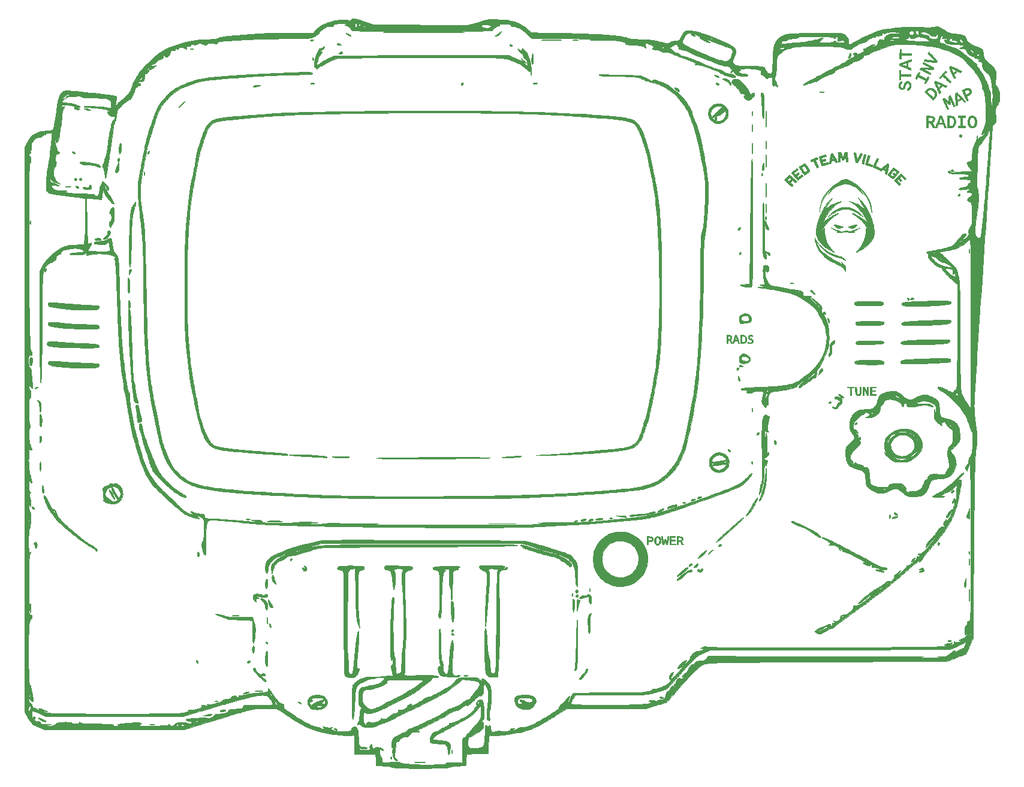
<source format=gbr>
%TF.GenerationSoftware,KiCad,Pcbnew,7.0.5*%
%TF.CreationDate,2023-07-19T22:03:03-05:00*%
%TF.ProjectId,GamePip-Mashup,47616d65-5069-4702-9d4d-61736875702e,rev?*%
%TF.SameCoordinates,Original*%
%TF.FileFunction,Legend,Top*%
%TF.FilePolarity,Positive*%
%FSLAX46Y46*%
G04 Gerber Fmt 4.6, Leading zero omitted, Abs format (unit mm)*
G04 Created by KiCad (PCBNEW 7.0.5) date 2023-07-19 22:03:03*
%MOMM*%
%LPD*%
G01*
G04 APERTURE LIST*
%ADD10C,0.010000*%
G04 APERTURE END LIST*
%TO.C,G\u002A\u002A\u002A*%
D10*
X120655354Y-41801912D02*
X120668833Y-41802942D01*
X120718809Y-41807857D01*
X120772513Y-41815327D01*
X120833085Y-41826217D01*
X120903663Y-41841395D01*
X120987387Y-41861730D01*
X121087395Y-41888087D01*
X121206827Y-41921336D01*
X121348820Y-41962342D01*
X121516515Y-42011974D01*
X121713050Y-42071099D01*
X121941564Y-42140584D01*
X122205196Y-42221298D01*
X122405829Y-42282947D01*
X123497241Y-42618664D01*
X136713279Y-42723892D01*
X137671014Y-42449493D01*
X137994114Y-42357292D01*
X138280457Y-42276441D01*
X138533795Y-42205989D01*
X138757876Y-42144986D01*
X138956451Y-42092478D01*
X139133271Y-42047516D01*
X139292085Y-42009147D01*
X139436644Y-41976419D01*
X139570697Y-41948383D01*
X139697996Y-41924085D01*
X139822289Y-41902576D01*
X139834719Y-41900538D01*
X140054546Y-41871299D01*
X140246320Y-41860882D01*
X140419846Y-41869174D01*
X140565500Y-41891906D01*
X140636817Y-41903147D01*
X140737422Y-41913141D01*
X140870035Y-41922047D01*
X141037378Y-41930024D01*
X141242170Y-41937229D01*
X141433333Y-41942508D01*
X141641416Y-41948114D01*
X141813109Y-41953771D01*
X141954354Y-41959875D01*
X142071093Y-41966823D01*
X142169268Y-41975009D01*
X142254822Y-41984831D01*
X142333696Y-41996683D01*
X142385833Y-42005970D01*
X142880424Y-42116636D01*
X143359901Y-42259413D01*
X143819206Y-42432449D01*
X144253282Y-42633893D01*
X144554683Y-42799809D01*
X144655879Y-42861964D01*
X144750740Y-42925932D01*
X144845268Y-42996624D01*
X144945466Y-43078950D01*
X145057336Y-43177821D01*
X145186879Y-43298147D01*
X145323265Y-43428578D01*
X145434435Y-43535667D01*
X145520076Y-43617015D01*
X145585084Y-43676317D01*
X145634354Y-43717267D01*
X145672781Y-43743562D01*
X145705261Y-43758896D01*
X145736688Y-43766964D01*
X145771958Y-43771462D01*
X145778348Y-43772104D01*
X145816842Y-43774143D01*
X145894164Y-43776650D01*
X146006814Y-43779555D01*
X146151291Y-43782792D01*
X146324094Y-43786294D01*
X146521722Y-43789992D01*
X146740674Y-43793818D01*
X146977449Y-43797707D01*
X147228546Y-43801589D01*
X147490464Y-43805397D01*
X147539917Y-43806090D01*
X148171562Y-43815078D01*
X148763082Y-43823917D01*
X149316687Y-43832653D01*
X149834582Y-43841335D01*
X150318978Y-43850009D01*
X150772082Y-43858723D01*
X151196102Y-43867525D01*
X151593246Y-43876461D01*
X151965724Y-43885580D01*
X152315742Y-43894928D01*
X152645509Y-43904554D01*
X152957233Y-43914504D01*
X153253122Y-43924826D01*
X153498333Y-43934105D01*
X154188947Y-43963351D01*
X154837616Y-43995218D01*
X155444648Y-44029740D01*
X156010352Y-44066947D01*
X156535036Y-44106870D01*
X157019011Y-44149542D01*
X157462583Y-44194994D01*
X157866061Y-44243257D01*
X158229755Y-44294364D01*
X158553974Y-44348345D01*
X158839024Y-44405232D01*
X159085217Y-44465056D01*
X159285948Y-44525503D01*
X159403200Y-44562204D01*
X159526419Y-44594464D01*
X159659513Y-44622715D01*
X159806393Y-44647389D01*
X159970966Y-44668920D01*
X160157143Y-44687739D01*
X160368832Y-44704280D01*
X160609942Y-44718975D01*
X160884384Y-44732255D01*
X161196065Y-44744555D01*
X161298250Y-44748147D01*
X161623497Y-44760251D01*
X161912492Y-44773384D01*
X162171316Y-44788317D01*
X162406051Y-44805821D01*
X162622776Y-44826667D01*
X162827573Y-44851625D01*
X163026522Y-44881467D01*
X163225704Y-44916964D01*
X163431201Y-44958886D01*
X163649093Y-45008005D01*
X163885460Y-45065092D01*
X163975833Y-45087638D01*
X164174105Y-45137125D01*
X164336898Y-45176854D01*
X164469666Y-45207874D01*
X164577861Y-45231233D01*
X164666937Y-45247979D01*
X164742346Y-45259159D01*
X164809541Y-45265822D01*
X164873975Y-45269016D01*
X164923547Y-45269763D01*
X164994061Y-45269367D01*
X165050408Y-45265621D01*
X165102369Y-45255718D01*
X165159722Y-45236855D01*
X165232248Y-45206225D01*
X165282238Y-45183044D01*
X167067339Y-45183044D01*
X167071318Y-45230067D01*
X167089243Y-45266691D01*
X167125683Y-45308745D01*
X167132154Y-45315579D01*
X167191933Y-45366045D01*
X167288039Y-45430930D01*
X167417520Y-45508863D01*
X167577425Y-45598470D01*
X167764804Y-45698379D01*
X167976706Y-45807218D01*
X168210179Y-45923613D01*
X168462274Y-46046191D01*
X168730038Y-46173581D01*
X169010521Y-46304408D01*
X169300773Y-46437301D01*
X169597841Y-46570887D01*
X169898776Y-46703792D01*
X170200627Y-46834645D01*
X170500442Y-46962072D01*
X170795270Y-47084701D01*
X171082161Y-47201159D01*
X171358164Y-47310073D01*
X171620328Y-47410070D01*
X171691083Y-47436370D01*
X171964531Y-47534170D01*
X172212480Y-47615655D01*
X172446760Y-47684478D01*
X172679199Y-47744292D01*
X172717667Y-47753424D01*
X172895570Y-47786553D01*
X173070029Y-47802979D01*
X173232601Y-47802809D01*
X173374848Y-47786147D01*
X173488328Y-47753101D01*
X173508847Y-47743513D01*
X173600913Y-47684267D01*
X173685903Y-47602069D01*
X173768149Y-47491543D01*
X173851983Y-47347315D01*
X173892809Y-47267083D01*
X174010483Y-46992164D01*
X174096769Y-46712891D01*
X174138428Y-46508213D01*
X174149405Y-46379271D01*
X174135523Y-46275099D01*
X174094099Y-46184404D01*
X174046700Y-46122230D01*
X174021033Y-46095630D01*
X173989569Y-46068702D01*
X173950280Y-46040646D01*
X173901135Y-46010663D01*
X173840107Y-45977954D01*
X173765165Y-45941720D01*
X173674282Y-45901160D01*
X173565426Y-45855476D01*
X173436570Y-45803869D01*
X173285685Y-45745538D01*
X173110741Y-45679685D01*
X172909708Y-45605510D01*
X172680559Y-45522214D01*
X172421263Y-45428997D01*
X172129792Y-45325061D01*
X171804117Y-45209605D01*
X171442208Y-45081831D01*
X171098417Y-44960771D01*
X170844994Y-44871689D01*
X170628637Y-44795831D01*
X170446519Y-44732256D01*
X170295812Y-44680024D01*
X170173691Y-44638192D01*
X170077327Y-44605819D01*
X170003894Y-44581965D01*
X169950564Y-44565687D01*
X169914511Y-44556045D01*
X169892908Y-44552097D01*
X169882927Y-44552902D01*
X169881333Y-44555522D01*
X169899304Y-44567393D01*
X169949735Y-44595744D01*
X170027400Y-44637767D01*
X170127075Y-44690655D01*
X170243535Y-44751602D01*
X170320542Y-44791514D01*
X170511411Y-44890930D01*
X170666652Y-44973836D01*
X170788874Y-45041888D01*
X170880684Y-45096745D01*
X170944690Y-45140064D01*
X170983502Y-45173503D01*
X170999727Y-45198720D01*
X170995974Y-45217371D01*
X170994022Y-45219533D01*
X170962295Y-45223958D01*
X170897438Y-45211251D01*
X170804204Y-45183179D01*
X170687346Y-45141506D01*
X170551617Y-45087998D01*
X170401769Y-45024420D01*
X170242554Y-44952539D01*
X170124750Y-44896614D01*
X169924721Y-44792569D01*
X169762071Y-44692696D01*
X169637727Y-44597761D01*
X169579371Y-44536583D01*
X169839000Y-44536583D01*
X169849583Y-44547167D01*
X169860167Y-44536583D01*
X169849583Y-44526000D01*
X169839000Y-44536583D01*
X169579371Y-44536583D01*
X169552611Y-44508529D01*
X169539027Y-44483522D01*
X170752676Y-44483522D01*
X170753298Y-44485690D01*
X170782399Y-44521801D01*
X170842827Y-44565028D01*
X170925157Y-44611031D01*
X171019964Y-44655466D01*
X171117822Y-44693993D01*
X171209307Y-44722269D01*
X171284991Y-44735952D01*
X171297898Y-44736564D01*
X171370379Y-44737667D01*
X171323366Y-44687623D01*
X171275079Y-44648067D01*
X171206103Y-44606741D01*
X171123684Y-44566212D01*
X171035069Y-44529046D01*
X170947504Y-44497812D01*
X170868235Y-44475076D01*
X170804510Y-44463404D01*
X170763575Y-44465364D01*
X170752676Y-44483522D01*
X169539027Y-44483522D01*
X169507651Y-44425766D01*
X169500333Y-44379962D01*
X169480379Y-44332284D01*
X169423838Y-44278603D01*
X169335698Y-44220913D01*
X169220944Y-44161208D01*
X169084561Y-44101481D01*
X168931535Y-44043728D01*
X168766852Y-43989941D01*
X168595497Y-43942114D01*
X168422455Y-43902242D01*
X168252714Y-43872319D01*
X168219432Y-43867681D01*
X168068698Y-43853736D01*
X167947371Y-43857565D01*
X167845826Y-43880546D01*
X167754441Y-43924058D01*
X167733572Y-43937297D01*
X167626113Y-44026178D01*
X167516366Y-44148514D01*
X167409009Y-44296002D01*
X167308721Y-44460341D01*
X167220181Y-44633230D01*
X167148069Y-44806366D01*
X167097063Y-44971449D01*
X167072733Y-45109792D01*
X167067339Y-45183044D01*
X165282238Y-45183044D01*
X165329725Y-45161024D01*
X165371450Y-45141288D01*
X165561485Y-45056830D01*
X165731738Y-44994649D01*
X165895793Y-44950964D01*
X166067232Y-44921997D01*
X166211967Y-44907409D01*
X166350257Y-44893166D01*
X166452229Y-44874442D01*
X166523767Y-44850120D01*
X166530419Y-44846857D01*
X166605406Y-44799505D01*
X166679151Y-44732995D01*
X166754327Y-44643569D01*
X166833604Y-44527465D01*
X166919655Y-44380926D01*
X167015151Y-44200191D01*
X167074309Y-44081500D01*
X167158897Y-43916915D01*
X167235773Y-43787887D01*
X167310082Y-43689641D01*
X167386971Y-43617401D01*
X167471587Y-43566391D01*
X167569077Y-43531836D01*
X167684585Y-43508960D01*
X167692547Y-43507805D01*
X167818121Y-43496704D01*
X167972761Y-43493570D01*
X168144046Y-43497933D01*
X168319556Y-43509326D01*
X168486872Y-43527281D01*
X168579583Y-43541251D01*
X168865858Y-43598120D01*
X169185758Y-43676114D01*
X169536719Y-43774392D01*
X169916176Y-43892111D01*
X170321567Y-44028432D01*
X170750328Y-44182511D01*
X171199896Y-44353507D01*
X171667706Y-44540579D01*
X171839250Y-44611349D01*
X172243950Y-44781122D01*
X172610266Y-44938259D01*
X172939822Y-45083959D01*
X173234244Y-45219422D01*
X173495155Y-45345847D01*
X173724180Y-45464435D01*
X173922944Y-45576385D01*
X174093071Y-45682896D01*
X174236185Y-45785169D01*
X174353912Y-45884404D01*
X174447875Y-45981799D01*
X174519700Y-46078555D01*
X174571010Y-46175870D01*
X174603430Y-46274946D01*
X174618585Y-46376982D01*
X174618099Y-46483177D01*
X174603596Y-46594730D01*
X174593324Y-46645235D01*
X174581558Y-46694194D01*
X174567207Y-46744480D01*
X174548317Y-46800973D01*
X174522935Y-46868555D01*
X174489107Y-46952106D01*
X174444879Y-47056507D01*
X174388297Y-47186639D01*
X174317407Y-47347382D01*
X174264777Y-47465988D01*
X174203788Y-47612264D01*
X174164715Y-47729310D01*
X174146185Y-47823248D01*
X174146824Y-47900199D01*
X174157222Y-47945090D01*
X174188193Y-48004449D01*
X174243493Y-48079989D01*
X174314167Y-48161730D01*
X174391261Y-48239693D01*
X174465820Y-48303899D01*
X174502160Y-48329516D01*
X174566821Y-48364374D01*
X174644789Y-48394669D01*
X174738970Y-48420668D01*
X174852266Y-48442639D01*
X174987580Y-48460850D01*
X175147816Y-48475568D01*
X175335878Y-48487061D01*
X175554669Y-48495597D01*
X175807093Y-48501443D01*
X176096052Y-48504867D01*
X176418225Y-48506131D01*
X176721598Y-48507252D01*
X177010000Y-48509984D01*
X177280119Y-48514221D01*
X177528641Y-48519856D01*
X177752251Y-48526782D01*
X177947637Y-48534894D01*
X178111483Y-48544083D01*
X178240478Y-48554243D01*
X178331306Y-48565269D01*
X178348000Y-48568214D01*
X178436002Y-48590950D01*
X178525236Y-48622630D01*
X178559573Y-48638012D01*
X178602675Y-48661248D01*
X178634788Y-48686472D01*
X178661903Y-48722300D01*
X178690009Y-48777352D01*
X178725095Y-48860246D01*
X178740491Y-48898320D01*
X178782219Y-48997883D01*
X178825139Y-49093456D01*
X178863030Y-49171487D01*
X178881342Y-49205237D01*
X178989436Y-49351999D01*
X179120061Y-49463680D01*
X179271349Y-49539038D01*
X179441015Y-49576790D01*
X179496630Y-49580490D01*
X179545522Y-49577504D01*
X179588247Y-49565255D01*
X179625360Y-49541165D01*
X179657415Y-49502655D01*
X179684968Y-49447148D01*
X179708573Y-49372066D01*
X179728785Y-49274832D01*
X179746159Y-49152866D01*
X179761250Y-49003593D01*
X179774612Y-48824432D01*
X179786801Y-48612808D01*
X179798372Y-48366141D01*
X179809878Y-48081855D01*
X179819708Y-47817417D01*
X179830311Y-47535187D01*
X179840389Y-47290205D01*
X179850252Y-47077390D01*
X179860211Y-46891665D01*
X179870576Y-46727951D01*
X179881658Y-46581169D01*
X179893767Y-46446242D01*
X179907213Y-46318089D01*
X179915904Y-46243561D01*
X179945302Y-46043967D01*
X180767692Y-46043967D01*
X180775560Y-46073041D01*
X180783802Y-46083721D01*
X180824689Y-46120070D01*
X180879612Y-46141407D01*
X180958007Y-46149970D01*
X181057333Y-46148563D01*
X181224652Y-46126589D01*
X181328053Y-46092738D01*
X181416201Y-46045307D01*
X181463701Y-45998602D01*
X181470378Y-45954610D01*
X181436054Y-45915315D01*
X181360553Y-45882706D01*
X181347084Y-45878894D01*
X181248457Y-45866384D01*
X181133902Y-45873381D01*
X181016219Y-45896885D01*
X180908205Y-45933893D01*
X180822660Y-45981403D01*
X180791338Y-46009227D01*
X180767692Y-46043967D01*
X179945302Y-46043967D01*
X179964281Y-45915112D01*
X180027026Y-45623397D01*
X180106581Y-45364532D01*
X180157098Y-45246989D01*
X181063451Y-45246989D01*
X181069172Y-45289073D01*
X181088851Y-45320873D01*
X181126116Y-45342919D01*
X181184595Y-45355739D01*
X181267915Y-45359864D01*
X181379704Y-45355822D01*
X181523591Y-45344143D01*
X181703202Y-45325358D01*
X181851083Y-45308386D01*
X182135769Y-45275801D01*
X182386673Y-45248911D01*
X182611859Y-45226975D01*
X182819386Y-45209256D01*
X183017316Y-45195017D01*
X183213711Y-45183518D01*
X183216333Y-45183381D01*
X183420314Y-45170570D01*
X183625511Y-45152995D01*
X183839439Y-45129733D01*
X184069611Y-45099859D01*
X184323543Y-45062449D01*
X184608750Y-45016579D01*
X184708583Y-44999839D01*
X185016074Y-44946556D01*
X185290718Y-44895915D01*
X185541735Y-44845830D01*
X185778346Y-44794215D01*
X186009772Y-44738985D01*
X186245234Y-44678054D01*
X186493953Y-44609336D01*
X186707440Y-44547714D01*
X186806259Y-44520931D01*
X186884086Y-44504155D01*
X186933674Y-44498773D01*
X186947182Y-44501882D01*
X186941736Y-44524144D01*
X186907257Y-44565313D01*
X186848898Y-44619326D01*
X186843465Y-44623925D01*
X186708473Y-44740871D01*
X186596373Y-44844942D01*
X186510275Y-44933007D01*
X186453288Y-45001935D01*
X186431879Y-45038315D01*
X186416329Y-45085624D01*
X186423207Y-45113377D01*
X186442837Y-45130834D01*
X186507749Y-45160582D01*
X186608545Y-45184146D01*
X186739251Y-45201672D01*
X186893894Y-45213307D01*
X187066500Y-45219199D01*
X187251096Y-45219495D01*
X187441709Y-45214341D01*
X187632365Y-45203884D01*
X187817091Y-45188271D01*
X187989913Y-45167651D01*
X188144858Y-45142168D01*
X188275952Y-45111971D01*
X188361933Y-45083607D01*
X188440267Y-45033477D01*
X188485158Y-44979170D01*
X188529382Y-44924138D01*
X188574230Y-44910471D01*
X188621892Y-44938318D01*
X188664092Y-44991447D01*
X188724788Y-45060260D01*
X188795864Y-45108020D01*
X188799197Y-45109474D01*
X188925689Y-45150421D01*
X189085178Y-45181558D01*
X189269192Y-45201607D01*
X189460500Y-45209232D01*
X189631987Y-45206110D01*
X189764796Y-45193347D01*
X189861570Y-45170493D01*
X189924955Y-45137099D01*
X189934312Y-45128664D01*
X189953143Y-45082615D01*
X189943989Y-45020778D01*
X189910510Y-44955482D01*
X189869288Y-44909578D01*
X189837125Y-44884585D01*
X189804178Y-44870684D01*
X189758615Y-44865894D01*
X189688601Y-44868233D01*
X189641374Y-44871410D01*
X189531233Y-44885238D01*
X189409096Y-44909548D01*
X189306235Y-44937623D01*
X189182969Y-44974774D01*
X189093534Y-44990996D01*
X189033214Y-44982856D01*
X188997294Y-44946924D01*
X188981056Y-44879767D01*
X188979786Y-44777955D01*
X188983948Y-44703127D01*
X188988981Y-44556950D01*
X188980973Y-44447432D01*
X188959166Y-44370719D01*
X188922799Y-44322958D01*
X188907052Y-44312666D01*
X188860536Y-44304001D01*
X188809401Y-44328098D01*
X188750379Y-44387379D01*
X188684856Y-44477244D01*
X188627376Y-44555664D01*
X188581836Y-44596669D01*
X188543515Y-44601761D01*
X188507692Y-44572442D01*
X188486300Y-44540433D01*
X188461120Y-44505279D01*
X188428083Y-44477328D01*
X188381347Y-44454895D01*
X188315072Y-44436292D01*
X188223416Y-44419834D01*
X188100538Y-44403833D01*
X187960659Y-44388659D01*
X187785789Y-44371534D01*
X187614488Y-44356759D01*
X187442193Y-44344180D01*
X187264339Y-44333644D01*
X187076362Y-44324995D01*
X186873698Y-44318079D01*
X186651784Y-44312742D01*
X186406053Y-44308829D01*
X186131943Y-44306187D01*
X185824890Y-44304661D01*
X185480328Y-44304095D01*
X185460000Y-44304089D01*
X185119421Y-44304463D01*
X184818830Y-44305864D01*
X184555892Y-44308442D01*
X184328269Y-44312347D01*
X184133627Y-44317728D01*
X183969628Y-44324734D01*
X183833937Y-44333516D01*
X183724217Y-44344223D01*
X183638133Y-44357005D01*
X183573349Y-44372011D01*
X183527528Y-44389391D01*
X183498334Y-44409294D01*
X183483877Y-44430667D01*
X183446345Y-44472009D01*
X183366734Y-44510317D01*
X183245191Y-44545560D01*
X183081863Y-44577709D01*
X182876898Y-44606735D01*
X182630443Y-44632606D01*
X182385867Y-44652279D01*
X182218171Y-44668848D01*
X182086826Y-44691869D01*
X181993327Y-44720902D01*
X181939170Y-44755507D01*
X181925167Y-44787733D01*
X181910659Y-44821516D01*
X181880605Y-44856094D01*
X181857417Y-44872826D01*
X181826206Y-44884244D01*
X181779135Y-44891328D01*
X181708367Y-44895061D01*
X181606063Y-44896425D01*
X181557814Y-44896526D01*
X181434333Y-44897730D01*
X181345065Y-44901794D01*
X181281937Y-44909564D01*
X181236875Y-44921888D01*
X181213646Y-44932635D01*
X181145272Y-44993022D01*
X181094937Y-45086582D01*
X181068060Y-45194090D01*
X181063451Y-45246989D01*
X180157098Y-45246989D01*
X180205387Y-45134633D01*
X180325883Y-44929816D01*
X180470511Y-44746196D01*
X180641711Y-44579890D01*
X180841924Y-44427013D01*
X181073591Y-44283682D01*
X181185628Y-44222896D01*
X181307856Y-44161985D01*
X181427212Y-44109725D01*
X181548464Y-44065245D01*
X181676380Y-44027669D01*
X181815725Y-43996126D01*
X181971267Y-43969741D01*
X182147773Y-43947644D01*
X182350010Y-43928959D01*
X182582744Y-43912815D01*
X182850743Y-43898337D01*
X182994083Y-43891690D01*
X183175210Y-43884444D01*
X183387764Y-43877340D01*
X183628315Y-43870416D01*
X183893436Y-43863709D01*
X184179698Y-43857256D01*
X184483673Y-43851096D01*
X184801933Y-43845267D01*
X185131050Y-43839806D01*
X185467595Y-43834751D01*
X185808141Y-43830140D01*
X186149259Y-43826011D01*
X186487521Y-43822401D01*
X186819499Y-43819348D01*
X187141764Y-43816890D01*
X187450888Y-43815065D01*
X187743444Y-43813911D01*
X188016003Y-43813465D01*
X188265136Y-43813765D01*
X188487415Y-43814850D01*
X188679413Y-43816756D01*
X188837701Y-43819521D01*
X188958851Y-43823184D01*
X189005417Y-43825421D01*
X189222450Y-43839772D01*
X189403119Y-43856883D01*
X189553387Y-43878721D01*
X189679215Y-43907255D01*
X189786565Y-43944453D01*
X189881400Y-43992286D01*
X189969682Y-44052721D01*
X190057373Y-44127726D01*
X190127562Y-44195960D01*
X190250888Y-44331619D01*
X190348638Y-44466836D01*
X190424431Y-44609934D01*
X190481887Y-44769231D01*
X190524628Y-44953049D01*
X190556273Y-45169708D01*
X190558058Y-45185360D01*
X190592917Y-45495470D01*
X191376083Y-45083257D01*
X191719141Y-44903254D01*
X192029118Y-44741906D01*
X192309946Y-44597318D01*
X192565559Y-44467599D01*
X192799887Y-44350855D01*
X193016863Y-44245195D01*
X193220419Y-44148725D01*
X193414488Y-44059552D01*
X193603001Y-43975783D01*
X193789890Y-43895527D01*
X193979088Y-43816889D01*
X194152682Y-43746697D01*
X194298822Y-43689311D01*
X194451979Y-43630947D01*
X194600581Y-43575895D01*
X194733054Y-43528441D01*
X194836833Y-43493197D01*
X195063557Y-43427454D01*
X195327001Y-43365439D01*
X195627841Y-43307064D01*
X195966753Y-43252235D01*
X196344413Y-43200864D01*
X196761496Y-43152860D01*
X197218679Y-43108130D01*
X197716637Y-43066586D01*
X198256046Y-43028135D01*
X198339917Y-43022671D01*
X198499563Y-43013953D01*
X198687447Y-43006306D01*
X198897135Y-42999787D01*
X199122191Y-42994455D01*
X199356181Y-42990368D01*
X199592670Y-42987584D01*
X199825222Y-42986163D01*
X200047403Y-42986161D01*
X200252779Y-42987639D01*
X200434913Y-42990654D01*
X200587372Y-42995264D01*
X200700000Y-43001256D01*
X200903707Y-43014211D01*
X201116979Y-43024674D01*
X201332812Y-43032535D01*
X201544203Y-43037684D01*
X201744149Y-43040012D01*
X201925647Y-43039409D01*
X202081694Y-43035766D01*
X202205287Y-43028972D01*
X202243374Y-43025423D01*
X202366485Y-43008346D01*
X202502863Y-42983710D01*
X202628883Y-42955939D01*
X202666115Y-42946311D01*
X202857077Y-42907178D01*
X203027088Y-42900766D01*
X203182270Y-42927251D01*
X203282333Y-42964089D01*
X203334315Y-42990532D01*
X203415208Y-43035432D01*
X203518059Y-43094751D01*
X203635915Y-43164454D01*
X203761822Y-43240506D01*
X203819970Y-43276166D01*
X204050856Y-43416668D01*
X204251982Y-43534857D01*
X204428026Y-43633043D01*
X204583666Y-43713535D01*
X204723576Y-43778643D01*
X204852435Y-43830677D01*
X204974919Y-43871947D01*
X205089779Y-43903322D01*
X205152372Y-43914273D01*
X205248982Y-43925695D01*
X205371310Y-43936841D01*
X205511056Y-43946962D01*
X205659922Y-43955312D01*
X205674167Y-43955982D01*
X205923477Y-43970538D01*
X206136208Y-43990113D01*
X206317949Y-44015976D01*
X206474287Y-44049392D01*
X206610811Y-44091631D01*
X206733108Y-44143958D01*
X206846767Y-44207641D01*
X206880667Y-44229583D01*
X206993935Y-44320076D01*
X207072214Y-44421303D01*
X207122845Y-44544372D01*
X207141282Y-44623858D01*
X207173573Y-44741326D01*
X207227318Y-44849713D01*
X207307633Y-44956603D01*
X207419635Y-45069579D01*
X207475300Y-45118901D01*
X207763281Y-45341705D01*
X208062108Y-45523669D01*
X208372082Y-45664954D01*
X208693505Y-45765719D01*
X208701000Y-45767553D01*
X208920318Y-45831256D01*
X209102761Y-45908699D01*
X209251320Y-46003540D01*
X209368983Y-46119433D01*
X209458741Y-46260034D01*
X209523584Y-46429001D01*
X209566501Y-46629988D01*
X209589713Y-46854333D01*
X209602662Y-47012926D01*
X209620656Y-47139675D01*
X209646670Y-47245019D01*
X209683681Y-47339398D01*
X209734665Y-47433250D01*
X209771052Y-47490410D01*
X209826036Y-47567372D01*
X209893795Y-47650277D01*
X209977690Y-47742539D01*
X210081081Y-47847567D01*
X210207330Y-47968774D01*
X210359798Y-48109570D01*
X210541845Y-48273369D01*
X210546477Y-48277496D01*
X210721527Y-48435295D01*
X210866594Y-48570880D01*
X210984878Y-48688330D01*
X211079575Y-48791724D01*
X211153883Y-48885138D01*
X211211002Y-48972650D01*
X211254128Y-49058339D01*
X211286459Y-49146282D01*
X211311194Y-49240558D01*
X211314821Y-49257262D01*
X211327577Y-49327111D01*
X211336804Y-49402824D01*
X211342453Y-49489049D01*
X211344471Y-49590433D01*
X211342808Y-49711624D01*
X211337413Y-49857270D01*
X211328235Y-50032018D01*
X211315222Y-50240515D01*
X211301878Y-50436739D01*
X211256471Y-51087561D01*
X211315170Y-51177572D01*
X211357771Y-51238767D01*
X211415774Y-51316816D01*
X211477494Y-51396040D01*
X211484825Y-51405167D01*
X211614410Y-51592031D01*
X211716864Y-51799486D01*
X211794673Y-52033423D01*
X211842306Y-52251833D01*
X211880088Y-52543697D01*
X211890996Y-52829234D01*
X211875857Y-53103705D01*
X211835499Y-53362370D01*
X211770748Y-53600487D01*
X211682433Y-53813317D01*
X211571380Y-53996119D01*
X211528244Y-54051000D01*
X211465033Y-54130447D01*
X211412460Y-54208339D01*
X211369919Y-54289033D01*
X211336807Y-54376888D01*
X211312517Y-54476259D01*
X211296447Y-54591506D01*
X211287990Y-54726985D01*
X211286543Y-54887053D01*
X211291501Y-55076069D01*
X211302259Y-55298389D01*
X211318212Y-55558371D01*
X211318487Y-55562565D01*
X211332049Y-55790693D01*
X211339347Y-55981977D01*
X211339139Y-56141606D01*
X211330183Y-56274769D01*
X211311237Y-56386658D01*
X211281058Y-56482461D01*
X211238404Y-56567369D01*
X211182034Y-56646572D01*
X211110704Y-56725258D01*
X211023172Y-56808619D01*
X211019412Y-56812037D01*
X210847859Y-56967784D01*
X210801367Y-57652517D01*
X210794753Y-57749762D01*
X210785438Y-57886467D01*
X210773611Y-58059858D01*
X210759462Y-58267160D01*
X210743181Y-58505600D01*
X210724957Y-58772402D01*
X210704980Y-59064793D01*
X210683439Y-59379997D01*
X210660525Y-59715241D01*
X210636425Y-60067751D01*
X210611331Y-60434751D01*
X210585432Y-60813468D01*
X210558918Y-61201127D01*
X210531977Y-61594954D01*
X210511568Y-61893250D01*
X210402655Y-63487206D01*
X210294396Y-65075882D01*
X210186920Y-66657330D01*
X210080357Y-68229606D01*
X209974837Y-69790763D01*
X209870488Y-71338855D01*
X209767440Y-72871938D01*
X209665823Y-74388065D01*
X209565767Y-75885290D01*
X209467400Y-77361668D01*
X209370851Y-78815252D01*
X209276252Y-80244097D01*
X209183730Y-81646257D01*
X209093416Y-83019787D01*
X209005438Y-84362740D01*
X208919927Y-85673171D01*
X208837011Y-86949134D01*
X208756821Y-88188683D01*
X208679485Y-89389872D01*
X208606347Y-90531750D01*
X208568938Y-91117223D01*
X208534117Y-91662072D01*
X208501801Y-92167920D01*
X208471907Y-92636391D01*
X208444354Y-93069110D01*
X208419060Y-93467701D01*
X208395942Y-93833788D01*
X208374919Y-94168995D01*
X208355907Y-94474946D01*
X208338826Y-94753266D01*
X208323592Y-95005579D01*
X208310124Y-95233509D01*
X208298340Y-95438680D01*
X208288157Y-95622717D01*
X208279493Y-95787243D01*
X208272266Y-95933883D01*
X208266394Y-96064260D01*
X208261795Y-96180000D01*
X208258386Y-96282727D01*
X208256086Y-96374063D01*
X208254812Y-96455635D01*
X208254482Y-96529065D01*
X208255014Y-96595978D01*
X208256326Y-96657999D01*
X208258336Y-96716751D01*
X208260961Y-96773859D01*
X208264120Y-96830946D01*
X208267729Y-96889638D01*
X208271708Y-96951558D01*
X208275974Y-97018330D01*
X208277232Y-97038493D01*
X208304035Y-97438036D01*
X208334893Y-97839132D01*
X208369135Y-98234957D01*
X208406088Y-98618688D01*
X208445081Y-98983501D01*
X208485440Y-99322574D01*
X208526494Y-99629084D01*
X208544263Y-99749626D01*
X208575568Y-99957068D01*
X208600865Y-100129781D01*
X208620906Y-100274830D01*
X208636444Y-100399275D01*
X208648231Y-100510180D01*
X208657019Y-100614606D01*
X208663561Y-100719617D01*
X208668609Y-100832273D01*
X208672815Y-100956333D01*
X208676811Y-101153979D01*
X208675429Y-101334496D01*
X208667888Y-101508124D01*
X208653411Y-101685108D01*
X208631220Y-101875690D01*
X208600535Y-102090111D01*
X208573878Y-102258083D01*
X208544348Y-102445535D01*
X208518837Y-102623786D01*
X208496730Y-102799503D01*
X208477414Y-102979349D01*
X208460274Y-103169990D01*
X208444696Y-103378089D01*
X208430067Y-103610313D01*
X208415771Y-103873324D01*
X208405175Y-104089000D01*
X208396838Y-104270144D01*
X208388751Y-104457472D01*
X208380899Y-104652002D01*
X208373270Y-104854748D01*
X208365849Y-105066726D01*
X208358623Y-105288950D01*
X208351578Y-105522437D01*
X208344701Y-105768202D01*
X208337978Y-106027261D01*
X208331396Y-106300628D01*
X208324941Y-106589320D01*
X208318599Y-106894351D01*
X208312356Y-107216737D01*
X208306200Y-107557494D01*
X208300117Y-107917637D01*
X208294092Y-108298181D01*
X208288113Y-108700142D01*
X208282166Y-109124536D01*
X208276237Y-109572377D01*
X208270312Y-110044681D01*
X208264379Y-110542464D01*
X208258422Y-111066742D01*
X208252430Y-111618528D01*
X208246388Y-112198840D01*
X208240282Y-112808692D01*
X208234100Y-113449099D01*
X208227827Y-114121078D01*
X208221449Y-114825644D01*
X208214954Y-115563812D01*
X208208328Y-116336597D01*
X208201556Y-117145016D01*
X208194626Y-117990083D01*
X208187524Y-118872813D01*
X208180237Y-119794223D01*
X208172749Y-120755328D01*
X208165049Y-121757143D01*
X208160339Y-122375918D01*
X208107428Y-129349252D01*
X207606402Y-130468305D01*
X207514299Y-130673074D01*
X207426551Y-130866340D01*
X207344792Y-131044624D01*
X207270658Y-131204447D01*
X207205782Y-131342329D01*
X207151800Y-131454792D01*
X207110347Y-131538354D01*
X207083056Y-131589538D01*
X207072396Y-131604905D01*
X207047466Y-131615455D01*
X206986457Y-131640079D01*
X206892724Y-131677453D01*
X206769620Y-131726253D01*
X206620500Y-131785155D01*
X206448719Y-131852835D01*
X206257631Y-131927968D01*
X206050590Y-132009230D01*
X205830952Y-132095297D01*
X205734090Y-132133211D01*
X204428764Y-132643970D01*
X195648174Y-132684939D01*
X194500129Y-132690303D01*
X193393566Y-132695490D01*
X192327631Y-132700505D01*
X191301475Y-132705354D01*
X190314243Y-132710042D01*
X189365086Y-132714575D01*
X188453150Y-132718958D01*
X187577585Y-132723197D01*
X186737538Y-132727298D01*
X185932157Y-132731266D01*
X185160590Y-132735106D01*
X184421987Y-132738825D01*
X183715494Y-132742427D01*
X183040260Y-132745918D01*
X182395433Y-132749304D01*
X181780162Y-132752591D01*
X181193594Y-132755783D01*
X180634878Y-132758886D01*
X180103161Y-132761906D01*
X179597593Y-132764849D01*
X179117321Y-132767720D01*
X178661493Y-132770524D01*
X178229257Y-132773267D01*
X177819762Y-132775955D01*
X177432156Y-132778593D01*
X177065587Y-132781187D01*
X176719203Y-132783742D01*
X176392152Y-132786264D01*
X176083582Y-132788758D01*
X175792642Y-132791229D01*
X175518480Y-132793685D01*
X175260244Y-132796129D01*
X175017082Y-132798567D01*
X174788142Y-132801006D01*
X174572572Y-132803450D01*
X174369521Y-132805906D01*
X174178136Y-132808377D01*
X173997567Y-132810872D01*
X173826960Y-132813393D01*
X173665465Y-132815948D01*
X173512228Y-132818542D01*
X173366400Y-132821181D01*
X173227127Y-132823869D01*
X173093557Y-132826612D01*
X172964840Y-132829417D01*
X172840123Y-132832288D01*
X172781167Y-132833698D01*
X172406758Y-132843337D01*
X172071815Y-132853253D01*
X171773468Y-132863623D01*
X171508849Y-132874620D01*
X171275089Y-132886421D01*
X171069321Y-132899201D01*
X170888675Y-132913135D01*
X170730283Y-132928398D01*
X170591278Y-132945167D01*
X170468789Y-132963615D01*
X170375514Y-132980749D01*
X170209908Y-133022016D01*
X170048383Y-133079783D01*
X169886719Y-133156741D01*
X169720696Y-133255581D01*
X169546096Y-133378995D01*
X169358699Y-133529673D01*
X169154286Y-133710305D01*
X168990124Y-133864325D01*
X168878807Y-133971469D01*
X168770482Y-134077019D01*
X168663262Y-134183019D01*
X168555261Y-134291513D01*
X168444593Y-134404544D01*
X168329372Y-134524156D01*
X168207712Y-134652394D01*
X168077727Y-134791300D01*
X167937531Y-134942919D01*
X167785238Y-135109294D01*
X167618962Y-135292468D01*
X167436817Y-135494487D01*
X167236917Y-135717393D01*
X167017375Y-135963231D01*
X166776307Y-136234043D01*
X166511826Y-136531874D01*
X166222045Y-136858768D01*
X166108793Y-136986640D01*
X164839539Y-138420030D01*
X164666978Y-138472283D01*
X164616430Y-138487529D01*
X164529327Y-138513731D01*
X164409663Y-138549688D01*
X164261435Y-138594203D01*
X164088637Y-138646076D01*
X163895264Y-138704106D01*
X163685312Y-138767096D01*
X163462777Y-138833846D01*
X163231653Y-138903156D01*
X163184031Y-138917435D01*
X161873645Y-139310333D01*
X150703475Y-139310333D01*
X149629696Y-140004941D01*
X149294526Y-140221483D01*
X148991785Y-140416422D01*
X148718589Y-140591505D01*
X148472055Y-140748478D01*
X148249299Y-140889088D01*
X148047437Y-141015081D01*
X147863587Y-141128204D01*
X147694865Y-141230204D01*
X147538387Y-141322827D01*
X147391271Y-141407820D01*
X147250633Y-141486928D01*
X147113589Y-141561900D01*
X146977256Y-141634481D01*
X146838750Y-141706417D01*
X146725000Y-141764395D01*
X146412504Y-141917324D01*
X146103396Y-142057493D01*
X145793919Y-142185868D01*
X145480315Y-142303421D01*
X145158829Y-142411120D01*
X144825703Y-142509933D01*
X144477182Y-142600831D01*
X144109507Y-142684782D01*
X143718922Y-142762755D01*
X143301671Y-142835720D01*
X142853996Y-142904645D01*
X142372141Y-142970499D01*
X141852349Y-143034252D01*
X141761417Y-143044782D01*
X141422606Y-143082439D01*
X141123411Y-143112870D01*
X140861743Y-143136109D01*
X140635512Y-143152191D01*
X140442628Y-143161149D01*
X140281000Y-143163019D01*
X140148541Y-143157835D01*
X140043158Y-143145631D01*
X139962764Y-143126441D01*
X139905267Y-143100301D01*
X139875606Y-143075815D01*
X139841265Y-143043750D01*
X139817974Y-143043508D01*
X139798401Y-143078764D01*
X139784495Y-143121464D01*
X139766293Y-143190792D01*
X139749801Y-143273110D01*
X139734769Y-143371574D01*
X139720949Y-143489343D01*
X139708089Y-143629575D01*
X139695941Y-143795427D01*
X139684254Y-143990059D01*
X139672778Y-144216627D01*
X139661265Y-144478290D01*
X139649463Y-144778205D01*
X139645942Y-144873034D01*
X139639275Y-145049024D01*
X139632731Y-145211270D01*
X139626532Y-145355009D01*
X139620900Y-145475474D01*
X139616059Y-145567902D01*
X139612232Y-145627526D01*
X139609650Y-145649572D01*
X139587695Y-145651527D01*
X139526799Y-145654592D01*
X139430335Y-145658650D01*
X139301676Y-145663580D01*
X139144196Y-145669264D01*
X138961268Y-145675581D01*
X138756267Y-145682412D01*
X138532565Y-145689639D01*
X138293537Y-145697141D01*
X138088573Y-145703411D01*
X137839661Y-145710980D01*
X137603429Y-145718246D01*
X137383238Y-145725101D01*
X137182444Y-145731436D01*
X137004407Y-145737142D01*
X136852486Y-145742111D01*
X136730038Y-145746235D01*
X136640422Y-145749405D01*
X136586998Y-145751512D01*
X136572549Y-145752373D01*
X136570560Y-145773468D01*
X136566202Y-145832194D01*
X136559788Y-145923932D01*
X136551630Y-146044065D01*
X136542042Y-146187974D01*
X136531337Y-146351042D01*
X136519829Y-146528651D01*
X136518045Y-146556378D01*
X136502138Y-146794588D01*
X136487712Y-146991032D01*
X136474717Y-147146250D01*
X136463103Y-147260781D01*
X136452818Y-147335165D01*
X136443813Y-147369941D01*
X136441669Y-147372565D01*
X136414871Y-147377360D01*
X136351287Y-147383387D01*
X136256438Y-147390288D01*
X136135841Y-147397703D01*
X135995016Y-147405274D01*
X135839482Y-147412641D01*
X135797674Y-147414464D01*
X135447444Y-147432045D01*
X135139412Y-147452993D01*
X134873580Y-147477307D01*
X134649945Y-147504987D01*
X134468508Y-147536033D01*
X134329269Y-147570445D01*
X134234066Y-147607275D01*
X134178259Y-147627364D01*
X134094858Y-147647427D01*
X133998476Y-147664172D01*
X133958899Y-147669279D01*
X133803035Y-147684309D01*
X133608139Y-147698340D01*
X133377502Y-147711326D01*
X133114416Y-147723218D01*
X132822171Y-147733968D01*
X132504060Y-147743528D01*
X132163372Y-147751850D01*
X131803399Y-147758887D01*
X131427433Y-147764590D01*
X131038763Y-147768911D01*
X130640682Y-147771802D01*
X130236480Y-147773216D01*
X129829448Y-147773104D01*
X129422878Y-147771418D01*
X129020061Y-147768111D01*
X128624287Y-147763134D01*
X128238848Y-147756439D01*
X128132324Y-147754231D01*
X127760230Y-147745299D01*
X127428875Y-147735331D01*
X127136677Y-147724217D01*
X126882052Y-147711845D01*
X126663416Y-147698102D01*
X126479185Y-147682876D01*
X126327777Y-147666055D01*
X126207608Y-147647527D01*
X126117094Y-147627180D01*
X126060635Y-147607647D01*
X125947557Y-147567654D01*
X125798439Y-147531997D01*
X125612219Y-147500542D01*
X125387835Y-147473153D01*
X125124224Y-147449698D01*
X124820326Y-147430042D01*
X124552917Y-147417189D01*
X124399573Y-147410509D01*
X124255912Y-147403771D01*
X124128695Y-147397331D01*
X124024687Y-147391544D01*
X123950648Y-147386764D01*
X123916959Y-147383834D01*
X123831335Y-147373539D01*
X123780841Y-146559270D01*
X123730347Y-145745000D01*
X120774667Y-145745000D01*
X120774064Y-144850708D01*
X120773027Y-144509644D01*
X120770311Y-144209025D01*
X120765774Y-143946989D01*
X120759279Y-143721677D01*
X120750683Y-143531227D01*
X120739849Y-143373778D01*
X120726635Y-143247470D01*
X120710902Y-143150442D01*
X120692510Y-143080833D01*
X120671319Y-143036782D01*
X120647189Y-143016429D01*
X120635995Y-143014500D01*
X120600411Y-143024656D01*
X120548368Y-143049752D01*
X120536624Y-143056467D01*
X120465711Y-143087498D01*
X120369291Y-143110850D01*
X120244029Y-143126829D01*
X120086591Y-143135738D01*
X119893641Y-143137882D01*
X119684583Y-143134216D01*
X119323989Y-143118235D01*
X118938642Y-143090154D01*
X118534758Y-143050997D01*
X118118548Y-143001783D01*
X117696226Y-142943537D01*
X117274006Y-142877279D01*
X116858101Y-142804031D01*
X116454724Y-142724817D01*
X116070090Y-142640657D01*
X115710411Y-142552573D01*
X115381900Y-142461588D01*
X115147191Y-142387893D01*
X114927995Y-142311994D01*
X114718585Y-142233468D01*
X114509385Y-142148292D01*
X114290820Y-142052443D01*
X114053313Y-141941899D01*
X113842583Y-141839861D01*
X113586749Y-141711484D01*
X113329805Y-141576704D01*
X113068491Y-141433526D01*
X112799547Y-141279953D01*
X112519711Y-141113989D01*
X112225723Y-140933637D01*
X111914323Y-140736902D01*
X111582251Y-140521787D01*
X111226245Y-140286295D01*
X110843045Y-140028431D01*
X110481962Y-139782252D01*
X109788340Y-139306874D01*
X108418212Y-139316395D01*
X108125382Y-139318528D01*
X107870763Y-139320744D01*
X107650235Y-139323300D01*
X107459676Y-139326451D01*
X107294965Y-139330454D01*
X107151980Y-139335567D01*
X107026600Y-139342044D01*
X106914704Y-139350143D01*
X106812170Y-139360120D01*
X106714877Y-139372232D01*
X106618705Y-139386735D01*
X106519530Y-139403886D01*
X106413233Y-139423940D01*
X106295692Y-139447155D01*
X106286083Y-139449076D01*
X106197998Y-139466908D01*
X106110849Y-139485089D01*
X106022996Y-139504094D01*
X105932799Y-139524402D01*
X105838619Y-139546491D01*
X105738814Y-139570838D01*
X105631746Y-139597922D01*
X105515773Y-139628219D01*
X105389257Y-139662208D01*
X105250556Y-139700366D01*
X105098032Y-139743172D01*
X104930044Y-139791103D01*
X104744952Y-139844636D01*
X104541116Y-139904250D01*
X104316896Y-139970422D01*
X104070652Y-140043630D01*
X103800744Y-140124352D01*
X103505532Y-140213066D01*
X103183376Y-140310249D01*
X102832636Y-140416379D01*
X102451672Y-140531934D01*
X102038843Y-140657391D01*
X101592511Y-140793229D01*
X101111035Y-140939925D01*
X100592775Y-141097957D01*
X100036091Y-141267803D01*
X99890999Y-141312082D01*
X96670915Y-142294833D01*
X77006932Y-142294833D01*
X76393741Y-142042765D01*
X76196761Y-141961560D01*
X76034046Y-141893789D01*
X75900576Y-141837107D01*
X75791333Y-141789169D01*
X75701297Y-141747630D01*
X75625451Y-141710145D01*
X75558775Y-141674370D01*
X75496251Y-141637959D01*
X75432860Y-141598567D01*
X75405363Y-141580952D01*
X75319099Y-141521866D01*
X75238964Y-141458485D01*
X75162275Y-141387156D01*
X75086349Y-141304229D01*
X75008502Y-141206049D01*
X74926050Y-141088965D01*
X74836311Y-140949325D01*
X74736601Y-140783476D01*
X74624237Y-140587766D01*
X74496535Y-140358543D01*
X74464601Y-140300496D01*
X74194586Y-139808744D01*
X75183841Y-139808744D01*
X75184400Y-139924380D01*
X75187917Y-140038985D01*
X75198627Y-140228645D01*
X75215952Y-140381034D01*
X75240757Y-140500823D01*
X75273904Y-140592680D01*
X75298487Y-140636837D01*
X75330639Y-140670609D01*
X75358690Y-140665281D01*
X75384089Y-140619701D01*
X75403543Y-140553190D01*
X75420416Y-140496673D01*
X75443093Y-140469475D01*
X75484187Y-140459133D01*
X75500295Y-140457595D01*
X75584380Y-140467486D01*
X75646437Y-140507128D01*
X75682227Y-140567860D01*
X75687508Y-140641017D01*
X75658037Y-140717936D01*
X75639895Y-140742751D01*
X75584879Y-140814536D01*
X75557914Y-140868439D01*
X75555789Y-140915124D01*
X75573782Y-140962363D01*
X75612457Y-141010494D01*
X75678521Y-141067631D01*
X75760585Y-141125791D01*
X75847264Y-141176992D01*
X75927171Y-141213250D01*
X75936017Y-141216302D01*
X75995701Y-141231376D01*
X76021553Y-141224083D01*
X76016782Y-141192552D01*
X76007903Y-141174375D01*
X75993529Y-141125799D01*
X76015007Y-141097853D01*
X76073753Y-141088790D01*
X76077207Y-141088798D01*
X76160693Y-141102730D01*
X76247861Y-141138016D01*
X76321919Y-141186467D01*
X76358372Y-141225931D01*
X76381493Y-141270636D01*
X76381933Y-141312979D01*
X76368475Y-141356807D01*
X76353797Y-141418637D01*
X76361811Y-141451445D01*
X76392661Y-141467474D01*
X76451892Y-141480850D01*
X76541743Y-141491719D01*
X76664450Y-141500227D01*
X76822253Y-141506520D01*
X77017388Y-141510745D01*
X77252093Y-141513047D01*
X77308917Y-141513309D01*
X77965083Y-141515802D01*
X77552333Y-141619761D01*
X77424595Y-141652294D01*
X77309714Y-141682236D01*
X77214471Y-141707761D01*
X77145649Y-141727049D01*
X77110029Y-141738275D01*
X77107833Y-141739217D01*
X77111718Y-141747033D01*
X77150880Y-141754522D01*
X77218262Y-141761327D01*
X77306808Y-141767092D01*
X77409461Y-141771461D01*
X77519165Y-141774079D01*
X77628864Y-141774588D01*
X77731501Y-141772632D01*
X77753417Y-141771795D01*
X77862856Y-141764507D01*
X77974016Y-141752742D01*
X78068603Y-141738580D01*
X78098213Y-141732593D01*
X78103521Y-141731149D01*
X79517466Y-141731149D01*
X79546676Y-141737575D01*
X79613261Y-141745158D01*
X79616083Y-141745449D01*
X79787588Y-141759025D01*
X79945526Y-141761376D01*
X80116183Y-141752825D01*
X80130392Y-141751741D01*
X80219586Y-141743000D01*
X80270295Y-141733239D01*
X80271317Y-141732494D01*
X84209250Y-141732494D01*
X84336250Y-141745522D01*
X84492023Y-141756322D01*
X84658544Y-141759188D01*
X84816248Y-141754099D01*
X84907750Y-141746167D01*
X84975341Y-141736746D01*
X85005519Y-141727790D01*
X85003131Y-141717310D01*
X84992417Y-141711423D01*
X84952643Y-141703102D01*
X84880291Y-141697117D01*
X84785048Y-141693459D01*
X84676605Y-141692121D01*
X84564648Y-141693093D01*
X84458869Y-141696368D01*
X84368956Y-141701935D01*
X84304597Y-141709788D01*
X84293917Y-141712039D01*
X84209250Y-141732494D01*
X80271317Y-141732494D01*
X80286367Y-141721524D01*
X80282802Y-141714826D01*
X80253456Y-141706134D01*
X80190647Y-141699432D01*
X80103199Y-141694756D01*
X79999937Y-141692139D01*
X79889684Y-141691616D01*
X79781265Y-141693222D01*
X79683505Y-141696992D01*
X79605228Y-141702959D01*
X79555259Y-141711159D01*
X79552583Y-141711966D01*
X79520985Y-141723429D01*
X79517466Y-141731149D01*
X78103521Y-141731149D01*
X78214352Y-141701002D01*
X78306403Y-141660900D01*
X78391248Y-141603215D01*
X78472664Y-141531358D01*
X78551987Y-141464618D01*
X78638745Y-141409860D01*
X78738517Y-141365491D01*
X78856880Y-141329917D01*
X78999412Y-141301542D01*
X79171692Y-141278774D01*
X79379296Y-141260018D01*
X79436851Y-141255806D01*
X79596929Y-141247269D01*
X79772130Y-141242636D01*
X79954224Y-141241711D01*
X80134983Y-141244297D01*
X80306180Y-141250199D01*
X80459585Y-141259219D01*
X80586971Y-141271163D01*
X80678148Y-141285409D01*
X80770549Y-141311580D01*
X80835819Y-141347561D01*
X80870318Y-141379119D01*
X80944483Y-141435429D01*
X81014753Y-141462227D01*
X81106771Y-141473869D01*
X81225742Y-141478232D01*
X81356968Y-141475622D01*
X81485753Y-141466345D01*
X81597402Y-141450707D01*
X81601050Y-141450003D01*
X81728750Y-141415939D01*
X81818993Y-141369759D01*
X81875551Y-141308950D01*
X81898187Y-141252008D01*
X81914102Y-141201444D01*
X81930319Y-141174411D01*
X81933845Y-141173000D01*
X81954213Y-141189556D01*
X81984558Y-141230948D01*
X81995141Y-141248121D01*
X82017515Y-141280359D01*
X82046107Y-141309270D01*
X82083262Y-141335072D01*
X82131325Y-141357988D01*
X82192642Y-141378236D01*
X82269556Y-141396039D01*
X82364414Y-141411616D01*
X82479560Y-141425189D01*
X82617339Y-141436977D01*
X82780096Y-141447201D01*
X82970176Y-141456083D01*
X83189924Y-141463842D01*
X83441685Y-141470699D01*
X83727804Y-141476874D01*
X84050627Y-141482589D01*
X84412497Y-141488064D01*
X84569083Y-141490241D01*
X84921847Y-141495336D01*
X85234579Y-141500555D01*
X85509582Y-141506079D01*
X85749158Y-141512087D01*
X85955610Y-141518759D01*
X86131238Y-141526274D01*
X86278346Y-141534811D01*
X86399236Y-141544551D01*
X86496209Y-141555672D01*
X86571567Y-141568354D01*
X86627614Y-141582776D01*
X86666650Y-141599119D01*
X86690978Y-141617562D01*
X86702901Y-141638283D01*
X86705047Y-141656786D01*
X86711169Y-141699669D01*
X86736425Y-141731460D01*
X86785539Y-141753584D01*
X86863237Y-141767468D01*
X86974245Y-141774535D01*
X87101025Y-141776250D01*
X87208170Y-141775070D01*
X87300038Y-141771836D01*
X87368368Y-141767005D01*
X87404896Y-141761033D01*
X87408263Y-141759256D01*
X87404098Y-141737240D01*
X87373235Y-141702438D01*
X87357146Y-141688931D01*
X87308907Y-141644614D01*
X87292614Y-141608841D01*
X87310643Y-141578477D01*
X87365367Y-141550387D01*
X87459161Y-141521435D01*
X87490083Y-141513419D01*
X87572267Y-141496793D01*
X87691288Y-141478530D01*
X87841700Y-141459092D01*
X88018057Y-141438943D01*
X88214915Y-141418545D01*
X88426829Y-141398359D01*
X88648354Y-141378850D01*
X88874044Y-141360478D01*
X89098455Y-141343707D01*
X89316141Y-141328999D01*
X89521657Y-141316816D01*
X89709558Y-141307621D01*
X89874399Y-141301877D01*
X90002583Y-141300036D01*
X90196291Y-141303928D01*
X90350338Y-141316035D01*
X90466700Y-141336927D01*
X90547355Y-141367174D01*
X90594279Y-141407348D01*
X90609449Y-141458018D01*
X90608176Y-141474855D01*
X90588045Y-141516714D01*
X90539195Y-141553633D01*
X90459490Y-141586115D01*
X90346795Y-141614660D01*
X90198974Y-141639769D01*
X90013893Y-141661944D01*
X89789415Y-141681686D01*
X89698961Y-141688265D01*
X89310417Y-141715221D01*
X89712583Y-141734701D01*
X89818750Y-141738745D01*
X89958430Y-141742338D01*
X90127957Y-141745484D01*
X90323669Y-141748189D01*
X90541899Y-141750457D01*
X90778984Y-141752295D01*
X91031260Y-141753706D01*
X91295062Y-141754696D01*
X91566726Y-141755270D01*
X91842588Y-141755434D01*
X92118982Y-141755192D01*
X92392245Y-141754549D01*
X92658713Y-141753510D01*
X92914721Y-141752081D01*
X93156604Y-141750267D01*
X93380699Y-141748072D01*
X93583340Y-141745502D01*
X93760865Y-141742561D01*
X93909607Y-141739256D01*
X94025904Y-141735591D01*
X94106090Y-141731571D01*
X94138702Y-141728558D01*
X94272893Y-141708017D01*
X94370499Y-141687292D01*
X94437208Y-141664007D01*
X94478711Y-141635786D01*
X94500698Y-141600252D01*
X94506833Y-141574808D01*
X94523998Y-141516215D01*
X94549937Y-141498690D01*
X94581956Y-141522704D01*
X94603317Y-141557942D01*
X94678420Y-141671563D01*
X94769466Y-141746210D01*
X94877275Y-141782447D01*
X94934407Y-141786368D01*
X95042550Y-141771454D01*
X95144466Y-141725428D01*
X95201941Y-141679977D01*
X95569157Y-141679977D01*
X95597533Y-141734353D01*
X95654001Y-141772816D01*
X95731219Y-141786833D01*
X95812016Y-141772296D01*
X95850282Y-141745201D01*
X95884846Y-141683924D01*
X95884649Y-141626397D01*
X96271657Y-141626397D01*
X96271930Y-141668710D01*
X96299890Y-141717469D01*
X96343310Y-141753701D01*
X96405235Y-141774620D01*
X96484348Y-141784867D01*
X96565838Y-141784446D01*
X96634897Y-141773363D01*
X96674905Y-141753571D01*
X96700753Y-141724808D01*
X96704074Y-141700994D01*
X96684587Y-141664788D01*
X96673183Y-141647286D01*
X96618817Y-141592506D01*
X96540826Y-141545636D01*
X96457872Y-141516531D01*
X96416366Y-141511667D01*
X96351629Y-141528276D01*
X96299841Y-141570381D01*
X96271657Y-141626397D01*
X95884649Y-141626397D01*
X95884641Y-141624200D01*
X95857014Y-141571863D01*
X95809313Y-141532748D01*
X95748885Y-141512689D01*
X95683078Y-141517522D01*
X95619238Y-141553080D01*
X95614156Y-141557689D01*
X95573242Y-141618239D01*
X95569157Y-141679977D01*
X95201941Y-141679977D01*
X95246642Y-141644629D01*
X95317780Y-141570010D01*
X95385226Y-141498774D01*
X95453371Y-141441002D01*
X95527467Y-141395350D01*
X95612766Y-141360473D01*
X95714521Y-141335023D01*
X95837983Y-141317657D01*
X95988404Y-141307029D01*
X96171036Y-141301792D01*
X96369500Y-141300579D01*
X96599110Y-141302600D01*
X96788931Y-141308851D01*
X96941359Y-141320041D01*
X97058793Y-141336879D01*
X97143628Y-141360076D01*
X97198264Y-141390340D01*
X97225096Y-141428380D01*
X97226523Y-141474907D01*
X97204941Y-141530630D01*
X97196659Y-141545359D01*
X97169083Y-141594405D01*
X97153772Y-141626124D01*
X97152667Y-141630310D01*
X97168234Y-141625471D01*
X97208193Y-141601870D01*
X97242625Y-141579080D01*
X97391136Y-141488794D01*
X97520946Y-141433946D01*
X97631088Y-141414818D01*
X97720592Y-141431691D01*
X97731684Y-141437081D01*
X97772026Y-141456849D01*
X97784044Y-141454746D01*
X97777144Y-141432191D01*
X97747464Y-141355034D01*
X97733953Y-141303634D01*
X97735241Y-141265219D01*
X97749767Y-141227514D01*
X98274500Y-141227514D01*
X98281683Y-141246564D01*
X98309743Y-141252325D01*
X98368445Y-141246554D01*
X98375042Y-141245605D01*
X98453223Y-141230595D01*
X98545957Y-141207800D01*
X98602583Y-141191487D01*
X98703742Y-141156092D01*
X98763138Y-141125542D01*
X98781017Y-141099454D01*
X98757625Y-141077441D01*
X98693208Y-141059119D01*
X98687797Y-141058082D01*
X98614059Y-141055805D01*
X98528922Y-141070480D01*
X98442482Y-141097969D01*
X98364832Y-141134135D01*
X98306065Y-141174840D01*
X98276277Y-141215945D01*
X98274500Y-141227514D01*
X97749767Y-141227514D01*
X97749959Y-141227017D01*
X97754229Y-141218597D01*
X97789245Y-141170392D01*
X97828431Y-141141773D01*
X97829768Y-141141324D01*
X97870453Y-141123479D01*
X97869403Y-141109178D01*
X97827076Y-141098518D01*
X97743930Y-141091593D01*
X97620422Y-141088500D01*
X97577042Y-141088333D01*
X97400299Y-141085294D01*
X97260591Y-141075666D01*
X97153022Y-141058684D01*
X97072697Y-141033581D01*
X97015942Y-141000560D01*
X96971675Y-140953258D01*
X96968145Y-140908633D01*
X97004873Y-140859702D01*
X97006187Y-140858471D01*
X97021901Y-140844566D01*
X97039244Y-140832078D01*
X97060903Y-140820698D01*
X97089564Y-140810119D01*
X97127913Y-140800034D01*
X97178636Y-140790134D01*
X97244420Y-140780112D01*
X97327952Y-140769661D01*
X97431917Y-140758473D01*
X97559002Y-140746240D01*
X97711893Y-140732655D01*
X97893277Y-140717410D01*
X98105839Y-140700197D01*
X98352267Y-140680710D01*
X98635246Y-140658640D01*
X98957462Y-140633679D01*
X98994167Y-140630841D01*
X99203826Y-140617190D01*
X99390245Y-140610195D01*
X99550608Y-140609676D01*
X99682100Y-140615450D01*
X99781905Y-140627338D01*
X99847207Y-140645159D01*
X99875191Y-140668731D01*
X99871927Y-140687229D01*
X99877719Y-140704348D01*
X99918305Y-140711702D01*
X99987402Y-140709776D01*
X100078729Y-140699054D01*
X100186006Y-140680019D01*
X100298267Y-140654351D01*
X100484437Y-140598759D01*
X100648222Y-140533064D01*
X100785082Y-140459842D01*
X100890479Y-140381669D01*
X100959874Y-140301121D01*
X100976238Y-140269529D01*
X101012678Y-140210252D01*
X101060005Y-140164271D01*
X101060593Y-140163883D01*
X101137517Y-140129160D01*
X101247297Y-140101373D01*
X101380786Y-140082171D01*
X101528838Y-140073204D01*
X101565917Y-140072757D01*
X101782489Y-140066725D01*
X101996450Y-140050461D01*
X102199797Y-140025157D01*
X102384524Y-139992003D01*
X102542625Y-139952192D01*
X102659203Y-139910034D01*
X102771925Y-139847748D01*
X102849307Y-139774381D01*
X102898145Y-139682928D01*
X102907301Y-139654288D01*
X102934227Y-139587891D01*
X102977758Y-139544085D01*
X103017051Y-139521378D01*
X103069921Y-139497422D01*
X103128692Y-139477951D01*
X103199468Y-139462049D01*
X103288355Y-139448801D01*
X103401458Y-139437290D01*
X103544880Y-139426600D01*
X103717958Y-139416192D01*
X103869385Y-139406213D01*
X104028796Y-139393109D01*
X104182683Y-139378163D01*
X104317541Y-139362659D01*
X104395545Y-139351828D01*
X104502521Y-139335960D01*
X104598823Y-139322893D01*
X104674303Y-139313924D01*
X104718817Y-139310348D01*
X104720429Y-139310333D01*
X104816864Y-139291650D01*
X104901860Y-139241295D01*
X104966429Y-139167809D01*
X105001585Y-139079733D01*
X105005421Y-139039496D01*
X105025487Y-138961986D01*
X105082030Y-138897404D01*
X105169842Y-138851281D01*
X105188005Y-138845528D01*
X105263733Y-138829614D01*
X105371742Y-138816639D01*
X105513328Y-138806574D01*
X105689785Y-138799389D01*
X105902407Y-138795054D01*
X106152489Y-138793540D01*
X106441326Y-138794817D01*
X106770213Y-138798855D01*
X107023703Y-138803284D01*
X107332783Y-138808293D01*
X107628376Y-138811210D01*
X107907358Y-138812094D01*
X108166601Y-138811003D01*
X108402981Y-138807996D01*
X108613372Y-138803132D01*
X108794648Y-138796469D01*
X108943684Y-138788066D01*
X109057353Y-138777982D01*
X109132529Y-138766275D01*
X109143583Y-138763490D01*
X109183871Y-138747939D01*
X109201712Y-138722191D01*
X109205424Y-138671807D01*
X109205183Y-138656578D01*
X109189247Y-138570804D01*
X109146162Y-138459611D01*
X109078433Y-138327788D01*
X109035556Y-138257330D01*
X109482538Y-138257330D01*
X109487469Y-138317452D01*
X109501456Y-138395476D01*
X109522135Y-138480338D01*
X109547139Y-138560977D01*
X109574104Y-138626332D01*
X109574943Y-138627988D01*
X109614618Y-138690104D01*
X109664965Y-138748284D01*
X109716476Y-138793566D01*
X109759645Y-138816989D01*
X109775956Y-138817454D01*
X109794538Y-138793038D01*
X109806167Y-138745065D01*
X109806256Y-138744188D01*
X109799370Y-138679563D01*
X109771943Y-138599679D01*
X109760798Y-138576173D01*
X109718757Y-138501279D01*
X109668215Y-138423150D01*
X109614852Y-138349103D01*
X109564351Y-138286456D01*
X109522392Y-138242525D01*
X109494656Y-138224626D01*
X109489028Y-138226171D01*
X109482538Y-138257330D01*
X109035556Y-138257330D01*
X108988570Y-138180123D01*
X108879081Y-138021406D01*
X108856440Y-137990630D01*
X108737770Y-137836456D01*
X108633246Y-137715074D01*
X108536704Y-137622135D01*
X108441976Y-137553291D01*
X108342897Y-137504192D01*
X108233299Y-137470489D01*
X108107018Y-137447833D01*
X108082296Y-137444625D01*
X107938874Y-137433358D01*
X107766013Y-137430131D01*
X107575735Y-137434436D01*
X107380065Y-137445765D01*
X107191024Y-137463613D01*
X107020635Y-137487470D01*
X107005750Y-137490049D01*
X106819093Y-137524705D01*
X106618968Y-137565238D01*
X106402654Y-137612331D01*
X106167433Y-137666669D01*
X105910586Y-137728936D01*
X105629395Y-137799817D01*
X105321139Y-137879995D01*
X104983100Y-137970156D01*
X104612559Y-138070982D01*
X104206798Y-138183158D01*
X103807339Y-138294925D01*
X103683583Y-138329773D01*
X103560652Y-138364514D01*
X103436380Y-138399780D01*
X103308600Y-138436204D01*
X103175148Y-138474417D01*
X103033857Y-138515053D01*
X102882561Y-138558743D01*
X102719095Y-138606119D01*
X102541291Y-138657815D01*
X102346985Y-138714462D01*
X102134010Y-138776692D01*
X101900201Y-138845138D01*
X101643391Y-138920432D01*
X101361414Y-139003206D01*
X101052105Y-139094093D01*
X100713298Y-139193725D01*
X100342826Y-139302734D01*
X99938523Y-139421753D01*
X99498224Y-139551414D01*
X99019763Y-139692348D01*
X98956691Y-139710929D01*
X96580300Y-140411000D01*
X77167347Y-140411000D01*
X76571382Y-140154498D01*
X76335026Y-140053422D01*
X76114104Y-139960227D01*
X75911885Y-139876230D01*
X75731640Y-139802747D01*
X75576638Y-139741095D01*
X75450147Y-139692590D01*
X75355438Y-139658547D01*
X75295781Y-139640284D01*
X75291657Y-139639330D01*
X75251177Y-139634768D01*
X75221406Y-139644611D01*
X75201093Y-139673677D01*
X75188988Y-139726782D01*
X75183841Y-139808744D01*
X74194586Y-139808744D01*
X74165666Y-139756075D01*
X74165666Y-139426750D01*
X74727424Y-139426750D01*
X74729015Y-139521289D01*
X74733223Y-139603056D01*
X74739318Y-139660665D01*
X74743548Y-139678819D01*
X74756272Y-139702241D01*
X74774028Y-139701180D01*
X74807645Y-139673082D01*
X74820745Y-139660625D01*
X74864341Y-139609341D01*
X74913337Y-139537810D01*
X74946065Y-139481656D01*
X75010492Y-139339374D01*
X75039987Y-139219996D01*
X75034539Y-139123798D01*
X74994140Y-139051055D01*
X74961398Y-139023935D01*
X74901890Y-139000408D01*
X74849626Y-139015077D01*
X74801311Y-139069569D01*
X74776000Y-139115519D01*
X74752389Y-139170795D01*
X74737740Y-139227354D01*
X74730099Y-139297725D01*
X74727510Y-139394435D01*
X74727424Y-139426750D01*
X74165666Y-139426750D01*
X74165666Y-137383699D01*
X74745833Y-137383699D01*
X74750505Y-137444498D01*
X74768004Y-137495670D01*
X74806174Y-137561917D01*
X74853261Y-137624064D01*
X74901659Y-137674311D01*
X74943763Y-137704860D01*
X74971964Y-137707912D01*
X74973631Y-137706502D01*
X74983896Y-137677756D01*
X74976132Y-137624371D01*
X74960397Y-137570729D01*
X74925530Y-137483995D01*
X74882800Y-137407551D01*
X74838479Y-137350570D01*
X74798838Y-137322223D01*
X74789409Y-137320667D01*
X74759290Y-137338424D01*
X74745833Y-137383699D01*
X74165666Y-137383699D01*
X74165666Y-131362573D01*
X74720005Y-131362573D01*
X74720260Y-131832288D01*
X74721902Y-132287468D01*
X74724888Y-132725851D01*
X74729176Y-133145175D01*
X74734724Y-133543178D01*
X74741489Y-133917600D01*
X74749430Y-134266178D01*
X74758503Y-134586650D01*
X74768667Y-134876755D01*
X74779880Y-135134232D01*
X74792098Y-135356818D01*
X74805280Y-135542252D01*
X74819384Y-135688273D01*
X74823595Y-135722583D01*
X74838498Y-135831955D01*
X74851281Y-135906551D01*
X74864594Y-135953660D01*
X74881085Y-135980569D01*
X74903404Y-135994567D01*
X74924716Y-136000777D01*
X74995026Y-136027895D01*
X75035863Y-136073689D01*
X75053073Y-136146682D01*
X75054667Y-136190217D01*
X75059865Y-136274872D01*
X75073239Y-136373632D01*
X75085390Y-136435645D01*
X75102285Y-136516325D01*
X75122095Y-136621807D01*
X75141677Y-136734996D01*
X75150771Y-136791500D01*
X75166646Y-136884430D01*
X75189670Y-137007436D01*
X75217637Y-137149307D01*
X75248340Y-137298833D01*
X75277883Y-137437083D01*
X75319271Y-137631438D01*
X75350395Y-137789999D01*
X75371877Y-137917881D01*
X75384339Y-138020201D01*
X75388403Y-138102074D01*
X75384691Y-138168615D01*
X75373825Y-138224941D01*
X75373721Y-138225329D01*
X75350568Y-138287678D01*
X75318967Y-138319746D01*
X75294134Y-138328966D01*
X75238644Y-138330757D01*
X75176718Y-138307222D01*
X75103960Y-138255461D01*
X75015974Y-138172574D01*
X74949385Y-138101571D01*
X74868193Y-138015559D01*
X74809144Y-137962087D01*
X74769235Y-137939637D01*
X74745465Y-137946693D01*
X74734831Y-137981737D01*
X74733975Y-137992708D01*
X74737347Y-138107476D01*
X74763491Y-138211881D01*
X74816280Y-138313810D01*
X74899588Y-138421156D01*
X74991167Y-138516583D01*
X75095624Y-138629220D01*
X75175191Y-138736967D01*
X75226237Y-138834087D01*
X75245130Y-138914841D01*
X75245167Y-138917985D01*
X75263908Y-138978673D01*
X75316563Y-139050713D01*
X75397779Y-139129637D01*
X75502204Y-139210976D01*
X75624485Y-139290265D01*
X75759270Y-139363033D01*
X75803199Y-139383772D01*
X75925026Y-139436777D01*
X76046303Y-139485065D01*
X76160888Y-139526676D01*
X76262641Y-139559653D01*
X76345421Y-139582035D01*
X76403085Y-139591865D01*
X76429493Y-139587184D01*
X76430500Y-139583862D01*
X76413975Y-139564731D01*
X76369851Y-139529332D01*
X76306305Y-139484028D01*
X76277042Y-139464403D01*
X76189629Y-139402675D01*
X76140010Y-139356653D01*
X76127493Y-139324405D01*
X76151388Y-139303997D01*
X76211005Y-139293497D01*
X76215870Y-139293127D01*
X76328037Y-139299607D01*
X76471292Y-139332482D01*
X76644062Y-139391220D01*
X76844769Y-139475290D01*
X77060208Y-139578297D01*
X77209186Y-139654562D01*
X77319536Y-139714141D01*
X77391216Y-139757007D01*
X77424181Y-139783130D01*
X77418389Y-139792482D01*
X77373797Y-139785035D01*
X77371897Y-139784561D01*
X77319877Y-139772412D01*
X77242005Y-139755337D01*
X77146347Y-139734987D01*
X77040972Y-139713012D01*
X76933947Y-139691062D01*
X76833340Y-139670787D01*
X76747217Y-139653836D01*
X76683647Y-139641861D01*
X76650697Y-139636510D01*
X76647907Y-139636488D01*
X76663732Y-139647176D01*
X76710444Y-139673101D01*
X76781088Y-139710519D01*
X76868711Y-139755688D01*
X76880740Y-139761809D01*
X76998365Y-139819266D01*
X77093720Y-139859373D01*
X77180571Y-139886995D01*
X77272684Y-139906996D01*
X77308917Y-139913130D01*
X77403972Y-139927260D01*
X77507301Y-139940307D01*
X77620923Y-139952332D01*
X77746853Y-139963396D01*
X77887111Y-139973559D01*
X78043712Y-139982884D01*
X78218674Y-139991431D01*
X78414014Y-139999260D01*
X78631751Y-140006433D01*
X78873900Y-140013011D01*
X79142480Y-140019056D01*
X79439507Y-140024627D01*
X79766999Y-140029785D01*
X80126974Y-140034593D01*
X80521448Y-140039111D01*
X80952439Y-140043400D01*
X81421964Y-140047520D01*
X81870333Y-140051069D01*
X82524404Y-140055622D01*
X83201032Y-140059562D01*
X83895853Y-140062888D01*
X84604500Y-140065601D01*
X85322608Y-140067702D01*
X86045813Y-140069189D01*
X86769750Y-140070063D01*
X87490051Y-140070323D01*
X88202354Y-140069971D01*
X88902292Y-140069006D01*
X89585500Y-140067428D01*
X90247613Y-140065237D01*
X90884266Y-140062432D01*
X91491093Y-140059015D01*
X92063729Y-140054985D01*
X92527750Y-140051008D01*
X93022526Y-140046103D01*
X93476951Y-140041010D01*
X93893008Y-140035663D01*
X94272678Y-140029997D01*
X94617945Y-140023945D01*
X94930789Y-140017443D01*
X95213194Y-140010424D01*
X95467142Y-140002823D01*
X95694615Y-139994574D01*
X95897596Y-139985612D01*
X96078066Y-139975870D01*
X96238008Y-139965283D01*
X96379404Y-139953784D01*
X96504237Y-139941310D01*
X96614488Y-139927793D01*
X96712141Y-139913168D01*
X96718750Y-139912069D01*
X96849951Y-139882177D01*
X96983133Y-139838030D01*
X97108081Y-139784195D01*
X97214574Y-139725240D01*
X97292396Y-139665734D01*
X97308777Y-139648277D01*
X97342734Y-139604434D01*
X97351206Y-139574939D01*
X97337170Y-139542804D01*
X97329392Y-139530684D01*
X97306345Y-139487001D01*
X97312920Y-139468171D01*
X97351592Y-139472963D01*
X97406078Y-139492484D01*
X97492807Y-139512700D01*
X97612399Y-139519819D01*
X97757911Y-139515148D01*
X97922400Y-139499997D01*
X98098922Y-139475674D01*
X98280535Y-139443488D01*
X98460295Y-139404747D01*
X98631258Y-139360760D01*
X98786482Y-139312835D01*
X98919022Y-139262282D01*
X99021937Y-139210409D01*
X99066055Y-139179626D01*
X99108696Y-139142177D01*
X99131290Y-139109729D01*
X99139342Y-139067362D01*
X99138359Y-139000156D01*
X99137701Y-138985457D01*
X99131750Y-138855250D01*
X99269333Y-138848800D01*
X99356426Y-138849638D01*
X99464804Y-138857615D01*
X99574331Y-138871121D01*
X99600038Y-138875259D01*
X99752962Y-138897686D01*
X99871019Y-138907088D01*
X99952588Y-138903452D01*
X99996050Y-138886765D01*
X100001779Y-138878327D01*
X100000541Y-138840345D01*
X99982062Y-138788324D01*
X99979948Y-138784128D01*
X99953938Y-138729080D01*
X99952660Y-138703374D01*
X99979387Y-138699860D01*
X100015458Y-138706548D01*
X100209812Y-138730710D01*
X100428284Y-138725362D01*
X100566299Y-138708304D01*
X100759494Y-138673230D01*
X100968093Y-138627378D01*
X101182874Y-138573372D01*
X101394616Y-138513836D01*
X101594097Y-138451394D01*
X101772095Y-138388669D01*
X101919388Y-138328286D01*
X101946934Y-138315491D01*
X102025365Y-138274451D01*
X102071859Y-138239570D01*
X102094784Y-138204061D01*
X102098192Y-138192782D01*
X102116399Y-138144758D01*
X102135384Y-138119517D01*
X102192117Y-138093834D01*
X102286098Y-138067948D01*
X102412257Y-138042936D01*
X102565530Y-138019877D01*
X102656000Y-138008818D01*
X102825503Y-137985772D01*
X102976907Y-137957669D01*
X103103984Y-137926035D01*
X103200505Y-137892394D01*
X103255632Y-137862025D01*
X103287046Y-137819056D01*
X103300866Y-137772742D01*
X103327006Y-137710494D01*
X103386832Y-137648534D01*
X103472232Y-137593863D01*
X103543271Y-137563544D01*
X103623181Y-137542519D01*
X103722472Y-137526003D01*
X103826554Y-137515415D01*
X103920836Y-137512179D01*
X103990727Y-137517713D01*
X103997780Y-137519280D01*
X104036374Y-137536081D01*
X104048667Y-137569358D01*
X104047733Y-137600280D01*
X104060387Y-137662122D01*
X104108782Y-137702766D01*
X104191438Y-137721176D01*
X104222333Y-137722209D01*
X104314869Y-137711252D01*
X104373255Y-137677161D01*
X104399920Y-137618106D01*
X104402250Y-137586804D01*
X104406370Y-137531677D01*
X104426492Y-137501829D01*
X104474256Y-137480434D01*
X104476333Y-137479714D01*
X104524703Y-137469366D01*
X104605083Y-137459024D01*
X104707163Y-137449754D01*
X104820635Y-137442623D01*
X104846750Y-137441419D01*
X105079501Y-137425454D01*
X105274757Y-137398810D01*
X105436143Y-137360874D01*
X105535179Y-137325477D01*
X105646504Y-137288102D01*
X105800036Y-137252364D01*
X105995678Y-137218277D01*
X106233334Y-137185852D01*
X106456728Y-137161282D01*
X108777329Y-137161282D01*
X108783336Y-137182320D01*
X108808367Y-137228280D01*
X108846435Y-137289928D01*
X108891551Y-137358029D01*
X108937730Y-137423350D01*
X108978984Y-137476657D01*
X108990463Y-137490000D01*
X109040719Y-137540458D01*
X109096298Y-137588004D01*
X109145731Y-137623585D01*
X109177547Y-137638149D01*
X109178188Y-137638167D01*
X109195841Y-137621843D01*
X109196500Y-137615949D01*
X109179704Y-137560560D01*
X109128782Y-137486193D01*
X109042929Y-137391813D01*
X108960922Y-137312637D01*
X108890869Y-137249159D01*
X108832497Y-137199276D01*
X108792369Y-137168402D01*
X108777329Y-137161282D01*
X106456728Y-137161282D01*
X106512909Y-137155103D01*
X106834305Y-137126042D01*
X107197428Y-137098681D01*
X107365583Y-137087492D01*
X107638788Y-137068058D01*
X107871700Y-137047254D01*
X108066346Y-137024745D01*
X108224753Y-137000193D01*
X108348948Y-136973265D01*
X108440960Y-136943622D01*
X108502815Y-136910931D01*
X108520333Y-136896167D01*
X108541813Y-136867143D01*
X108554437Y-136826147D01*
X108560289Y-136762477D01*
X108561500Y-136685002D01*
X108565482Y-136583678D01*
X108578666Y-136521801D01*
X108602904Y-136497126D01*
X108640052Y-136507408D01*
X108681193Y-136540114D01*
X108706737Y-136570411D01*
X108752072Y-136631023D01*
X108813660Y-136716941D01*
X108887964Y-136823153D01*
X108971448Y-136944649D01*
X109060573Y-137076418D01*
X109075319Y-137098417D01*
X109233964Y-137333273D01*
X109374174Y-137535843D01*
X109499193Y-137710201D01*
X109612264Y-137860421D01*
X109716632Y-137990578D01*
X109815540Y-138104746D01*
X109912232Y-138207000D01*
X110009952Y-138301415D01*
X110090480Y-138373547D01*
X110199092Y-138459536D01*
X110313095Y-138535302D01*
X110423795Y-138596120D01*
X110522499Y-138637265D01*
X110600511Y-138654015D01*
X110606927Y-138654167D01*
X110680965Y-138670202D01*
X110721566Y-138697566D01*
X110742146Y-138722747D01*
X110754428Y-138754444D01*
X110759949Y-138802616D01*
X110760248Y-138877221D01*
X110758607Y-138937374D01*
X110756357Y-139031120D01*
X110758509Y-139094680D01*
X110767462Y-139140153D01*
X110785613Y-139179637D01*
X110815358Y-139225233D01*
X110815750Y-139225801D01*
X110876407Y-139300639D01*
X110963909Y-139387565D01*
X111079762Y-139487721D01*
X111225471Y-139602251D01*
X111402541Y-139732298D01*
X111612480Y-139879005D01*
X111856791Y-140043515D01*
X112119945Y-140215936D01*
X112550263Y-140491695D01*
X112949935Y-140741262D01*
X113320717Y-140965683D01*
X113664367Y-141166007D01*
X113982641Y-141343282D01*
X114223583Y-141470975D01*
X114363254Y-141542898D01*
X114474491Y-141598893D01*
X114566425Y-141642551D01*
X114648187Y-141677463D01*
X114728909Y-141707219D01*
X114817720Y-141735410D01*
X114923753Y-141765627D01*
X115056139Y-141801460D01*
X115080833Y-141808077D01*
X115205679Y-141843876D01*
X115357291Y-141891049D01*
X115523050Y-141945451D01*
X115690338Y-142002935D01*
X115846537Y-142059356D01*
X115853417Y-142061920D01*
X116026223Y-142125741D01*
X116164223Y-142174910D01*
X116271835Y-142210698D01*
X116353478Y-142234374D01*
X116413571Y-142247208D01*
X116456533Y-142250469D01*
X116486783Y-142245426D01*
X116489170Y-142244556D01*
X116506686Y-142232102D01*
X116507192Y-142210382D01*
X116487777Y-142174020D01*
X116445528Y-142117643D01*
X116377532Y-142035875D01*
X116373524Y-142031166D01*
X116313966Y-141958503D01*
X116278382Y-141906027D01*
X116269223Y-141872808D01*
X116288939Y-141857911D01*
X116339977Y-141860407D01*
X116424787Y-141879363D01*
X116545819Y-141913847D01*
X116621430Y-141936851D01*
X116738073Y-141968736D01*
X116868334Y-141998141D01*
X116989001Y-142019976D01*
X117020297Y-142024344D01*
X117125075Y-142035646D01*
X117206548Y-142038229D01*
X117282956Y-142031525D01*
X117372534Y-142014966D01*
X117381205Y-142013115D01*
X117462585Y-141996287D01*
X117529254Y-141983711D01*
X117569337Y-141977595D01*
X117573692Y-141977333D01*
X117598711Y-141986785D01*
X117587857Y-142013535D01*
X117542724Y-142055172D01*
X117503188Y-142084012D01*
X117438139Y-142137105D01*
X117412346Y-142182899D01*
X117426466Y-142225490D01*
X117481155Y-142268975D01*
X117537626Y-142299107D01*
X117711941Y-142369709D01*
X117921080Y-142430842D01*
X118158422Y-142481659D01*
X118417345Y-142521314D01*
X118691227Y-142548960D01*
X118973446Y-142563752D01*
X119257382Y-142564842D01*
X119520527Y-142552574D01*
X119728658Y-142534758D01*
X119899340Y-142514164D01*
X120037416Y-142489915D01*
X120147727Y-142461135D01*
X120235117Y-142426947D01*
X120246879Y-142421129D01*
X120314143Y-142379633D01*
X120343900Y-142339743D01*
X120340140Y-142294677D01*
X120331793Y-142276706D01*
X120321220Y-142215610D01*
X120348693Y-142141466D01*
X120414742Y-142053067D01*
X120442521Y-142023211D01*
X120551385Y-141928298D01*
X120659325Y-141871856D01*
X120772805Y-141850669D01*
X120790167Y-141850333D01*
X120895351Y-141870237D01*
X120988976Y-141930210D01*
X121071545Y-142030645D01*
X121111416Y-142101251D01*
X121149223Y-142180571D01*
X121181167Y-142258385D01*
X121207967Y-142339464D01*
X121230337Y-142428577D01*
X121248995Y-142530495D01*
X121264657Y-142649988D01*
X121278039Y-142791827D01*
X121289859Y-142960782D01*
X121300832Y-143161624D01*
X121311675Y-143399123D01*
X121313765Y-143448417D01*
X121323842Y-143675478D01*
X121333682Y-143864853D01*
X121343873Y-144021180D01*
X121354999Y-144149098D01*
X121367647Y-144253246D01*
X121382404Y-144338262D01*
X121399854Y-144408786D01*
X121420584Y-144469456D01*
X121445181Y-144524911D01*
X121451319Y-144537165D01*
X121499946Y-144612577D01*
X121563195Y-144671110D01*
X121646554Y-144714929D01*
X121755511Y-144746196D01*
X121895557Y-144767075D01*
X122065833Y-144779428D01*
X122240465Y-144792690D01*
X122373562Y-144813560D01*
X122465240Y-144842064D01*
X122515612Y-144878229D01*
X122518337Y-144882197D01*
X122527626Y-144922640D01*
X122498215Y-144953716D01*
X122429624Y-144975498D01*
X122321371Y-144988055D01*
X122172975Y-144991458D01*
X121983956Y-144985777D01*
X121861083Y-144978714D01*
X121712140Y-144969763D01*
X121599824Y-144965023D01*
X121518640Y-144964490D01*
X121463094Y-144968160D01*
X121427689Y-144976031D01*
X121421875Y-144978408D01*
X121376095Y-145011361D01*
X121370523Y-145048404D01*
X121403459Y-145087644D01*
X121473202Y-145127190D01*
X121578051Y-145165147D01*
X121593796Y-145169759D01*
X121645271Y-145181997D01*
X121706904Y-145191193D01*
X121785056Y-145197724D01*
X121886085Y-145201963D01*
X122016352Y-145204286D01*
X122182216Y-145205067D01*
X122192833Y-145205073D01*
X122392804Y-145204178D01*
X122554226Y-145200132D01*
X122680861Y-145191143D01*
X122776474Y-145175416D01*
X122844826Y-145151159D01*
X122889680Y-145116577D01*
X122914799Y-145069876D01*
X122923946Y-145009265D01*
X122920883Y-144932947D01*
X122912527Y-144862016D01*
X122901059Y-144767116D01*
X122897650Y-144699447D01*
X122902969Y-144644557D01*
X122917685Y-144587995D01*
X122926443Y-144561397D01*
X122971320Y-144465053D01*
X123027471Y-144401395D01*
X123090796Y-144374136D01*
X123130228Y-144376723D01*
X123168940Y-144396666D01*
X123198755Y-144438451D01*
X123222202Y-144508148D01*
X123241814Y-144611826D01*
X123248712Y-144660826D01*
X123272833Y-144778137D01*
X123310243Y-144880366D01*
X123356859Y-144959516D01*
X123408601Y-145007587D01*
X123430178Y-145016414D01*
X123503340Y-145023772D01*
X123548794Y-145000693D01*
X123568503Y-144953229D01*
X123596226Y-144887623D01*
X123654951Y-144840921D01*
X123748019Y-144811208D01*
X123836696Y-144799380D01*
X123979924Y-144797328D01*
X124137761Y-144811700D01*
X124299027Y-144840037D01*
X124452547Y-144879883D01*
X124587143Y-144928781D01*
X124691638Y-144984271D01*
X124698186Y-144988797D01*
X124744266Y-145033541D01*
X124781578Y-145091394D01*
X124806976Y-145152559D01*
X124817312Y-145207237D01*
X124809440Y-145245631D01*
X124784691Y-145258167D01*
X124753874Y-145246786D01*
X124697893Y-145216200D01*
X124626083Y-145171740D01*
X124580934Y-145141750D01*
X124503379Y-145091562D01*
X124435267Y-145052239D01*
X124386313Y-145029159D01*
X124370730Y-145025333D01*
X124345185Y-145032773D01*
X124326236Y-145058316D01*
X124313050Y-145106793D01*
X124304798Y-145183038D01*
X124300648Y-145291882D01*
X124299769Y-145438083D01*
X124305681Y-145631244D01*
X124323144Y-145788811D01*
X124353592Y-145916296D01*
X124398456Y-146019210D01*
X124459168Y-146103065D01*
X124477489Y-146122192D01*
X124539483Y-146199343D01*
X124585354Y-146295160D01*
X124617289Y-146416427D01*
X124637477Y-146569928D01*
X124642205Y-146633039D01*
X124649897Y-146731589D01*
X124659583Y-146797718D01*
X124673656Y-146841339D01*
X124694505Y-146872362D01*
X124701794Y-146880051D01*
X124721961Y-146898680D01*
X124744344Y-146914248D01*
X124772254Y-146926769D01*
X124809002Y-146936257D01*
X124857898Y-146942724D01*
X124922253Y-146946183D01*
X125005378Y-146946648D01*
X125110585Y-146944132D01*
X125241184Y-146938649D01*
X125400486Y-146930211D01*
X125591801Y-146918832D01*
X125818442Y-146904524D01*
X126083718Y-146887302D01*
X126108667Y-146885671D01*
X126438698Y-146872800D01*
X126733448Y-146879910D01*
X126995069Y-146907213D01*
X127225716Y-146954924D01*
X127406239Y-147014546D01*
X127483099Y-147041531D01*
X127574561Y-147066404D01*
X127683041Y-147089388D01*
X127810955Y-147110707D01*
X127960720Y-147130585D01*
X128134753Y-147149245D01*
X128335470Y-147166911D01*
X128565288Y-147183806D01*
X128826624Y-147200155D01*
X129121895Y-147216180D01*
X129453516Y-147232106D01*
X129823905Y-147248156D01*
X130013917Y-147255880D01*
X130103404Y-147258364D01*
X130226888Y-147260173D01*
X130379968Y-147261345D01*
X130558243Y-147261919D01*
X130757313Y-147261935D01*
X130972777Y-147261429D01*
X131200234Y-147260442D01*
X131435283Y-147259011D01*
X131673524Y-147257175D01*
X131910556Y-147254973D01*
X132141978Y-147252443D01*
X132363390Y-147249624D01*
X132570390Y-147246554D01*
X132758578Y-147243273D01*
X132923554Y-147239818D01*
X133060916Y-147236229D01*
X133166264Y-147232543D01*
X133235198Y-147228800D01*
X133249728Y-147227503D01*
X133352933Y-147214818D01*
X133448421Y-147200310D01*
X133523407Y-147186066D01*
X133556645Y-147177437D01*
X133607087Y-147156400D01*
X133626568Y-147130526D01*
X133626554Y-147093745D01*
X133628023Y-147052736D01*
X133651472Y-147025451D01*
X133697552Y-147002787D01*
X133755669Y-146983490D01*
X133830750Y-146967751D01*
X133925266Y-146955551D01*
X134041688Y-146946872D01*
X134182486Y-146941693D01*
X134350131Y-146939996D01*
X134547094Y-146941761D01*
X134775846Y-146946969D01*
X135038857Y-146955601D01*
X135338597Y-146967638D01*
X135677538Y-146983060D01*
X135755375Y-146986797D01*
X136035833Y-147000372D01*
X136035414Y-146907144D01*
X136034680Y-146867255D01*
X136032745Y-146789715D01*
X136029741Y-146679188D01*
X136025803Y-146540336D01*
X136021065Y-146377821D01*
X136015660Y-146196306D01*
X136009724Y-146000453D01*
X136004139Y-145819083D01*
X135993547Y-145462160D01*
X135985234Y-145144948D01*
X135979257Y-144864882D01*
X135975674Y-144619398D01*
X135974541Y-144405931D01*
X135975915Y-144221918D01*
X135979854Y-144064793D01*
X135986415Y-143931992D01*
X135995656Y-143820952D01*
X136007632Y-143729107D01*
X136022402Y-143653894D01*
X136040022Y-143592747D01*
X136054576Y-143555836D01*
X136101204Y-143471035D01*
X136156242Y-143418094D01*
X136231115Y-143389384D01*
X136320601Y-143378225D01*
X136393809Y-143372367D01*
X136435322Y-143363248D01*
X136455743Y-143345859D01*
X136465674Y-143315192D01*
X136466918Y-143309117D01*
X136489182Y-143245277D01*
X136534874Y-143161634D01*
X136604940Y-143057016D01*
X136700325Y-142930248D01*
X136821977Y-142780159D01*
X136970841Y-142605574D01*
X137147864Y-142405320D01*
X137353991Y-142178224D01*
X137549496Y-141966750D01*
X137748903Y-141752493D01*
X137921703Y-141565316D01*
X138069843Y-141401042D01*
X138195266Y-141255494D01*
X138299918Y-141124495D01*
X138385744Y-141003870D01*
X138454687Y-140889440D01*
X138508693Y-140777029D01*
X138549707Y-140662460D01*
X138579673Y-140541556D01*
X138600536Y-140410141D01*
X138614241Y-140264038D01*
X138622733Y-140099069D01*
X138627956Y-139911059D01*
X138631855Y-139695829D01*
X138632802Y-139640086D01*
X138645144Y-138922088D01*
X138321667Y-139290836D01*
X138094301Y-139544924D01*
X137884894Y-139767570D01*
X137688676Y-139963044D01*
X137500879Y-140135620D01*
X137316733Y-140289570D01*
X137131468Y-140429164D01*
X136940316Y-140558675D01*
X136827199Y-140629438D01*
X136754482Y-140672311D01*
X136651510Y-140731060D01*
X136525424Y-140801716D01*
X136383360Y-140880306D01*
X136232458Y-140962859D01*
X136079854Y-141045403D01*
X136070841Y-141050247D01*
X135741764Y-141227263D01*
X135445571Y-141387141D01*
X135177657Y-141532407D01*
X134933417Y-141665590D01*
X134708246Y-141789217D01*
X134497540Y-141905816D01*
X134296694Y-142017914D01*
X134101104Y-142128038D01*
X133919167Y-142231307D01*
X133752829Y-142324716D01*
X133576855Y-142421153D01*
X133400364Y-142515787D01*
X133232475Y-142603784D01*
X133082308Y-142680312D01*
X132958982Y-142740537D01*
X132952601Y-142743543D01*
X132756415Y-142838244D01*
X132593646Y-142923016D01*
X132457780Y-143001984D01*
X132342301Y-143079272D01*
X132240694Y-143159007D01*
X132146445Y-143245312D01*
X132122693Y-143268979D01*
X132056820Y-143341383D01*
X131989571Y-143424967D01*
X131926790Y-143511250D01*
X131874321Y-143591752D01*
X131838010Y-143657992D01*
X131823700Y-143701490D01*
X131823667Y-143702877D01*
X131844440Y-143712132D01*
X131905268Y-143722918D01*
X132003906Y-143734964D01*
X132138115Y-143748002D01*
X132305651Y-143761761D01*
X132326375Y-143763334D01*
X132633646Y-143787946D01*
X132902052Y-143812905D01*
X133135056Y-143838981D01*
X133336123Y-143866942D01*
X133508718Y-143897560D01*
X133656306Y-143931603D01*
X133782352Y-143969841D01*
X133890320Y-144013045D01*
X133983676Y-144061983D01*
X134065884Y-144117426D01*
X134120149Y-144161833D01*
X134190397Y-144236903D01*
X134239423Y-144323526D01*
X134269761Y-144429569D01*
X134283940Y-144562900D01*
X134285615Y-144676083D01*
X134280802Y-144813972D01*
X134269911Y-144962329D01*
X134253955Y-145115351D01*
X134233950Y-145267233D01*
X134210910Y-145412171D01*
X134185849Y-145544360D01*
X134159780Y-145657996D01*
X134133720Y-145747275D01*
X134108681Y-145806392D01*
X134085679Y-145829542D01*
X134084022Y-145829667D01*
X134058072Y-145808886D01*
X134031179Y-145748039D01*
X134003826Y-145649370D01*
X133976493Y-145515122D01*
X133949664Y-145347538D01*
X133923822Y-145148863D01*
X133908965Y-145015428D01*
X133877888Y-144719773D01*
X133526322Y-144368207D01*
X132839036Y-144316118D01*
X132569742Y-144295381D01*
X132339412Y-144276614D01*
X132144764Y-144259078D01*
X131982517Y-144242030D01*
X131849388Y-144224732D01*
X131742095Y-144206441D01*
X131657357Y-144186418D01*
X131591890Y-144163921D01*
X131542414Y-144138210D01*
X131505646Y-144108545D01*
X131478304Y-144074184D01*
X131457106Y-144034387D01*
X131443514Y-144001183D01*
X131428740Y-143933647D01*
X131421261Y-143837085D01*
X131420857Y-143724132D01*
X131427305Y-143607422D01*
X131440382Y-143499591D01*
X131453442Y-143435849D01*
X131501526Y-143289202D01*
X131570358Y-143133192D01*
X131652489Y-142982078D01*
X131740474Y-142850117D01*
X131792581Y-142786502D01*
X131868784Y-142708910D01*
X131937749Y-142658507D01*
X132015039Y-142627042D01*
X132116217Y-142606261D01*
X132138753Y-142602935D01*
X132265551Y-142572620D01*
X132414570Y-142516100D01*
X132577830Y-142436837D01*
X132745078Y-142339727D01*
X132826639Y-142291164D01*
X132937543Y-142228985D01*
X133068983Y-142157918D01*
X133212154Y-142082695D01*
X133358246Y-142008045D01*
X133421750Y-141976319D01*
X133557526Y-141907735D01*
X133686131Y-141840403D01*
X133800832Y-141778033D01*
X133894897Y-141724331D01*
X133961595Y-141683006D01*
X133985781Y-141665612D01*
X134071446Y-141587323D01*
X134122242Y-141520581D01*
X134136656Y-141467679D01*
X134129794Y-141447209D01*
X134112930Y-141399073D01*
X134128858Y-141369614D01*
X134170718Y-141362681D01*
X134231652Y-141382122D01*
X134239025Y-141385929D01*
X134290060Y-141393689D01*
X134374368Y-141382583D01*
X134488184Y-141354244D01*
X134627743Y-141310307D01*
X134789279Y-141252406D01*
X134969027Y-141182172D01*
X135163221Y-141101242D01*
X135368096Y-141011247D01*
X135579887Y-140913822D01*
X135794828Y-140810601D01*
X136009154Y-140703217D01*
X136219099Y-140593304D01*
X136420898Y-140482495D01*
X136610786Y-140372425D01*
X136700204Y-140318104D01*
X136849910Y-140213872D01*
X137013064Y-140079919D01*
X137183156Y-139923266D01*
X137353675Y-139750935D01*
X137518109Y-139569947D01*
X137669948Y-139387323D01*
X137802680Y-139210083D01*
X137909796Y-139045249D01*
X137953052Y-138967078D01*
X137987325Y-138895234D01*
X138001077Y-138844294D01*
X137995461Y-138798800D01*
X137971630Y-138743292D01*
X137969992Y-138739999D01*
X137945468Y-138645313D01*
X137954582Y-138544190D01*
X138131862Y-138544190D01*
X138144181Y-138620685D01*
X138169725Y-138651364D01*
X138206443Y-138642308D01*
X138252916Y-138594201D01*
X138279395Y-138555673D01*
X138335882Y-138456583D01*
X138368746Y-138376891D01*
X138377979Y-138319889D01*
X138363574Y-138288867D01*
X138325524Y-138287118D01*
X138279947Y-138307884D01*
X138202715Y-138372625D01*
X138151776Y-138455029D01*
X138131862Y-138544190D01*
X137954582Y-138544190D01*
X137955353Y-138535644D01*
X137997589Y-138417511D01*
X138070115Y-138297427D01*
X138134562Y-138219199D01*
X138248565Y-138120655D01*
X138372130Y-138060350D01*
X138498529Y-138040333D01*
X138588597Y-138047215D01*
X138667648Y-138069582D01*
X138736652Y-138110017D01*
X138796579Y-138171100D01*
X138848398Y-138255415D01*
X138893080Y-138365543D01*
X138931594Y-138504066D01*
X138964909Y-138673566D01*
X138993996Y-138876626D01*
X139019825Y-139115826D01*
X139043365Y-139393750D01*
X139052229Y-139514520D01*
X139069599Y-139789970D01*
X139079734Y-140027131D01*
X139082481Y-140229452D01*
X139077690Y-140400380D01*
X139065206Y-140543363D01*
X139044880Y-140661850D01*
X139016558Y-140759288D01*
X138995100Y-140810260D01*
X138939219Y-140892826D01*
X138852421Y-140978169D01*
X138826790Y-140998865D01*
X138752275Y-141061262D01*
X138713567Y-141106362D01*
X138709407Y-141137316D01*
X138738534Y-141157274D01*
X138761042Y-141163274D01*
X138827004Y-141181943D01*
X138871987Y-141211429D01*
X138909496Y-141263051D01*
X138933088Y-141307475D01*
X138969065Y-141409811D01*
X138991148Y-141536456D01*
X138998308Y-141671384D01*
X138989514Y-141798571D01*
X138970158Y-141884414D01*
X138921824Y-141988178D01*
X138842523Y-142107627D01*
X138737369Y-142236302D01*
X138611473Y-142367745D01*
X138521408Y-142451195D01*
X138332938Y-142604759D01*
X138113194Y-142761825D01*
X137872167Y-142916457D01*
X137619848Y-143062716D01*
X137366231Y-143194665D01*
X137121307Y-143306365D01*
X137002573Y-143353770D01*
X136911584Y-143390322D01*
X136848887Y-143420213D01*
X136819051Y-143441081D01*
X136819229Y-143448558D01*
X136833871Y-143481169D01*
X136835358Y-143550108D01*
X136823984Y-143651566D01*
X136800046Y-143781734D01*
X136789649Y-143829417D01*
X136764374Y-143992163D01*
X136757105Y-144166147D01*
X136766886Y-144340234D01*
X136792756Y-144503292D01*
X136833760Y-144644186D01*
X136865813Y-144714528D01*
X136921813Y-144789588D01*
X137002990Y-144847126D01*
X137020083Y-144856000D01*
X137051387Y-144871260D01*
X137080762Y-144883257D01*
X137113529Y-144892374D01*
X137155013Y-144898998D01*
X137210536Y-144903516D01*
X137285419Y-144906311D01*
X137384987Y-144907771D01*
X137514561Y-144908280D01*
X137679464Y-144908226D01*
X137739750Y-144908153D01*
X137969345Y-144906565D01*
X138161409Y-144901766D01*
X138320684Y-144892774D01*
X138451915Y-144878606D01*
X138559844Y-144858278D01*
X138649214Y-144830808D01*
X138724770Y-144795212D01*
X138791253Y-144750508D01*
X138853408Y-144695712D01*
X138876352Y-144672585D01*
X138929799Y-144610192D01*
X138976418Y-144539172D01*
X139016735Y-144456312D01*
X139051277Y-144358401D01*
X139080569Y-144242228D01*
X139105139Y-144104580D01*
X139125512Y-143942247D01*
X139142215Y-143752015D01*
X139155774Y-143530675D01*
X139166715Y-143275013D01*
X139175565Y-142981819D01*
X139179286Y-142824000D01*
X139186839Y-142541283D01*
X139196255Y-142299248D01*
X139207510Y-142098193D01*
X139220584Y-141938417D01*
X139235454Y-141820219D01*
X139252099Y-141743897D01*
X139259394Y-141724857D01*
X139288440Y-141681237D01*
X139323451Y-141667034D01*
X139369458Y-141683610D01*
X139431487Y-141732326D01*
X139487447Y-141786597D01*
X139547963Y-141844438D01*
X139599354Y-141886969D01*
X139633372Y-141907613D01*
X139640118Y-141908322D01*
X139661108Y-141883754D01*
X139678001Y-141835597D01*
X139678547Y-141833006D01*
X139696405Y-141775295D01*
X139718725Y-141734047D01*
X139767268Y-141705060D01*
X139830501Y-141705773D01*
X139896930Y-141732619D01*
X139955064Y-141782033D01*
X139977591Y-141814377D01*
X139990687Y-141860637D01*
X139999768Y-141941932D01*
X140004120Y-142051093D01*
X140004389Y-142083167D01*
X140005522Y-142185726D01*
X140009963Y-142258612D01*
X140020166Y-142314479D01*
X140038587Y-142365977D01*
X140067680Y-142425759D01*
X140072769Y-142435558D01*
X140137475Y-142543918D01*
X140202324Y-142613424D01*
X140274727Y-142646926D01*
X140362095Y-142647274D01*
X140471836Y-142617319D01*
X140508973Y-142603344D01*
X140620310Y-142561716D01*
X140714679Y-142532833D01*
X140806645Y-142513720D01*
X140910773Y-142501402D01*
X141041629Y-142492903D01*
X141052333Y-142492366D01*
X141307455Y-142491889D01*
X141556983Y-142514574D01*
X141776050Y-142536545D01*
X141985549Y-142544570D01*
X142180584Y-142539246D01*
X142356255Y-142521170D01*
X142507667Y-142490939D01*
X142629922Y-142449149D01*
X142718120Y-142396397D01*
X142744903Y-142369837D01*
X142762073Y-142334840D01*
X142752254Y-142290681D01*
X142747618Y-142280080D01*
X142733447Y-142234402D01*
X142747055Y-142200644D01*
X142761468Y-142184958D01*
X142814276Y-142154532D01*
X142898004Y-142131721D01*
X143001664Y-142118172D01*
X143114267Y-142115530D01*
X143189892Y-142120756D01*
X143276517Y-142134648D01*
X143324006Y-142154231D01*
X143332382Y-142181930D01*
X143301671Y-142220169D01*
X143231895Y-142271373D01*
X143191621Y-142296912D01*
X143119981Y-142344586D01*
X143074573Y-142382195D01*
X143060512Y-142405363D01*
X143061898Y-142407865D01*
X143091660Y-142416528D01*
X143150134Y-142420046D01*
X143214963Y-142418152D01*
X143379069Y-142387020D01*
X143542454Y-142314933D01*
X143706543Y-142201250D01*
X143716943Y-142192675D01*
X143801778Y-142127059D01*
X143883481Y-142076935D01*
X143970260Y-142039855D01*
X144070320Y-142013367D01*
X144191869Y-141995022D01*
X144343112Y-141982369D01*
X144439000Y-141977090D01*
X144620922Y-141965178D01*
X144786405Y-141948348D01*
X144925061Y-141927759D01*
X144979817Y-141916705D01*
X145259617Y-141841225D01*
X145562016Y-141736364D01*
X145887919Y-141601699D01*
X146238228Y-141436811D01*
X146613845Y-141241276D01*
X147015674Y-141014674D01*
X147381167Y-140795692D01*
X147526628Y-140705550D01*
X147690234Y-140602705D01*
X147868249Y-140489614D01*
X148056937Y-140368734D01*
X148252562Y-140242523D01*
X148451390Y-140113437D01*
X148649685Y-139983934D01*
X148843710Y-139856470D01*
X149029732Y-139733503D01*
X149204013Y-139617490D01*
X149362820Y-139510888D01*
X149502415Y-139416154D01*
X149619064Y-139335745D01*
X149709031Y-139272119D01*
X149768581Y-139227732D01*
X149783583Y-139215451D01*
X149847083Y-139160474D01*
X149736662Y-139214237D01*
X149649106Y-139253126D01*
X149592683Y-139268021D01*
X149566633Y-139257258D01*
X149570198Y-139219173D01*
X149602620Y-139152102D01*
X149602941Y-139151583D01*
X149857667Y-139151583D01*
X149868250Y-139162167D01*
X149878833Y-139151583D01*
X149868250Y-139141000D01*
X149857667Y-139151583D01*
X149602941Y-139151583D01*
X149663142Y-139054380D01*
X149663550Y-139053757D01*
X149785938Y-138886121D01*
X149907553Y-138757978D01*
X150027204Y-138670538D01*
X150054687Y-138656133D01*
X150128938Y-138606392D01*
X150219620Y-138522324D01*
X150323730Y-138407210D01*
X150438264Y-138264335D01*
X150540521Y-138125000D01*
X150661835Y-137961531D01*
X150775097Y-137824675D01*
X150876967Y-137718187D01*
X150964105Y-137645824D01*
X150969945Y-137641884D01*
X151051972Y-137594141D01*
X151109194Y-137577294D01*
X151145236Y-137590875D01*
X151159522Y-137617332D01*
X151164145Y-137652856D01*
X151156963Y-137700373D01*
X151136094Y-137764864D01*
X151099658Y-137851309D01*
X151045775Y-137964690D01*
X150976137Y-138103011D01*
X150910995Y-138235008D01*
X150855289Y-138357094D01*
X150810157Y-138465573D01*
X150776739Y-138556748D01*
X150756176Y-138626923D01*
X150749608Y-138672402D01*
X150758173Y-138689488D01*
X150783013Y-138674485D01*
X150809002Y-138645048D01*
X150840389Y-138602400D01*
X151275833Y-138602400D01*
X151289050Y-138645137D01*
X151309020Y-138662372D01*
X151369560Y-138677927D01*
X151468967Y-138693763D01*
X151603777Y-138709633D01*
X151770528Y-138725289D01*
X151965757Y-138740485D01*
X152186000Y-138754971D01*
X152427795Y-138768500D01*
X152687677Y-138780826D01*
X152962185Y-138791699D01*
X153244333Y-138800773D01*
X153387976Y-138804119D01*
X153569935Y-138807137D01*
X153786192Y-138809827D01*
X154032730Y-138812186D01*
X154305533Y-138814214D01*
X154600583Y-138815911D01*
X154913865Y-138817274D01*
X155241360Y-138818302D01*
X155579052Y-138818996D01*
X155922925Y-138819353D01*
X156268961Y-138819372D01*
X156613143Y-138819053D01*
X156951455Y-138818395D01*
X157279880Y-138817396D01*
X157594401Y-138816055D01*
X157891000Y-138814371D01*
X158165662Y-138812343D01*
X158414368Y-138809970D01*
X158633104Y-138807252D01*
X158817850Y-138804186D01*
X158906417Y-138802282D01*
X159399737Y-138789498D01*
X159859952Y-138775500D01*
X160285946Y-138760343D01*
X160676604Y-138744083D01*
X161030809Y-138726775D01*
X161347446Y-138708475D01*
X161625398Y-138689240D01*
X161863551Y-138669124D01*
X162060788Y-138648184D01*
X162105977Y-138642514D01*
X162226545Y-138622011D01*
X162363234Y-138591077D01*
X162504043Y-138553151D01*
X162636971Y-138511671D01*
X162750018Y-138470076D01*
X162820343Y-138437824D01*
X162844065Y-138417736D01*
X162831302Y-138401309D01*
X162780349Y-138387934D01*
X162689505Y-138376999D01*
X162639507Y-138373020D01*
X162517816Y-138357347D01*
X162427036Y-138331382D01*
X162369309Y-138297452D01*
X162346775Y-138257883D01*
X162361574Y-138215000D01*
X162415846Y-138171129D01*
X162441250Y-138157579D01*
X162500193Y-138134991D01*
X162571253Y-138121873D01*
X162666831Y-138116343D01*
X162716417Y-138115832D01*
X162888710Y-138123779D01*
X163043883Y-138150788D01*
X163201178Y-138200894D01*
X163284447Y-138234922D01*
X163373708Y-138270171D01*
X163434157Y-138283697D01*
X163473627Y-138274975D01*
X163499951Y-138243480D01*
X163510350Y-138219768D01*
X163541960Y-138174293D01*
X163600865Y-138138510D01*
X163691092Y-138111054D01*
X163816665Y-138090563D01*
X163922671Y-138080042D01*
X164076441Y-138065370D01*
X164196163Y-138048329D01*
X164290117Y-138026928D01*
X164366588Y-137999173D01*
X164433857Y-137963071D01*
X164448733Y-137953487D01*
X164555239Y-137861432D01*
X164635693Y-137742308D01*
X164691437Y-137593263D01*
X164723812Y-137411447D01*
X164728551Y-137358661D01*
X164737445Y-137265820D01*
X164749122Y-137179846D01*
X164761320Y-137116926D01*
X164763483Y-137109000D01*
X164797163Y-137032603D01*
X164843922Y-136973591D01*
X164894758Y-136942219D01*
X164912123Y-136939667D01*
X164957164Y-136922487D01*
X165019531Y-136874377D01*
X165094397Y-136800479D01*
X165176933Y-136705935D01*
X165262310Y-136595886D01*
X165340380Y-136483601D01*
X165452746Y-136324644D01*
X165555083Y-136204561D01*
X165646925Y-136123698D01*
X165727812Y-136082404D01*
X165797279Y-136081026D01*
X165842014Y-136106764D01*
X165874775Y-136153576D01*
X165880247Y-136212686D01*
X165857187Y-136286963D01*
X165804354Y-136379279D01*
X165720504Y-136492504D01*
X165626833Y-136603995D01*
X165510417Y-136737305D01*
X165648000Y-136634119D01*
X165796511Y-136516417D01*
X165906878Y-136414457D01*
X165979871Y-136327318D01*
X166016262Y-136254077D01*
X166016823Y-136193814D01*
X166016794Y-136193720D01*
X165996265Y-136153288D01*
X165957688Y-136094644D01*
X165919404Y-136043383D01*
X165863626Y-135962475D01*
X165842763Y-135903772D01*
X165856881Y-135865438D01*
X165906048Y-135845641D01*
X165926748Y-135843116D01*
X166012157Y-135816304D01*
X166079442Y-135757058D01*
X166119396Y-135674327D01*
X166123977Y-135651419D01*
X166149509Y-135513302D01*
X166182489Y-135405361D01*
X166226944Y-135315575D01*
X166246673Y-135285178D01*
X166341718Y-135170446D01*
X166444542Y-135087193D01*
X166550320Y-135037195D01*
X166654229Y-135022231D01*
X166751442Y-135044078D01*
X166808059Y-135078312D01*
X166885175Y-135113572D01*
X166974190Y-135113267D01*
X167041048Y-135089627D01*
X167081434Y-135061386D01*
X167135546Y-135014215D01*
X167194839Y-134956855D01*
X167250765Y-134898047D01*
X167294779Y-134846533D01*
X167318336Y-134811053D01*
X167320167Y-134804135D01*
X167303216Y-134799365D01*
X167260085Y-134811229D01*
X167230208Y-134823570D01*
X167168323Y-134848430D01*
X167117915Y-134863172D01*
X167104720Y-134864868D01*
X167053155Y-134847307D01*
X167020909Y-134803254D01*
X167018015Y-134754581D01*
X167051579Y-134677670D01*
X167113511Y-134591764D01*
X167196744Y-134502389D01*
X167294213Y-134415068D01*
X167398853Y-134335326D01*
X167503597Y-134268689D01*
X167601380Y-134220680D01*
X167685136Y-134196826D01*
X167730755Y-134197276D01*
X167790941Y-134206982D01*
X167836206Y-134210911D01*
X167885033Y-134194058D01*
X167940797Y-134149350D01*
X167991999Y-134087039D01*
X168010975Y-134055056D01*
X168041595Y-133996196D01*
X167961339Y-134031100D01*
X167872618Y-134069136D01*
X167814405Y-134091860D01*
X167778617Y-134101367D01*
X167757173Y-134099754D01*
X167741992Y-134089117D01*
X167741092Y-134088225D01*
X167740027Y-134059345D01*
X167759266Y-134001472D01*
X167795353Y-133920648D01*
X167844832Y-133822917D01*
X167904247Y-133714323D01*
X167970142Y-133600909D01*
X168039062Y-133488718D01*
X168107550Y-133383794D01*
X168172151Y-133292180D01*
X168229408Y-133219919D01*
X168251449Y-133195746D01*
X168334450Y-133121769D01*
X168410425Y-133082193D01*
X168489473Y-133072704D01*
X168529089Y-133077159D01*
X168615005Y-133078366D01*
X168686462Y-133047539D01*
X168748669Y-132981093D01*
X168799510Y-132891118D01*
X168859314Y-132781942D01*
X168920755Y-132706469D01*
X168991243Y-132656461D01*
X169024083Y-132641564D01*
X169064716Y-132632792D01*
X169139867Y-132623466D01*
X169241741Y-132614285D01*
X169362542Y-132605946D01*
X169494472Y-132599150D01*
X169500333Y-132598900D01*
X169700383Y-132588230D01*
X169864834Y-132572823D01*
X170000383Y-132549742D01*
X170113727Y-132516050D01*
X170211561Y-132468808D01*
X170300583Y-132405079D01*
X170387489Y-132321925D01*
X170478975Y-132216408D01*
X170536296Y-132144418D01*
X170709010Y-131923167D01*
X172067880Y-131923656D01*
X172172931Y-131923744D01*
X172318896Y-131923945D01*
X172504355Y-131924255D01*
X172727888Y-131924672D01*
X172988077Y-131925191D01*
X173283501Y-131925810D01*
X173612741Y-131926524D01*
X173974378Y-131927331D01*
X174366992Y-131928227D01*
X174789164Y-131929207D01*
X175239473Y-131930270D01*
X175716501Y-131931411D01*
X176218828Y-131932627D01*
X176745035Y-131933915D01*
X177293701Y-131935270D01*
X177863408Y-131936690D01*
X178452736Y-131938171D01*
X179060266Y-131939710D01*
X179684577Y-131941303D01*
X180324251Y-131942946D01*
X180977867Y-131944637D01*
X181644007Y-131946371D01*
X182321251Y-131948146D01*
X183008179Y-131949957D01*
X183703372Y-131951802D01*
X184405411Y-131953677D01*
X184867333Y-131954917D01*
X185583983Y-131956838D01*
X186299095Y-131958743D01*
X187011059Y-131960629D01*
X187718266Y-131962490D01*
X188419104Y-131964324D01*
X189111963Y-131966126D01*
X189795233Y-131967891D01*
X190467302Y-131969617D01*
X191126562Y-131971299D01*
X191771400Y-131972933D01*
X192400208Y-131974516D01*
X193011374Y-131976042D01*
X193603287Y-131977510D01*
X194174338Y-131978913D01*
X194722916Y-131980249D01*
X195247411Y-131981513D01*
X195746212Y-131982701D01*
X196217708Y-131983810D01*
X196660289Y-131984836D01*
X197072346Y-131985773D01*
X197452266Y-131986620D01*
X197798440Y-131987371D01*
X198109258Y-131988023D01*
X198383109Y-131988571D01*
X198618382Y-131989012D01*
X198813467Y-131989342D01*
X198869083Y-131989426D01*
X199251295Y-131990110D01*
X199599316Y-131990992D01*
X199912418Y-131992067D01*
X200189874Y-131993327D01*
X200430955Y-131994765D01*
X200634934Y-131996374D01*
X200801081Y-131998148D01*
X200928669Y-132000079D01*
X201016970Y-132002161D01*
X201065256Y-132004388D01*
X201072798Y-132006751D01*
X201038869Y-132009245D01*
X201028083Y-132009716D01*
X200982857Y-132010814D01*
X200896552Y-132012107D01*
X200770424Y-132013586D01*
X200605727Y-132015243D01*
X200403717Y-132017071D01*
X200165646Y-132019061D01*
X199892771Y-132021207D01*
X199586346Y-132023499D01*
X199247626Y-132025931D01*
X198877865Y-132028495D01*
X198478318Y-132031182D01*
X198050240Y-132033985D01*
X197594885Y-132036896D01*
X197113508Y-132039907D01*
X196607364Y-132043010D01*
X196077708Y-132046198D01*
X195525794Y-132049463D01*
X194952876Y-132052797D01*
X194360210Y-132056191D01*
X193749051Y-132059640D01*
X193120652Y-132063133D01*
X192476269Y-132066664D01*
X191817157Y-132070225D01*
X191144569Y-132073808D01*
X190459761Y-132077405D01*
X189763987Y-132081009D01*
X189058503Y-132084611D01*
X188814917Y-132085843D01*
X187969363Y-132090117D01*
X187165344Y-132094203D01*
X186402062Y-132098106D01*
X185678719Y-132101832D01*
X184994517Y-132105387D01*
X184348659Y-132108777D01*
X183740346Y-132112009D01*
X183168780Y-132115088D01*
X182633164Y-132118020D01*
X182132699Y-132120811D01*
X181666588Y-132123468D01*
X181234033Y-132125996D01*
X180834235Y-132128401D01*
X180466398Y-132130690D01*
X180129722Y-132132868D01*
X179823410Y-132134941D01*
X179546664Y-132136916D01*
X179298686Y-132138798D01*
X179078679Y-132140594D01*
X178885843Y-132142309D01*
X178719382Y-132143949D01*
X178578498Y-132145521D01*
X178462392Y-132147031D01*
X178370266Y-132148484D01*
X178301323Y-132149886D01*
X178254765Y-132151244D01*
X178229794Y-132152564D01*
X178225611Y-132153851D01*
X178241419Y-132155112D01*
X178276421Y-132156352D01*
X178329817Y-132157578D01*
X178400811Y-132158795D01*
X178488603Y-132160011D01*
X178592397Y-132161230D01*
X178686667Y-132162214D01*
X178822417Y-132163327D01*
X178998833Y-132164374D01*
X179214247Y-132165354D01*
X179466990Y-132166264D01*
X179755395Y-132167106D01*
X180077793Y-132167877D01*
X180432518Y-132168576D01*
X180817901Y-132169203D01*
X181232274Y-132169757D01*
X181673970Y-132170237D01*
X182141319Y-132170642D01*
X182632656Y-132170971D01*
X183146311Y-132171222D01*
X183680617Y-132171396D01*
X184233906Y-132171491D01*
X184804510Y-132171506D01*
X185390761Y-132171441D01*
X185990992Y-132171294D01*
X186603534Y-132171064D01*
X187226719Y-132170751D01*
X187858881Y-132170353D01*
X188498350Y-132169870D01*
X189143458Y-132169300D01*
X189792539Y-132168643D01*
X189905000Y-132168521D01*
X190836118Y-132167442D01*
X191725791Y-132166298D01*
X192574906Y-132165084D01*
X193384350Y-132163796D01*
X194155013Y-132162428D01*
X194887781Y-132160977D01*
X195583542Y-132159438D01*
X196243184Y-132157806D01*
X196867594Y-132156078D01*
X197457661Y-132154247D01*
X198014272Y-132152310D01*
X198538315Y-132150263D01*
X199030678Y-132148100D01*
X199492248Y-132145817D01*
X199923913Y-132143410D01*
X200326561Y-132140874D01*
X200701079Y-132138205D01*
X201048356Y-132135397D01*
X201369278Y-132132447D01*
X201664735Y-132129350D01*
X201935613Y-132126101D01*
X202182801Y-132122696D01*
X202407185Y-132119130D01*
X202609654Y-132115399D01*
X202791096Y-132111499D01*
X202952398Y-132107424D01*
X203094448Y-132103170D01*
X203165917Y-132100708D01*
X203589250Y-132085345D01*
X203320911Y-132030714D01*
X203219617Y-132009460D01*
X203134134Y-131990328D01*
X203072611Y-131975230D01*
X203043192Y-131966077D01*
X203042017Y-131965301D01*
X203059250Y-131962645D01*
X203113264Y-131960842D01*
X203198518Y-131959924D01*
X203309466Y-131959922D01*
X203440566Y-131960870D01*
X203555173Y-131962318D01*
X203746939Y-131964430D01*
X203902736Y-131963926D01*
X204028886Y-131960016D01*
X204131714Y-131951905D01*
X204217544Y-131938803D01*
X204292700Y-131919916D01*
X204363506Y-131894453D01*
X204436285Y-131861620D01*
X204462641Y-131848618D01*
X204513578Y-131821918D01*
X204563140Y-131792683D01*
X204616100Y-131757246D01*
X204677229Y-131711936D01*
X204751299Y-131653086D01*
X204843083Y-131577025D01*
X204957353Y-131480085D01*
X205089718Y-131366486D01*
X205200180Y-131275979D01*
X205304452Y-131199103D01*
X205397165Y-131139151D01*
X205472953Y-131099419D01*
X205526447Y-131083202D01*
X205546033Y-131086382D01*
X205563311Y-131116158D01*
X205568333Y-131151832D01*
X205583108Y-131204029D01*
X205618812Y-131253437D01*
X205662517Y-131284410D01*
X205680979Y-131288167D01*
X205754181Y-131273864D01*
X205853232Y-131232503D01*
X205973503Y-131166403D01*
X206110363Y-131077883D01*
X206135008Y-131060728D01*
X206321510Y-130937894D01*
X206486562Y-130846475D01*
X206629094Y-130786878D01*
X206748036Y-130759509D01*
X206842320Y-130764774D01*
X206877580Y-130778515D01*
X206910902Y-130794455D01*
X206920185Y-130788880D01*
X206907183Y-130755437D01*
X206892302Y-130725136D01*
X206873021Y-130641165D01*
X206893091Y-130544659D01*
X206952719Y-130434865D01*
X206984413Y-130391288D01*
X207041207Y-130309304D01*
X207067757Y-130250498D01*
X207063532Y-130216635D01*
X207039417Y-130208667D01*
X207009755Y-130194365D01*
X207007899Y-130154244D01*
X207031782Y-130092476D01*
X207079335Y-130013233D01*
X207148489Y-129920690D01*
X207227211Y-129829779D01*
X207256880Y-129796662D01*
X207269168Y-129779155D01*
X207260504Y-129778807D01*
X207227320Y-129797166D01*
X207166046Y-129835782D01*
X207073113Y-129896202D01*
X207071167Y-129897474D01*
X206981343Y-129951955D01*
X206857693Y-130020652D01*
X206705284Y-130101060D01*
X206529179Y-130190673D01*
X206334445Y-130286986D01*
X206126147Y-130387492D01*
X205909350Y-130489686D01*
X205689119Y-130591063D01*
X205473083Y-130687984D01*
X204943917Y-130922064D01*
X187954413Y-130999908D01*
X170964909Y-131077751D01*
X170417829Y-131299811D01*
X170188986Y-131393613D01*
X169994433Y-131475828D01*
X169828709Y-131549429D01*
X169686353Y-131617389D01*
X169561902Y-131682678D01*
X169449897Y-131748270D01*
X169344875Y-131817137D01*
X169241376Y-131892251D01*
X169133939Y-131976585D01*
X169054617Y-132041736D01*
X168962090Y-132120912D01*
X168863107Y-132210066D01*
X168755808Y-132311151D01*
X168638333Y-132426123D01*
X168508823Y-132556937D01*
X168365417Y-132705549D01*
X168206256Y-132873912D01*
X168029479Y-133063984D01*
X167833227Y-133277718D01*
X167615640Y-133517069D01*
X167374858Y-133783994D01*
X167109021Y-134080446D01*
X167012879Y-134188000D01*
X166679249Y-134560753D01*
X166372280Y-134902169D01*
X166091168Y-135213128D01*
X165835114Y-135494510D01*
X165603317Y-135747196D01*
X165394974Y-135972067D01*
X165209284Y-136170003D01*
X165208801Y-136170514D01*
X165109915Y-136274996D01*
X165027527Y-136359781D01*
X164955551Y-136428354D01*
X164887900Y-136484199D01*
X164818487Y-136530804D01*
X164741227Y-136571651D01*
X164650032Y-136610227D01*
X164538817Y-136650017D01*
X164401496Y-136694506D01*
X164231981Y-136747180D01*
X164166333Y-136767448D01*
X163804579Y-136877614D01*
X163478052Y-136973537D01*
X163182496Y-137056245D01*
X162913658Y-137126767D01*
X162667282Y-137186133D01*
X162439113Y-137235373D01*
X162224896Y-137275515D01*
X162020376Y-137307590D01*
X161838000Y-137330760D01*
X161757709Y-137339601D01*
X161678106Y-137347773D01*
X161597311Y-137355307D01*
X161513444Y-137362232D01*
X161424623Y-137368580D01*
X161328969Y-137374382D01*
X161224601Y-137379667D01*
X161109638Y-137384467D01*
X160982200Y-137388813D01*
X160840406Y-137392736D01*
X160682377Y-137396265D01*
X160506230Y-137399432D01*
X160310087Y-137402267D01*
X160092066Y-137404802D01*
X159850287Y-137407067D01*
X159582869Y-137409092D01*
X159287933Y-137410909D01*
X158963596Y-137412548D01*
X158607980Y-137414039D01*
X158219203Y-137415414D01*
X157795386Y-137416704D01*
X157334646Y-137417938D01*
X156835105Y-137419149D01*
X156363107Y-137420215D01*
X151957130Y-137429929D01*
X151719880Y-137781108D01*
X151621869Y-137930505D01*
X151530592Y-138077865D01*
X151448930Y-138217864D01*
X151379760Y-138345175D01*
X151325964Y-138454473D01*
X151290419Y-138540432D01*
X151276006Y-138597726D01*
X151275833Y-138602400D01*
X150840389Y-138602400D01*
X150852333Y-138586172D01*
X150902296Y-138509608D01*
X150960700Y-138412125D01*
X151029353Y-138290494D01*
X151110061Y-138141483D01*
X151204633Y-137961863D01*
X151314875Y-137748402D01*
X151359393Y-137661385D01*
X151646797Y-137098417D01*
X156165607Y-137085949D01*
X156764130Y-137084200D01*
X157320840Y-137082368D01*
X157836258Y-137080450D01*
X158310905Y-137078441D01*
X158745301Y-137076338D01*
X159139967Y-137074137D01*
X159495422Y-137071834D01*
X159812189Y-137069424D01*
X160090787Y-137066904D01*
X160331738Y-137064269D01*
X160535561Y-137061517D01*
X160702777Y-137058642D01*
X160833907Y-137055642D01*
X160929471Y-137052511D01*
X160989991Y-137049246D01*
X160991333Y-137049141D01*
X161278941Y-137024995D01*
X161529458Y-137000764D01*
X161748117Y-136975504D01*
X161940152Y-136948271D01*
X162110796Y-136918122D01*
X162265283Y-136884112D01*
X162408847Y-136845297D01*
X162546720Y-136800734D01*
X162684137Y-136749479D01*
X162710041Y-136739141D01*
X162806272Y-136696934D01*
X162864277Y-136662134D01*
X162886915Y-136631949D01*
X162877047Y-136603590D01*
X162862432Y-136590428D01*
X162848150Y-136576524D01*
X162853453Y-136567555D01*
X162884230Y-136562424D01*
X162946373Y-136560036D01*
X163029517Y-136559340D01*
X163173122Y-136554261D01*
X163313328Y-136538682D01*
X163460138Y-136510637D01*
X163623551Y-136468164D01*
X163813569Y-136409298D01*
X163842989Y-136399595D01*
X164162335Y-136281188D01*
X164455307Y-136147251D01*
X164717918Y-135999986D01*
X164946178Y-135841598D01*
X165110849Y-135699252D01*
X165218797Y-135589075D01*
X165293490Y-135497069D01*
X165336605Y-135417487D01*
X165349817Y-135344581D01*
X165334799Y-135272604D01*
X165293227Y-135195809D01*
X165267911Y-135160282D01*
X165206228Y-135067716D01*
X165171622Y-134984421D01*
X165164666Y-134902426D01*
X165185929Y-134813762D01*
X165235983Y-134710460D01*
X165308392Y-134594980D01*
X165393351Y-134476922D01*
X165480005Y-134372487D01*
X165563178Y-134286784D01*
X165637691Y-134224923D01*
X165698367Y-134192013D01*
X165720816Y-134188000D01*
X165757118Y-134196697D01*
X165773737Y-134224904D01*
X165769960Y-134275797D01*
X165745074Y-134352551D01*
X165698368Y-134458340D01*
X165629246Y-134596113D01*
X165551266Y-134750547D01*
X165495754Y-134871869D01*
X165462177Y-134962507D01*
X165450003Y-135024890D01*
X165458697Y-135061443D01*
X165487728Y-135074596D01*
X165525184Y-135069914D01*
X165603688Y-135035512D01*
X165703884Y-134966886D01*
X165824394Y-134865310D01*
X165963841Y-134732055D01*
X166120849Y-134568394D01*
X166294041Y-134375600D01*
X166364781Y-134293833D01*
X166707324Y-133897904D01*
X167033149Y-133529379D01*
X167349148Y-133180524D01*
X167562451Y-132950036D01*
X167729773Y-132767619D01*
X167866915Y-132610874D01*
X167975546Y-132477588D01*
X168057338Y-132365546D01*
X168113962Y-132272537D01*
X168147087Y-132196346D01*
X168155171Y-132164891D01*
X168191690Y-132051263D01*
X168293833Y-132051263D01*
X168308780Y-132054690D01*
X168352550Y-132029869D01*
X168423538Y-131977981D01*
X168520140Y-131900210D01*
X168640750Y-131797738D01*
X168656714Y-131783878D01*
X168822578Y-131629309D01*
X168973033Y-131469133D01*
X169077188Y-131341449D01*
X169096235Y-131314752D01*
X169091809Y-131311446D01*
X169058429Y-131331195D01*
X169045250Y-131339486D01*
X168979986Y-131385463D01*
X168898452Y-131450291D01*
X168805934Y-131528966D01*
X168707713Y-131616481D01*
X168609075Y-131707833D01*
X168515302Y-131798017D01*
X168431679Y-131882027D01*
X168363489Y-131954858D01*
X168316016Y-132011505D01*
X168294544Y-132046964D01*
X168293833Y-132051263D01*
X168191690Y-132051263D01*
X168196065Y-132037651D01*
X168272556Y-131895625D01*
X168382123Y-131742449D01*
X168522248Y-131581757D01*
X168642806Y-131461398D01*
X168778522Y-131341963D01*
X168895559Y-131258725D01*
X168995607Y-131210767D01*
X169080350Y-131197176D01*
X169118447Y-131203246D01*
X169195440Y-131212163D01*
X169302780Y-131205811D01*
X169431743Y-131185217D01*
X169573607Y-131151409D01*
X169585000Y-131148236D01*
X169652285Y-131127148D01*
X169739840Y-131096659D01*
X169839680Y-131059909D01*
X169943822Y-131020040D01*
X170044279Y-130980191D01*
X170133068Y-130943504D01*
X170202205Y-130913119D01*
X170243704Y-130892176D01*
X170251768Y-130885971D01*
X170253279Y-130873095D01*
X170236894Y-130862741D01*
X170197864Y-130854230D01*
X170131442Y-130846880D01*
X170032882Y-130840009D01*
X169897435Y-130832938D01*
X169874447Y-130831855D01*
X169766395Y-130825682D01*
X169676775Y-130818375D01*
X169612403Y-130810669D01*
X169580096Y-130803298D01*
X169578113Y-130799951D01*
X169603495Y-130785270D01*
X169659585Y-130758153D01*
X169738035Y-130722496D01*
X169828417Y-130683087D01*
X169997877Y-130613837D01*
X170135355Y-130565445D01*
X170245236Y-130537103D01*
X170331907Y-130528003D01*
X170399754Y-130537337D01*
X170453162Y-130564295D01*
X170456973Y-130567213D01*
X170476873Y-130580088D01*
X170503745Y-130590496D01*
X170542872Y-130599005D01*
X170599536Y-130606179D01*
X170679019Y-130612583D01*
X170786601Y-130618783D01*
X170927566Y-130625345D01*
X171047203Y-130630384D01*
X171214292Y-130636729D01*
X171399456Y-130642742D01*
X171603695Y-130648429D01*
X171828009Y-130653797D01*
X172073399Y-130658852D01*
X172340866Y-130663598D01*
X172631409Y-130668044D01*
X172946028Y-130672193D01*
X173285725Y-130676054D01*
X173651499Y-130679630D01*
X174044350Y-130682930D01*
X174465280Y-130685957D01*
X174915288Y-130688720D01*
X175395374Y-130691223D01*
X175906539Y-130693473D01*
X176449783Y-130695475D01*
X177026107Y-130697236D01*
X177636510Y-130698761D01*
X178281994Y-130700058D01*
X178963558Y-130701130D01*
X179682202Y-130701986D01*
X180438928Y-130702631D01*
X181234734Y-130703070D01*
X182070623Y-130703310D01*
X182947593Y-130703356D01*
X183174000Y-130703338D01*
X184248203Y-130703013D01*
X185303845Y-130702265D01*
X186340079Y-130701103D01*
X187356058Y-130699532D01*
X188350934Y-130697559D01*
X189323859Y-130695191D01*
X190273987Y-130692434D01*
X191200469Y-130689294D01*
X192102460Y-130685778D01*
X192979111Y-130681892D01*
X193829575Y-130677644D01*
X194653005Y-130673038D01*
X195448554Y-130668083D01*
X196215373Y-130662784D01*
X196952616Y-130657148D01*
X197659436Y-130651182D01*
X198334985Y-130644891D01*
X198978416Y-130638283D01*
X199588881Y-130631364D01*
X200165534Y-130624140D01*
X200707526Y-130616618D01*
X201214011Y-130608805D01*
X201684141Y-130600706D01*
X202117069Y-130592329D01*
X202511947Y-130583679D01*
X202867928Y-130574764D01*
X203184166Y-130565590D01*
X203459812Y-130556163D01*
X203694019Y-130546490D01*
X203705667Y-130545952D01*
X203877717Y-130537212D01*
X204011966Y-130528233D01*
X204112938Y-130518024D01*
X204185159Y-130505593D01*
X204233152Y-130489950D01*
X204261445Y-130470104D01*
X204274560Y-130445064D01*
X204277167Y-130420804D01*
X204271542Y-130397975D01*
X204249569Y-130381327D01*
X204203600Y-130368010D01*
X204125988Y-130355177D01*
X204086667Y-130349842D01*
X204056669Y-130334619D01*
X204060421Y-130305870D01*
X204094340Y-130270031D01*
X204150167Y-130235805D01*
X204313219Y-130170576D01*
X204506233Y-130118868D01*
X204718323Y-130083085D01*
X204917458Y-130066441D01*
X205043765Y-130062586D01*
X205129532Y-130064933D01*
X205176337Y-130075449D01*
X205185761Y-130096098D01*
X205159385Y-130128847D01*
X205098787Y-130175660D01*
X205038355Y-130216853D01*
X204972070Y-130263741D01*
X204923800Y-130303339D01*
X204901054Y-130329251D01*
X204900648Y-130334153D01*
X204928392Y-130342410D01*
X204984950Y-130336827D01*
X205060276Y-130320363D01*
X205144328Y-130295980D01*
X205227061Y-130266638D01*
X205298432Y-130235297D01*
X205348397Y-130204918D01*
X205353318Y-130200724D01*
X205402202Y-130149006D01*
X205433348Y-130093115D01*
X205451811Y-130020161D01*
X205462233Y-129922917D01*
X205473115Y-129774750D01*
X205509142Y-129840560D01*
X205568616Y-129906667D01*
X205658400Y-129946892D01*
X205775503Y-129961487D01*
X205916934Y-129950707D01*
X206079701Y-129914805D01*
X206260814Y-129854036D01*
X206457280Y-129768652D01*
X206478500Y-129758356D01*
X206576317Y-129708372D01*
X206636181Y-129672388D01*
X206657602Y-129649955D01*
X206640088Y-129640622D01*
X206583148Y-129643939D01*
X206486291Y-129659453D01*
X206390989Y-129678041D01*
X206258470Y-129703519D01*
X206166181Y-129717018D01*
X206113499Y-129717657D01*
X206099801Y-129704553D01*
X206124464Y-129676825D01*
X206186865Y-129633590D01*
X206286381Y-129573966D01*
X206308499Y-129561247D01*
X206457575Y-129481639D01*
X206605016Y-129413381D01*
X206739935Y-129361131D01*
X206848917Y-129330069D01*
X206914309Y-129299704D01*
X206989480Y-129238727D01*
X207067930Y-129155605D01*
X207138469Y-129064842D01*
X207536833Y-129064842D01*
X207550168Y-129072161D01*
X207585058Y-129054447D01*
X207633829Y-129017295D01*
X207688810Y-128966295D01*
X207724553Y-128928015D01*
X207773040Y-128861433D01*
X207801002Y-128800071D01*
X207808626Y-128750558D01*
X207796100Y-128719519D01*
X207763611Y-128713584D01*
X207719071Y-128734116D01*
X207686660Y-128768314D01*
X207645681Y-128828562D01*
X207603233Y-128901976D01*
X207566414Y-128975675D01*
X207542323Y-129036775D01*
X207536833Y-129064842D01*
X207138469Y-129064842D01*
X207143161Y-129058805D01*
X207208672Y-128956794D01*
X207257966Y-128858039D01*
X207284543Y-128771006D01*
X207286038Y-128760597D01*
X207284587Y-128709027D01*
X207263626Y-128694791D01*
X207223471Y-128717816D01*
X207164439Y-128778033D01*
X207153876Y-128790385D01*
X207086246Y-128859902D01*
X207032916Y-128890241D01*
X206992650Y-128881608D01*
X206964213Y-128834204D01*
X206960450Y-128822250D01*
X206949858Y-128762964D01*
X206941117Y-128670807D01*
X206934417Y-128555210D01*
X206929950Y-128425603D01*
X206927907Y-128291415D01*
X206928480Y-128162077D01*
X206931861Y-128047020D01*
X206938239Y-127955672D01*
X206942227Y-127924248D01*
X206967343Y-127797505D01*
X206999907Y-127703749D01*
X207044567Y-127633729D01*
X207105967Y-127578192D01*
X207121357Y-127567547D01*
X207206356Y-127490399D01*
X207262804Y-127388846D01*
X207293189Y-127257943D01*
X207297150Y-127218193D01*
X207306133Y-127137650D01*
X207318776Y-127066204D01*
X207328829Y-127029749D01*
X207370306Y-126975366D01*
X207438712Y-126947253D01*
X207525361Y-126948796D01*
X207532656Y-126950266D01*
X207585474Y-126955763D01*
X207617593Y-126938853D01*
X207631667Y-126920096D01*
X207648931Y-126885346D01*
X207664969Y-126835653D01*
X207679834Y-126769515D01*
X207693580Y-126685432D01*
X207706259Y-126581902D01*
X207717925Y-126457425D01*
X207728632Y-126310499D01*
X207738432Y-126139623D01*
X207747380Y-125943296D01*
X207755527Y-125720017D01*
X207762929Y-125468284D01*
X207769637Y-125186598D01*
X207775706Y-124873455D01*
X207781189Y-124527356D01*
X207786138Y-124146800D01*
X207790608Y-123730284D01*
X207794651Y-123276308D01*
X207798322Y-122783371D01*
X207801673Y-122249972D01*
X207802454Y-122112417D01*
X207803953Y-121801678D01*
X207805160Y-121462653D01*
X207806083Y-121097078D01*
X207806731Y-120706695D01*
X207807112Y-120293240D01*
X207807236Y-119858455D01*
X207807110Y-119404077D01*
X207806744Y-118931846D01*
X207806146Y-118443501D01*
X207805325Y-117940781D01*
X207804290Y-117425425D01*
X207803050Y-116899172D01*
X207801613Y-116363762D01*
X207799988Y-115820933D01*
X207798184Y-115272424D01*
X207796210Y-114719975D01*
X207794073Y-114165325D01*
X207791784Y-113610213D01*
X207789350Y-113056377D01*
X207786781Y-112505558D01*
X207784085Y-111959493D01*
X207781270Y-111419923D01*
X207778347Y-110888586D01*
X207775323Y-110367221D01*
X207772206Y-109857568D01*
X207769007Y-109361365D01*
X207765733Y-108880352D01*
X207762394Y-108416268D01*
X207758997Y-107970851D01*
X207755553Y-107545842D01*
X207752069Y-107142978D01*
X207748554Y-106764000D01*
X207745017Y-106410646D01*
X207741466Y-106084655D01*
X207737911Y-105787766D01*
X207734360Y-105521719D01*
X207730823Y-105288252D01*
X207727306Y-105089105D01*
X207723820Y-104926017D01*
X207720374Y-104800727D01*
X207716975Y-104714974D01*
X207714935Y-104682904D01*
X207701795Y-104525392D01*
X207639946Y-104718532D01*
X207577773Y-104879499D01*
X207505776Y-105007265D01*
X207493520Y-105024211D01*
X207415943Y-105144180D01*
X207362485Y-105270065D01*
X207328839Y-105414359D01*
X207313704Y-105546145D01*
X207302972Y-105650069D01*
X207288126Y-105712612D01*
X207265878Y-105734720D01*
X207232938Y-105717337D01*
X207186016Y-105661408D01*
X207140460Y-105595911D01*
X207067677Y-105474408D01*
X207027589Y-105369703D01*
X207020853Y-105273709D01*
X207048126Y-105178335D01*
X207110065Y-105075492D01*
X207190831Y-104975738D01*
X207323581Y-104796480D01*
X207415471Y-104608062D01*
X207467326Y-104408696D01*
X207473300Y-104364458D01*
X207511617Y-104150650D01*
X207578377Y-103953663D01*
X207664205Y-103782083D01*
X207755256Y-103616210D01*
X207825956Y-103470768D01*
X207880026Y-103334235D01*
X207921190Y-103195090D01*
X207953170Y-103041811D01*
X207979691Y-102862877D01*
X207990775Y-102771438D01*
X208009354Y-102582334D01*
X208025058Y-102366050D01*
X208037791Y-102129627D01*
X208047457Y-101880105D01*
X208053958Y-101624526D01*
X208057200Y-101369931D01*
X208057084Y-101123361D01*
X208053515Y-100891858D01*
X208046396Y-100682461D01*
X208035631Y-100502214D01*
X208023574Y-100377447D01*
X208009700Y-100290808D01*
X207991540Y-100236457D01*
X207965551Y-100204353D01*
X207961419Y-100201295D01*
X207915172Y-100150740D01*
X207863772Y-100061772D01*
X207808788Y-99937775D01*
X207751791Y-99782133D01*
X207717521Y-99675750D01*
X207625509Y-99380389D01*
X207542044Y-99120939D01*
X207464925Y-98892363D01*
X207391951Y-98689626D01*
X207320919Y-98507692D01*
X207249630Y-98341524D01*
X207175881Y-98186088D01*
X207097471Y-98036347D01*
X207012200Y-97887265D01*
X206917866Y-97733807D01*
X206812267Y-97570937D01*
X206769154Y-97506167D01*
X206508011Y-97132314D01*
X206233739Y-96772551D01*
X205939933Y-96419177D01*
X205620188Y-96064494D01*
X205268097Y-95700802D01*
X205262544Y-95695246D01*
X205011689Y-95449494D01*
X204780496Y-95234333D01*
X204564068Y-95045875D01*
X204444871Y-94950292D01*
X205653207Y-94950292D01*
X205671346Y-95004883D01*
X205718748Y-95045192D01*
X205783871Y-95068216D01*
X205855176Y-95070952D01*
X205921120Y-95050397D01*
X205951167Y-95027832D01*
X205983182Y-94978053D01*
X205981676Y-94927291D01*
X205956981Y-94855249D01*
X205917894Y-94769691D01*
X205874541Y-94691608D01*
X205852387Y-94659250D01*
X205826590Y-94629881D01*
X205807846Y-94633994D01*
X205786960Y-94659250D01*
X205753642Y-94710962D01*
X205717207Y-94780225D01*
X205684076Y-94853071D01*
X205660667Y-94915530D01*
X205653207Y-94950292D01*
X204444871Y-94950292D01*
X204357505Y-94880234D01*
X204155909Y-94733521D01*
X203954379Y-94601848D01*
X203748019Y-94481328D01*
X203699637Y-94454928D01*
X203543400Y-94367727D01*
X203419396Y-94291164D01*
X203320510Y-94220267D01*
X203239626Y-94150064D01*
X203190098Y-94098882D01*
X203125569Y-94013162D01*
X203096054Y-93939873D01*
X203101363Y-93882203D01*
X203141307Y-93843338D01*
X203206244Y-93827112D01*
X203246878Y-93826419D01*
X203293853Y-93831729D01*
X203350407Y-93844338D01*
X203419774Y-93865540D01*
X203505190Y-93896631D01*
X203609892Y-93938905D01*
X203737114Y-93993657D01*
X203890094Y-94062183D01*
X204072066Y-94145775D01*
X204286268Y-94245731D01*
X204478250Y-94336100D01*
X204679326Y-94429933D01*
X204846359Y-94505216D01*
X204982792Y-94563070D01*
X205092068Y-94604618D01*
X205177629Y-94630980D01*
X205242919Y-94643276D01*
X205291379Y-94642630D01*
X205326454Y-94630160D01*
X205342447Y-94617528D01*
X205368399Y-94570938D01*
X205377833Y-94518038D01*
X205395721Y-94455570D01*
X205441792Y-94390358D01*
X205504657Y-94334697D01*
X205572925Y-94300881D01*
X205580844Y-94298896D01*
X205633992Y-94286478D01*
X205667768Y-94277571D01*
X205701073Y-94251031D01*
X205730954Y-94191797D01*
X205757673Y-94098351D01*
X205781494Y-93969177D01*
X205802677Y-93802757D01*
X205821485Y-93597574D01*
X205838181Y-93352111D01*
X205843259Y-93262250D01*
X205848236Y-93147999D01*
X205853072Y-92992792D01*
X205857758Y-92798006D01*
X205862285Y-92565015D01*
X205866644Y-92295198D01*
X205870825Y-91989931D01*
X205874820Y-91650590D01*
X205878619Y-91278551D01*
X205882213Y-90875193D01*
X205885593Y-90441890D01*
X205888750Y-89980020D01*
X205891674Y-89490959D01*
X205894356Y-88976084D01*
X205896787Y-88436772D01*
X205898959Y-87874398D01*
X205900860Y-87290340D01*
X205902484Y-86685974D01*
X205903820Y-86062677D01*
X205904859Y-85421825D01*
X205905591Y-84764794D01*
X205906009Y-84092962D01*
X205906080Y-83850895D01*
X205907000Y-79392540D01*
X205340792Y-78866541D01*
X205046795Y-78591244D01*
X204784909Y-78341345D01*
X204554158Y-78115829D01*
X204353571Y-77913682D01*
X204182174Y-77733890D01*
X204038992Y-77575437D01*
X203923054Y-77437309D01*
X203833386Y-77318492D01*
X203784555Y-77244350D01*
X203737599Y-77173382D01*
X204202614Y-77173382D01*
X204224697Y-77229340D01*
X204278035Y-77307942D01*
X204361781Y-77412895D01*
X204370292Y-77423172D01*
X204466393Y-77529415D01*
X204588035Y-77649454D01*
X204725078Y-77774305D01*
X204867382Y-77894984D01*
X205004807Y-78002506D01*
X205101892Y-78071331D01*
X205187907Y-78127189D01*
X205250986Y-78162728D01*
X205302361Y-78182617D01*
X205353268Y-78191526D01*
X205396489Y-78193778D01*
X205486187Y-78205046D01*
X205541170Y-78235665D01*
X205565893Y-78288931D01*
X205568333Y-78320898D01*
X205576528Y-78392719D01*
X205596178Y-78426538D01*
X205619878Y-78422253D01*
X205640223Y-78379761D01*
X205648877Y-78322004D01*
X205646627Y-78243401D01*
X205632808Y-78150446D01*
X205610203Y-78052019D01*
X205581596Y-77956996D01*
X205549770Y-77874256D01*
X205517509Y-77812677D01*
X205487596Y-77781137D01*
X205478569Y-77778833D01*
X205448856Y-77793044D01*
X205402729Y-77829630D01*
X205367250Y-77863500D01*
X205316973Y-77910276D01*
X205275100Y-77941025D01*
X205257121Y-77948167D01*
X205238027Y-77927862D01*
X205230392Y-77867240D01*
X205234219Y-77766736D01*
X205249513Y-77626786D01*
X205254175Y-77592469D01*
X205265246Y-77469526D01*
X205257147Y-77377832D01*
X205227088Y-77309600D01*
X205172280Y-77257043D01*
X205123751Y-77228458D01*
X205027734Y-77190522D01*
X204901495Y-77156659D01*
X204757105Y-77129115D01*
X204606636Y-77110140D01*
X204462161Y-77101982D01*
X204443800Y-77101831D01*
X204332379Y-77104292D01*
X204255607Y-77114565D01*
X204212634Y-77136359D01*
X204202614Y-77173382D01*
X203737599Y-77173382D01*
X203704025Y-77122641D01*
X203628578Y-77034733D01*
X203549970Y-76974245D01*
X203459959Y-76934797D01*
X203353209Y-76910478D01*
X203198857Y-76867100D01*
X203028405Y-76784600D01*
X202841879Y-76662994D01*
X202639306Y-76502300D01*
X202420713Y-76302537D01*
X202350687Y-76233667D01*
X202186327Y-76063731D01*
X202053961Y-75912768D01*
X201950736Y-75775714D01*
X201873797Y-75647506D01*
X201820290Y-75523081D01*
X201794452Y-75424445D01*
X202181746Y-75424445D01*
X202188763Y-75461042D01*
X202211704Y-75507019D01*
X202253614Y-75566301D01*
X202317540Y-75642810D01*
X202406527Y-75740470D01*
X202517515Y-75856890D01*
X202731194Y-76069479D01*
X202930510Y-76248681D01*
X203121401Y-76398257D01*
X203309804Y-76521970D01*
X203501657Y-76623580D01*
X203702897Y-76706849D01*
X203919461Y-76775538D01*
X204002000Y-76797341D01*
X204191928Y-76843382D01*
X204375764Y-76884522D01*
X204549125Y-76920061D01*
X204707627Y-76949297D01*
X204846885Y-76971527D01*
X204962517Y-76986050D01*
X205050137Y-76992164D01*
X205105362Y-76989166D01*
X205123833Y-76976963D01*
X205107170Y-76948790D01*
X205061249Y-76902063D01*
X204992172Y-76841505D01*
X204906041Y-76771838D01*
X204808956Y-76697786D01*
X204707021Y-76624071D01*
X204606338Y-76555416D01*
X204513007Y-76496542D01*
X204473608Y-76473702D01*
X204370510Y-76421501D01*
X204255405Y-76372000D01*
X204139270Y-76329096D01*
X204033084Y-76296685D01*
X203947825Y-76278663D01*
X203917333Y-76276266D01*
X203848317Y-76264239D01*
X203755935Y-76231735D01*
X203650846Y-76183473D01*
X203543705Y-76124168D01*
X203477576Y-76081633D01*
X203419364Y-76037567D01*
X203342529Y-75973760D01*
X203258709Y-75900074D01*
X203204852Y-75850481D01*
X203082757Y-75739609D01*
X202976153Y-75653096D01*
X202873473Y-75582742D01*
X202763150Y-75520348D01*
X202683607Y-75481005D01*
X202561633Y-75429602D01*
X202447313Y-75393477D01*
X202346452Y-75373284D01*
X202264855Y-75369677D01*
X202208326Y-75383311D01*
X202182670Y-75414840D01*
X202181746Y-75424445D01*
X201794452Y-75424445D01*
X201787360Y-75397375D01*
X201772154Y-75265327D01*
X201770345Y-75204146D01*
X201768917Y-75010709D01*
X201697979Y-74985042D01*
X201626072Y-74949397D01*
X201576791Y-74905965D01*
X201557791Y-74862432D01*
X201560341Y-74846828D01*
X201576499Y-74821025D01*
X201606587Y-74795945D01*
X201653428Y-74770850D01*
X201711318Y-74748319D01*
X202456833Y-74748319D01*
X202471687Y-74769616D01*
X202513340Y-74815346D01*
X202577429Y-74881286D01*
X202659594Y-74963214D01*
X202755472Y-75056908D01*
X202860700Y-75158146D01*
X202970917Y-75262705D01*
X203081760Y-75366364D01*
X203188868Y-75464899D01*
X203287878Y-75554090D01*
X203304871Y-75569151D01*
X203395859Y-75648563D01*
X203494185Y-75732692D01*
X203594376Y-75817046D01*
X203690961Y-75897133D01*
X203778468Y-75968460D01*
X203851424Y-76026532D01*
X203904357Y-76066859D01*
X203931795Y-76084946D01*
X203933750Y-76085500D01*
X203925934Y-76070839D01*
X203896996Y-76032531D01*
X203856345Y-75982666D01*
X203802047Y-75922443D01*
X203726146Y-75844905D01*
X203632344Y-75753319D01*
X203524340Y-75650946D01*
X203405836Y-75541052D01*
X203280530Y-75426898D01*
X203152125Y-75311751D01*
X203024320Y-75198872D01*
X202900816Y-75091526D01*
X202785313Y-74992976D01*
X202681512Y-74906487D01*
X202593112Y-74835322D01*
X202523816Y-74782744D01*
X202517712Y-74778710D01*
X203322327Y-74778710D01*
X203335102Y-74793379D01*
X203376567Y-74833678D01*
X203443883Y-74896993D01*
X203534206Y-74980707D01*
X203644697Y-75082205D01*
X203772513Y-75198872D01*
X203914813Y-75328092D01*
X204068757Y-75467251D01*
X204144126Y-75535167D01*
X204311355Y-75686238D01*
X204475270Y-75835320D01*
X204631955Y-75978785D01*
X204777493Y-76113002D01*
X204907969Y-76234343D01*
X205019466Y-76339178D01*
X205108068Y-76423877D01*
X205169859Y-76484811D01*
X205179414Y-76494613D01*
X205320574Y-76647403D01*
X205447894Y-76799996D01*
X205562200Y-76955362D01*
X205664319Y-77116469D01*
X205755077Y-77286284D01*
X205835299Y-77467778D01*
X205905812Y-77663918D01*
X205967443Y-77877673D01*
X206021016Y-78112011D01*
X206067359Y-78369902D01*
X206107298Y-78654313D01*
X206141658Y-78968213D01*
X206171266Y-79314570D01*
X206196948Y-79696353D01*
X206219530Y-80116532D01*
X206226043Y-80255333D01*
X206228118Y-80320572D01*
X206230290Y-80426173D01*
X206232545Y-80570165D01*
X206234868Y-80750578D01*
X206237247Y-80965441D01*
X206239667Y-81212782D01*
X206242113Y-81490632D01*
X206244573Y-81797018D01*
X206247031Y-82129970D01*
X206249474Y-82487518D01*
X206251887Y-82867690D01*
X206254257Y-83268515D01*
X206256570Y-83688023D01*
X206258812Y-84124242D01*
X206260967Y-84575203D01*
X206263024Y-85038933D01*
X206264966Y-85513462D01*
X206266610Y-85949167D01*
X206269219Y-86642841D01*
X206271890Y-87295621D01*
X206274643Y-87908945D01*
X206277502Y-88484250D01*
X206280489Y-89022976D01*
X206283625Y-89526560D01*
X206286934Y-89996441D01*
X206290438Y-90434058D01*
X206294158Y-90840848D01*
X206298116Y-91218251D01*
X206302336Y-91567704D01*
X206306840Y-91890647D01*
X206311649Y-92188516D01*
X206316786Y-92462752D01*
X206322273Y-92714792D01*
X206328132Y-92946074D01*
X206334386Y-93158037D01*
X206341057Y-93352120D01*
X206348167Y-93529760D01*
X206355738Y-93692396D01*
X206363793Y-93841467D01*
X206372354Y-93978411D01*
X206381442Y-94104666D01*
X206391081Y-94221671D01*
X206395231Y-94267667D01*
X206413160Y-94438258D01*
X206433767Y-94577698D01*
X206460013Y-94697165D01*
X206494862Y-94807841D01*
X206541276Y-94920905D01*
X206601559Y-95046230D01*
X206681566Y-95199485D01*
X206771595Y-95362541D01*
X206869229Y-95531783D01*
X206972055Y-95703593D01*
X207077656Y-95874356D01*
X207183616Y-96040455D01*
X207287522Y-96198273D01*
X207386956Y-96344194D01*
X207479503Y-96474602D01*
X207562749Y-96585881D01*
X207634277Y-96674414D01*
X207691673Y-96736584D01*
X207732520Y-96768776D01*
X207752656Y-96769644D01*
X207755298Y-96746492D01*
X207758235Y-96683957D01*
X207761412Y-96584988D01*
X207764775Y-96452532D01*
X207768269Y-96289540D01*
X207771840Y-96098960D01*
X207775434Y-95883740D01*
X207778996Y-95646830D01*
X207782472Y-95391177D01*
X207785808Y-95119731D01*
X207788950Y-94835441D01*
X207789792Y-94753478D01*
X207793649Y-94346116D01*
X207797273Y-93912078D01*
X207800665Y-93453060D01*
X207803826Y-92970756D01*
X207806759Y-92466863D01*
X207809464Y-91943076D01*
X207811944Y-91401090D01*
X207814200Y-90842602D01*
X207816233Y-90269306D01*
X207818045Y-89682899D01*
X207819638Y-89085075D01*
X207821013Y-88477531D01*
X207822173Y-87861961D01*
X207823117Y-87240062D01*
X207823850Y-86613529D01*
X207824370Y-85984058D01*
X207824681Y-85353344D01*
X207824785Y-84723083D01*
X207824681Y-84094970D01*
X207824373Y-83470701D01*
X207823862Y-82851971D01*
X207823149Y-82240477D01*
X207822235Y-81637913D01*
X207821124Y-81045975D01*
X207819816Y-80466359D01*
X207818312Y-79900760D01*
X207816615Y-79350874D01*
X207814725Y-78818397D01*
X207812646Y-78305023D01*
X207810377Y-77812449D01*
X207807922Y-77342370D01*
X207805280Y-76896481D01*
X207802455Y-76476479D01*
X207799447Y-76084059D01*
X207796259Y-75720916D01*
X207792891Y-75388746D01*
X207789345Y-75089244D01*
X207785624Y-74824107D01*
X207781728Y-74595029D01*
X207777659Y-74403706D01*
X207773419Y-74251834D01*
X207770351Y-74169917D01*
X207757185Y-73900045D01*
X207742787Y-73670924D01*
X207726943Y-73480983D01*
X207709443Y-73328653D01*
X207690071Y-73212363D01*
X207668617Y-73130543D01*
X207644867Y-73081623D01*
X207620603Y-73064288D01*
X207594388Y-73075997D01*
X207544157Y-73111717D01*
X207476560Y-73166276D01*
X207398250Y-73234504D01*
X207378083Y-73252812D01*
X207032911Y-73544248D01*
X206675619Y-73796802D01*
X206301440Y-74013279D01*
X205905612Y-74196486D01*
X205557750Y-74325116D01*
X205433217Y-74365390D01*
X205313970Y-74401415D01*
X205194418Y-74434416D01*
X205068971Y-74465614D01*
X204932037Y-74496231D01*
X204778024Y-74527491D01*
X204601342Y-74560616D01*
X204396399Y-74596827D01*
X204157605Y-74637348D01*
X204040706Y-74656802D01*
X203873078Y-74684655D01*
X203718931Y-74710427D01*
X203583195Y-74733281D01*
X203470798Y-74752382D01*
X203386670Y-74766892D01*
X203335740Y-74775975D01*
X203322327Y-74778710D01*
X202517712Y-74778710D01*
X202477322Y-74752018D01*
X202457331Y-74746406D01*
X202456833Y-74748319D01*
X201711318Y-74748319D01*
X201719846Y-74745000D01*
X201808665Y-74717657D01*
X201922708Y-74688081D01*
X202064800Y-74655534D01*
X202237765Y-74619277D01*
X202444425Y-74578570D01*
X202687606Y-74532675D01*
X202933083Y-74487586D01*
X203279955Y-74423268D01*
X203588280Y-74363374D01*
X203861508Y-74306997D01*
X204103090Y-74253230D01*
X204316474Y-74201166D01*
X204505112Y-74149896D01*
X204672452Y-74098515D01*
X204821944Y-74046115D01*
X204957039Y-73991789D01*
X205081186Y-73934629D01*
X205130586Y-73909717D01*
X205172280Y-73887060D01*
X205211851Y-73862256D01*
X205252284Y-73832156D01*
X205296564Y-73793614D01*
X205347675Y-73743482D01*
X205408604Y-73678614D01*
X205482334Y-73595863D01*
X205571852Y-73492080D01*
X205648171Y-73401898D01*
X206108083Y-73401898D01*
X206182167Y-73386886D01*
X206248689Y-73368656D01*
X206326080Y-73341079D01*
X206350726Y-73330878D01*
X206430828Y-73289733D01*
X206487913Y-73247975D01*
X206518702Y-73210291D01*
X206519922Y-73181366D01*
X206488295Y-73165884D01*
X206467073Y-73164500D01*
X206389886Y-73180974D01*
X206301574Y-73225806D01*
X206214461Y-73292110D01*
X206182167Y-73323677D01*
X206108083Y-73401898D01*
X205648171Y-73401898D01*
X205680142Y-73364120D01*
X205810189Y-73208834D01*
X205917729Y-73079833D01*
X206102908Y-72861865D01*
X206267433Y-72677799D01*
X206413241Y-72525738D01*
X206542268Y-72403783D01*
X206656451Y-72310036D01*
X206757727Y-72242599D01*
X206789657Y-72225280D01*
X206869011Y-72199585D01*
X206958535Y-72192167D01*
X207040755Y-72203114D01*
X207087623Y-72223783D01*
X207122883Y-72258283D01*
X207135862Y-72300076D01*
X207124790Y-72352866D01*
X207087898Y-72420355D01*
X207023416Y-72506245D01*
X206929575Y-72614240D01*
X206870218Y-72678618D01*
X206797174Y-72758709D01*
X206735967Y-72829548D01*
X206691907Y-72884703D01*
X206670307Y-72917739D01*
X206669000Y-72922387D01*
X206687818Y-72946602D01*
X206735851Y-72962604D01*
X206800465Y-72968573D01*
X206869026Y-72962690D01*
X206898583Y-72955449D01*
X206998489Y-72908823D01*
X207106172Y-72831828D01*
X207211481Y-72732445D01*
X207272111Y-72661836D01*
X207330120Y-72580698D01*
X207391542Y-72482657D01*
X207450181Y-72378978D01*
X207499838Y-72280929D01*
X207534316Y-72199776D01*
X207544532Y-72166561D01*
X207549724Y-72128413D01*
X207533130Y-72114198D01*
X207489063Y-72113645D01*
X207420417Y-72116750D01*
X207421169Y-72000333D01*
X207434574Y-71879817D01*
X207470328Y-71737805D01*
X207489619Y-71682833D01*
X208396825Y-71682833D01*
X208397373Y-71836259D01*
X208399310Y-71955340D01*
X208403251Y-72048057D01*
X208409812Y-72122392D01*
X208419606Y-72186326D01*
X208433250Y-72247840D01*
X208443314Y-72286083D01*
X208506509Y-72460113D01*
X208590847Y-72600098D01*
X208694976Y-72704774D01*
X208817542Y-72772877D01*
X208957190Y-72803144D01*
X208998900Y-72804667D01*
X209122632Y-72804667D01*
X209164487Y-72669158D01*
X209193038Y-72564048D01*
X209222672Y-72429793D01*
X209253454Y-72265738D01*
X209285448Y-72071224D01*
X209318721Y-71845595D01*
X209353338Y-71588194D01*
X209389363Y-71298364D01*
X209426862Y-70975448D01*
X209465901Y-70618788D01*
X209506545Y-70227729D01*
X209548858Y-69801611D01*
X209592907Y-69339780D01*
X209638756Y-68841577D01*
X209686471Y-68306346D01*
X209736117Y-67733429D01*
X209787760Y-67122170D01*
X209841464Y-66471911D01*
X209897295Y-65781996D01*
X209955318Y-65051767D01*
X210015599Y-64280568D01*
X210076398Y-63491333D01*
X210112391Y-63020334D01*
X210147823Y-62555436D01*
X210182553Y-62098508D01*
X210216443Y-61651416D01*
X210249356Y-61216027D01*
X210281152Y-60794208D01*
X210311693Y-60387825D01*
X210340841Y-59998746D01*
X210368457Y-59628838D01*
X210394403Y-59279967D01*
X210418540Y-58954000D01*
X210440730Y-58652805D01*
X210460834Y-58378249D01*
X210478715Y-58132197D01*
X210494233Y-57916517D01*
X210507250Y-57733076D01*
X210517628Y-57583742D01*
X210525227Y-57470379D01*
X210529911Y-57394857D01*
X210531540Y-57359041D01*
X210531373Y-57356240D01*
X210517607Y-57368660D01*
X210490382Y-57416380D01*
X210451696Y-57495292D01*
X210403549Y-57601286D01*
X210347938Y-57730253D01*
X210338205Y-57753405D01*
X210242891Y-57960928D01*
X210124854Y-58185618D01*
X209988897Y-58420336D01*
X209839824Y-58657941D01*
X209682437Y-58891295D01*
X209521540Y-59113258D01*
X209361936Y-59316690D01*
X209208429Y-59494453D01*
X209075391Y-59630437D01*
X208997991Y-59706124D01*
X208946007Y-59765207D01*
X208912035Y-59817821D01*
X208888670Y-59874099D01*
X208882080Y-59895020D01*
X208861347Y-59971250D01*
X208842232Y-60056848D01*
X208824625Y-60153881D01*
X208808420Y-60264419D01*
X208793509Y-60390528D01*
X208779785Y-60534277D01*
X208767139Y-60697735D01*
X208755465Y-60882968D01*
X208744654Y-61092047D01*
X208734600Y-61327037D01*
X208725194Y-61590009D01*
X208716330Y-61883029D01*
X208707899Y-62208166D01*
X208699794Y-62567488D01*
X208691908Y-62963063D01*
X208684132Y-63396959D01*
X208676829Y-63841580D01*
X208650670Y-65493577D01*
X208717487Y-65725413D01*
X208792747Y-66037340D01*
X208844739Y-66371788D01*
X208873788Y-66732381D01*
X208880214Y-67122743D01*
X208870235Y-67440205D01*
X208863078Y-67575082D01*
X208855135Y-67704739D01*
X208845965Y-67832830D01*
X208835127Y-67963011D01*
X208822180Y-68098936D01*
X208806683Y-68244259D01*
X208788195Y-68402637D01*
X208766275Y-68577723D01*
X208740483Y-68773173D01*
X208710377Y-68992641D01*
X208675516Y-69239783D01*
X208635459Y-69518252D01*
X208589767Y-69831705D01*
X208544797Y-70137667D01*
X208508557Y-70386313D01*
X208478611Y-70599168D01*
X208454387Y-70782212D01*
X208435311Y-70941426D01*
X208420812Y-71082791D01*
X208410316Y-71212286D01*
X208403250Y-71335895D01*
X208399043Y-71459596D01*
X208397120Y-71589371D01*
X208396825Y-71682833D01*
X207489619Y-71682833D01*
X207523803Y-71585423D01*
X207590367Y-71433797D01*
X207665390Y-71294053D01*
X207744242Y-71177316D01*
X207782405Y-71132386D01*
X207838256Y-71066597D01*
X207873558Y-71004807D01*
X207898003Y-70927933D01*
X207907428Y-70886258D01*
X207933178Y-70730934D01*
X207953048Y-70535950D01*
X207967055Y-70300857D01*
X207975220Y-70025206D01*
X207977560Y-69708549D01*
X207974095Y-69350438D01*
X207973617Y-69322750D01*
X207967547Y-69027613D01*
X207960170Y-68771823D01*
X207950924Y-68552400D01*
X207939243Y-68366363D01*
X207924562Y-68210734D01*
X207906317Y-68082531D01*
X207883943Y-67978774D01*
X207856875Y-67896484D01*
X207824550Y-67832681D01*
X207786401Y-67784384D01*
X207741866Y-67748613D01*
X207690378Y-67722389D01*
X207668857Y-67714302D01*
X207541610Y-67664698D01*
X207442933Y-67614895D01*
X207378173Y-67567788D01*
X207361042Y-67547513D01*
X207318668Y-67448192D01*
X207318270Y-67346736D01*
X207359578Y-67243711D01*
X207442321Y-67139680D01*
X207566227Y-67035208D01*
X207626713Y-66993774D01*
X207777133Y-66886571D01*
X207888393Y-66786349D01*
X207960202Y-66693807D01*
X207992267Y-66609646D01*
X207984297Y-66534566D01*
X207936000Y-66469266D01*
X207864917Y-66422917D01*
X207813029Y-66401775D01*
X207752661Y-66388725D01*
X207672334Y-66382116D01*
X207568583Y-66380301D01*
X207476057Y-66378572D01*
X207398277Y-66374149D01*
X207345759Y-66367787D01*
X207330458Y-66363176D01*
X207312489Y-66332247D01*
X207304084Y-66279384D01*
X207304000Y-66273501D01*
X207323805Y-66200887D01*
X207378925Y-66127723D01*
X207462914Y-66060404D01*
X207569325Y-66005326D01*
X207577574Y-66002045D01*
X207641009Y-65973867D01*
X207686023Y-65947436D01*
X207700403Y-65932720D01*
X207688471Y-65910610D01*
X207639767Y-65894385D01*
X207559446Y-65884078D01*
X207452664Y-65879725D01*
X207324577Y-65881360D01*
X207180339Y-65889018D01*
X207025106Y-65902733D01*
X206864034Y-65922541D01*
X206833921Y-65926889D01*
X206645573Y-65951894D01*
X206481848Y-65967843D01*
X206346391Y-65974614D01*
X206242847Y-65972088D01*
X206174859Y-65960143D01*
X206153761Y-65949366D01*
X206118441Y-65902003D01*
X206123099Y-65853588D01*
X206165446Y-65805385D01*
X206243189Y-65758657D01*
X206354038Y-65714667D01*
X206495700Y-65674678D01*
X206665886Y-65639955D01*
X206735176Y-65628762D01*
X206911288Y-65598015D01*
X207051241Y-65562901D01*
X207161192Y-65520165D01*
X207247303Y-65466553D01*
X207315730Y-65398810D01*
X207372634Y-65313682D01*
X207388843Y-65283361D01*
X207428103Y-65210802D01*
X207465335Y-65149108D01*
X207490848Y-65113681D01*
X207573798Y-65046946D01*
X207685081Y-64993627D01*
X207811325Y-64959861D01*
X207833196Y-64956523D01*
X207970750Y-64937902D01*
X207837408Y-64878145D01*
X207755602Y-64835005D01*
X207714699Y-64795044D01*
X207713828Y-64754582D01*
X207752117Y-64709941D01*
X207790833Y-64681414D01*
X207838474Y-64646403D01*
X207867983Y-64618883D01*
X207871520Y-64613252D01*
X207864148Y-64595750D01*
X207827287Y-64580451D01*
X207758782Y-64567107D01*
X207656479Y-64555471D01*
X207518224Y-64545297D01*
X207341865Y-64536336D01*
X207134628Y-64528643D01*
X206895555Y-64519817D01*
X206695968Y-64509825D01*
X206533025Y-64498207D01*
X206403884Y-64484501D01*
X206305705Y-64468245D01*
X206235644Y-64448978D01*
X206190862Y-64426238D01*
X206168516Y-64399563D01*
X206165322Y-64371202D01*
X206188881Y-64331350D01*
X206240283Y-64294007D01*
X206245667Y-64291294D01*
X206321394Y-64263951D01*
X206427727Y-64238313D01*
X206552939Y-64216297D01*
X206685304Y-64199819D01*
X206813095Y-64190794D01*
X206867564Y-64189673D01*
X207052474Y-64182626D01*
X207206423Y-64162310D01*
X207326870Y-64129408D01*
X207411277Y-64084602D01*
X207455771Y-64031626D01*
X207473554Y-63968374D01*
X207463883Y-63914074D01*
X207425011Y-63868259D01*
X207355192Y-63830463D01*
X207252682Y-63800220D01*
X207115735Y-63777064D01*
X206942605Y-63760527D01*
X206731548Y-63750145D01*
X206480818Y-63745449D01*
X206383250Y-63745063D01*
X206155590Y-63743170D01*
X205925065Y-63738056D01*
X205698770Y-63730086D01*
X205483797Y-63719624D01*
X205287241Y-63707032D01*
X205116193Y-63692677D01*
X204977749Y-63676920D01*
X204936166Y-63670802D01*
X204781088Y-63639487D01*
X204662408Y-63601380D01*
X204581217Y-63557436D01*
X204538610Y-63508613D01*
X204535678Y-63455865D01*
X204573515Y-63400151D01*
X204600513Y-63377094D01*
X204687493Y-63325352D01*
X204762719Y-63309115D01*
X204821990Y-63327604D01*
X204861103Y-63380036D01*
X204873195Y-63427816D01*
X204889866Y-63468691D01*
X204929774Y-63498437D01*
X204996897Y-63517900D01*
X205095211Y-63527926D01*
X205228696Y-63529359D01*
X205335500Y-63526114D01*
X205477484Y-63518470D01*
X205639239Y-63507016D01*
X205798564Y-63493448D01*
X205907000Y-63482473D01*
X206266940Y-63444921D01*
X206596197Y-63416050D01*
X206905364Y-63395128D01*
X207205032Y-63381427D01*
X207470511Y-63374743D01*
X207613737Y-63372151D01*
X207742290Y-63369270D01*
X207850319Y-63366277D01*
X207931972Y-63363349D01*
X207981398Y-63360663D01*
X207993759Y-63358963D01*
X207984078Y-63340637D01*
X207952403Y-63295253D01*
X207903148Y-63228839D01*
X207840729Y-63147424D01*
X207810856Y-63109197D01*
X207669841Y-62928841D01*
X207553505Y-62777649D01*
X207459596Y-62652117D01*
X207385865Y-62548744D01*
X207330063Y-62464026D01*
X207289940Y-62394463D01*
X207263247Y-62336551D01*
X207247733Y-62286788D01*
X207241149Y-62241672D01*
X207240500Y-62221252D01*
X207251827Y-62142907D01*
X207288572Y-62084050D01*
X207354885Y-62041884D01*
X207454913Y-62013611D01*
X207571105Y-61998270D01*
X207685079Y-61984315D01*
X207765452Y-61964002D01*
X207820881Y-61933475D01*
X207860026Y-61888880D01*
X207874689Y-61863090D01*
X207901044Y-61800740D01*
X207922973Y-61723067D01*
X207941416Y-61624304D01*
X207957311Y-61498686D01*
X207971595Y-61340446D01*
X207980923Y-61210449D01*
X207998922Y-60952846D01*
X208016952Y-60731255D01*
X208036391Y-60539380D01*
X208058619Y-60370922D01*
X208085015Y-60219582D01*
X208116958Y-60079063D01*
X208155827Y-59943065D01*
X208203002Y-59805291D01*
X208259862Y-59659443D01*
X208327786Y-59499222D01*
X208382979Y-59374417D01*
X208458989Y-59201035D01*
X208518891Y-59055171D01*
X208566086Y-58926772D01*
X208603972Y-58805783D01*
X208635950Y-58682150D01*
X208665418Y-58545821D01*
X208668694Y-58529406D01*
X208715183Y-58294917D01*
X208731188Y-58515174D01*
X208740203Y-58629180D01*
X208748737Y-58707365D01*
X208758253Y-58756197D01*
X208770214Y-58782143D01*
X208786084Y-58791671D01*
X208793885Y-58792333D01*
X208819202Y-58778098D01*
X208865093Y-58740163D01*
X208923149Y-58685679D01*
X208945079Y-58663727D01*
X209036558Y-58575858D01*
X209110536Y-58518446D01*
X209174095Y-58487486D01*
X209234318Y-58478973D01*
X209266390Y-58482042D01*
X209315460Y-58484570D01*
X209357896Y-58469162D01*
X209409465Y-58429397D01*
X209421067Y-58419036D01*
X209485374Y-58349789D01*
X209558519Y-58253056D01*
X209632560Y-58140214D01*
X209699551Y-58022642D01*
X209704547Y-58013026D01*
X209726938Y-57967772D01*
X209728541Y-57952675D01*
X209708094Y-57960330D01*
X209696595Y-57966425D01*
X209656808Y-57990545D01*
X209596221Y-58030353D01*
X209533052Y-58073691D01*
X209466569Y-58116194D01*
X209408383Y-58146306D01*
X209372071Y-58157333D01*
X209349637Y-58149454D01*
X209339105Y-58123754D01*
X209341279Y-58077137D01*
X209356961Y-58006510D01*
X209386955Y-57908778D01*
X209432063Y-57780845D01*
X209493088Y-57619617D01*
X209547800Y-57480000D01*
X209632704Y-57263010D01*
X209703503Y-57074124D01*
X209761458Y-56906382D01*
X209807830Y-56752824D01*
X209843878Y-56606491D01*
X209870864Y-56460422D01*
X209890048Y-56307659D01*
X209902691Y-56141241D01*
X209910053Y-55954209D01*
X209913395Y-55739602D01*
X209913978Y-55490462D01*
X209913923Y-55458583D01*
X209911314Y-55106618D01*
X209905050Y-54756521D01*
X209895375Y-54411871D01*
X209882532Y-54076244D01*
X209866766Y-53753218D01*
X209848320Y-53446370D01*
X209827438Y-53159278D01*
X209804365Y-52895519D01*
X209779344Y-52658670D01*
X209752619Y-52452308D01*
X209724434Y-52280012D01*
X209695033Y-52145359D01*
X209685752Y-52111962D01*
X209652947Y-52031321D01*
X209605213Y-51946374D01*
X209579167Y-51909371D01*
X209499526Y-51779729D01*
X209442383Y-51622409D01*
X209406169Y-51432823D01*
X209401086Y-51388585D01*
X209387783Y-51283708D01*
X209370173Y-51176204D01*
X209351700Y-51086694D01*
X209348644Y-51074454D01*
X209285643Y-50874588D01*
X209195179Y-50651225D01*
X209080332Y-50410184D01*
X208944178Y-50157284D01*
X208789798Y-49898343D01*
X208620270Y-49639179D01*
X208496365Y-49463670D01*
X208389260Y-49319186D01*
X208287217Y-49187624D01*
X208184311Y-49062202D01*
X208074619Y-48936134D01*
X207952218Y-48802637D01*
X207811185Y-48654926D01*
X207645597Y-48486217D01*
X207623414Y-48463856D01*
X207449495Y-48287353D01*
X207304806Y-48137452D01*
X207187469Y-48012043D01*
X207095603Y-47909018D01*
X207027330Y-47826267D01*
X206980770Y-47761682D01*
X206954044Y-47713153D01*
X206953730Y-47712407D01*
X206902574Y-47631581D01*
X206811798Y-47538338D01*
X206682108Y-47433150D01*
X206514206Y-47316488D01*
X206308797Y-47188824D01*
X206066586Y-47050629D01*
X205788276Y-46902375D01*
X205604598Y-46808962D01*
X205238673Y-46632071D01*
X204881340Y-46472816D01*
X204527430Y-46329755D01*
X204171772Y-46201447D01*
X203809198Y-46086451D01*
X203434537Y-45983325D01*
X203042620Y-45890627D01*
X202628277Y-45806916D01*
X202186337Y-45730750D01*
X201711633Y-45660688D01*
X201292667Y-45606581D01*
X200961896Y-45568639D01*
X200618939Y-45533800D01*
X200268870Y-45502339D01*
X199916763Y-45474530D01*
X199567693Y-45450648D01*
X199226737Y-45430967D01*
X198898967Y-45415761D01*
X198589459Y-45405306D01*
X198303289Y-45399875D01*
X198045530Y-45399743D01*
X197821258Y-45405186D01*
X197694372Y-45411942D01*
X197246402Y-45456708D01*
X196801247Y-45530401D01*
X196353698Y-45634391D01*
X195898544Y-45770047D01*
X195430575Y-45938738D01*
X194985000Y-46123956D01*
X194831333Y-46189761D01*
X194702257Y-46240087D01*
X194584884Y-46279139D01*
X194466325Y-46311122D01*
X194333694Y-46340242D01*
X194304298Y-46346102D01*
X194185366Y-46380568D01*
X194037757Y-46442321D01*
X193864081Y-46530129D01*
X193666945Y-46642759D01*
X193633761Y-46662782D01*
X193467082Y-46758939D01*
X193307118Y-46841515D01*
X193158883Y-46908528D01*
X193027390Y-46957995D01*
X192917654Y-46987933D01*
X192834691Y-46996359D01*
X192802920Y-46991309D01*
X192752316Y-46989200D01*
X192698298Y-47002790D01*
X192658424Y-47027432D01*
X192629822Y-47069469D01*
X192604407Y-47140974D01*
X192603368Y-47144528D01*
X192547832Y-47265885D01*
X192456305Y-47383228D01*
X192335132Y-47492069D01*
X192190651Y-47587924D01*
X192029206Y-47666306D01*
X191857137Y-47722730D01*
X191756901Y-47743321D01*
X191619837Y-47777879D01*
X191454192Y-47842194D01*
X191261018Y-47935790D01*
X191041369Y-48058194D01*
X190989727Y-48088864D01*
X190841732Y-48175706D01*
X190704833Y-48251217D01*
X190566658Y-48321676D01*
X190414832Y-48393366D01*
X190236984Y-48472567D01*
X190215001Y-48482137D01*
X190119909Y-48523170D01*
X190032876Y-48559917D01*
X189946736Y-48595187D01*
X189854323Y-48631787D01*
X189748470Y-48672527D01*
X189622011Y-48720215D01*
X189467781Y-48777659D01*
X189344083Y-48823469D01*
X189106757Y-48916379D01*
X188909728Y-49004621D01*
X188753309Y-49088003D01*
X188637812Y-49166333D01*
X188563551Y-49239417D01*
X188530838Y-49307063D01*
X188529167Y-49325154D01*
X188510362Y-49391004D01*
X188459798Y-49458366D01*
X188386251Y-49516545D01*
X188360273Y-49530985D01*
X188319441Y-49548059D01*
X188248481Y-49574295D01*
X188157610Y-49606030D01*
X188063500Y-49637486D01*
X187878372Y-49701387D01*
X187681644Y-49775273D01*
X187479318Y-49856417D01*
X187277393Y-49942088D01*
X187081870Y-50029558D01*
X186898748Y-50116099D01*
X186734028Y-50198981D01*
X186593710Y-50275474D01*
X186483794Y-50342851D01*
X186433667Y-50378755D01*
X186361288Y-50435704D01*
X186279071Y-50500805D01*
X186232583Y-50537811D01*
X186091182Y-50628561D01*
X185927423Y-50691101D01*
X185734908Y-50727850D01*
X185728607Y-50728581D01*
X185589429Y-50750807D01*
X185436925Y-50788040D01*
X185264988Y-50842153D01*
X185067514Y-50915015D01*
X184901286Y-50982132D01*
X184717369Y-51054890D01*
X184552760Y-51112686D01*
X184410660Y-51154778D01*
X184294268Y-51180425D01*
X184206785Y-51188886D01*
X184151411Y-51179421D01*
X184132853Y-51160038D01*
X184141529Y-51121556D01*
X184184507Y-51068611D01*
X184257373Y-51003857D01*
X184355710Y-50929951D01*
X184475105Y-50849549D01*
X184611142Y-50765306D01*
X184759405Y-50679878D01*
X184915481Y-50595921D01*
X185074953Y-50516090D01*
X185233407Y-50443041D01*
X185386428Y-50379429D01*
X185499608Y-50337924D01*
X185650604Y-50280368D01*
X185771520Y-50221682D01*
X185859071Y-50163886D01*
X185909971Y-50109000D01*
X185921502Y-50078644D01*
X185951245Y-50015099D01*
X186016630Y-49964282D01*
X186111862Y-49930255D01*
X186141336Y-49924571D01*
X186233809Y-49902680D01*
X186349526Y-49862968D01*
X186490140Y-49804625D01*
X186657307Y-49726844D01*
X186852682Y-49628817D01*
X187077920Y-49509736D01*
X187334677Y-49368793D01*
X187624607Y-49205180D01*
X187680796Y-49173059D01*
X187958070Y-49015398D01*
X188203133Y-48878430D01*
X188415371Y-48762478D01*
X188594174Y-48667869D01*
X188738927Y-48594926D01*
X188849020Y-48543975D01*
X188915367Y-48518042D01*
X188980949Y-48494499D01*
X189051996Y-48465062D01*
X189131730Y-48427923D01*
X189223376Y-48381273D01*
X189330156Y-48323305D01*
X189455293Y-48252210D01*
X189602012Y-48166180D01*
X189773535Y-48063408D01*
X189973086Y-47942084D01*
X190203887Y-47800401D01*
X190296583Y-47743238D01*
X190448202Y-47649805D01*
X190598512Y-47557470D01*
X190740949Y-47470243D01*
X190868948Y-47392137D01*
X190975944Y-47327162D01*
X191055373Y-47279330D01*
X191071938Y-47269461D01*
X191184602Y-47199558D01*
X191284195Y-47131999D01*
X191365137Y-47071060D01*
X191421845Y-47021016D01*
X191448739Y-46986145D01*
X191450167Y-46979684D01*
X191431893Y-46965492D01*
X191391958Y-46960087D01*
X191331385Y-46948442D01*
X191268963Y-46919324D01*
X191218591Y-46881235D01*
X191194165Y-46842677D01*
X191193659Y-46838769D01*
X191196052Y-46771128D01*
X191220084Y-46722245D01*
X191251351Y-46690292D01*
X191289177Y-46663342D01*
X191335542Y-46648770D01*
X191404146Y-46643232D01*
X191446055Y-46642797D01*
X191574835Y-46653716D01*
X191670669Y-46687121D01*
X191737303Y-46744390D01*
X191742732Y-46751808D01*
X191767550Y-46778037D01*
X191801958Y-46788217D01*
X191860183Y-46785655D01*
X191879188Y-46783522D01*
X191957833Y-46765202D01*
X192064125Y-46727571D01*
X192190292Y-46674507D01*
X192328566Y-46609889D01*
X192471176Y-46537596D01*
X192610353Y-46461506D01*
X192738326Y-46385498D01*
X192847325Y-46313452D01*
X192900397Y-46273729D01*
X192961637Y-46224898D01*
X192853759Y-46246996D01*
X192743159Y-46259546D01*
X192662136Y-46246522D01*
X192612655Y-46208570D01*
X192597300Y-46162905D01*
X192610151Y-46098385D01*
X192655108Y-46045332D01*
X192721994Y-46013115D01*
X192765883Y-46007667D01*
X192860244Y-45993090D01*
X192978237Y-45951133D01*
X193113665Y-45884458D01*
X193260333Y-45795724D01*
X193262018Y-45794614D01*
X193495335Y-45658282D01*
X193740986Y-45546856D01*
X193985492Y-45466230D01*
X194047697Y-45450931D01*
X194153952Y-45429050D01*
X194225154Y-45420277D01*
X194260923Y-45425610D01*
X194260882Y-45446047D01*
X194224651Y-45482587D01*
X194151852Y-45536226D01*
X194042107Y-45607962D01*
X193971402Y-45652077D01*
X193809237Y-45753330D01*
X193664413Y-45846102D01*
X193540730Y-45927829D01*
X193441992Y-45995947D01*
X193372000Y-46047893D01*
X193334556Y-46081102D01*
X193333713Y-46082095D01*
X193315090Y-46108033D01*
X193327594Y-46111208D01*
X193355332Y-46103418D01*
X193443364Y-46071521D01*
X193559730Y-46022225D01*
X193696289Y-45959616D01*
X193844902Y-45887782D01*
X193997427Y-45810809D01*
X194145723Y-45732783D01*
X194281650Y-45657793D01*
X194397067Y-45589924D01*
X194465038Y-45546315D01*
X194611826Y-45446750D01*
X194661515Y-45256250D01*
X194694026Y-45147656D01*
X202403275Y-45147656D01*
X202409741Y-45160252D01*
X202455261Y-45170546D01*
X202539025Y-45177577D01*
X202660220Y-45180387D01*
X202689667Y-45180355D01*
X202790828Y-45178470D01*
X202879456Y-45174245D01*
X202945144Y-45168336D01*
X202975417Y-45162381D01*
X202987289Y-45149144D01*
X202964907Y-45135465D01*
X202916313Y-45122653D01*
X202849548Y-45112014D01*
X202772655Y-45104855D01*
X202693678Y-45102485D01*
X202626338Y-45105633D01*
X202510761Y-45119387D01*
X202436678Y-45133715D01*
X202403275Y-45147656D01*
X194694026Y-45147656D01*
X194710410Y-45092934D01*
X194764543Y-44955034D01*
X194810569Y-44868256D01*
X196360833Y-44868256D01*
X196379951Y-44909044D01*
X196431547Y-44939069D01*
X196506985Y-44957652D01*
X196597630Y-44964116D01*
X196694845Y-44957784D01*
X196789995Y-44937979D01*
X196866954Y-44907959D01*
X196931426Y-44867928D01*
X196954153Y-44834915D01*
X196935135Y-44808920D01*
X196874370Y-44789942D01*
X196771858Y-44777981D01*
X196731151Y-44776319D01*
X198502973Y-44776319D01*
X198516292Y-44796598D01*
X198567605Y-44816705D01*
X198658228Y-44838776D01*
X198782960Y-44863706D01*
X199027976Y-44904267D01*
X199313076Y-44940242D01*
X199636246Y-44971498D01*
X199995471Y-44997903D01*
X200388738Y-45019327D01*
X200814031Y-45035638D01*
X201269338Y-45046704D01*
X201662614Y-45051763D01*
X202085479Y-45055167D01*
X202021557Y-45001822D01*
X203384262Y-45001822D01*
X203401446Y-45102070D01*
X203441822Y-45174339D01*
X203504991Y-45215631D01*
X203563278Y-45224500D01*
X203621062Y-45232881D01*
X203710715Y-45256487D01*
X203825572Y-45293008D01*
X203958971Y-45340136D01*
X204104247Y-45395562D01*
X204254738Y-45456977D01*
X204339384Y-45493379D01*
X204567963Y-45590591D01*
X204795243Y-45681537D01*
X205012092Y-45762789D01*
X205209377Y-45830921D01*
X205370943Y-45880535D01*
X205619341Y-45960269D01*
X205841015Y-46054024D01*
X206048407Y-46168363D01*
X206253960Y-46309852D01*
X206392536Y-46419537D01*
X206529557Y-46531402D01*
X206694985Y-46663980D01*
X206883174Y-46812832D01*
X207088480Y-46973520D01*
X207305259Y-47141602D01*
X207527865Y-47312641D01*
X207536833Y-47319499D01*
X207710460Y-47452644D01*
X207855212Y-47564740D01*
X207976186Y-47659997D01*
X208078480Y-47742626D01*
X208167190Y-47816838D01*
X208247412Y-47886844D01*
X208324243Y-47956855D01*
X208402780Y-48031082D01*
X208431125Y-48058363D01*
X208513953Y-48138896D01*
X208571001Y-48197080D01*
X208607072Y-48239836D01*
X208626972Y-48274084D01*
X208635503Y-48306745D01*
X208637471Y-48344740D01*
X208637500Y-48355654D01*
X208639451Y-48404828D01*
X208648175Y-48447623D01*
X208667976Y-48491640D01*
X208703160Y-48544480D01*
X208758032Y-48613743D01*
X208835778Y-48705725D01*
X208959262Y-48861924D01*
X209094271Y-49054716D01*
X209238698Y-49280619D01*
X209390434Y-49536149D01*
X209547371Y-49817820D01*
X209707400Y-50122151D01*
X209780231Y-50266308D01*
X209923709Y-50563985D01*
X210042157Y-50832375D01*
X210137050Y-51075201D01*
X210209862Y-51296184D01*
X210253678Y-51461778D01*
X210290766Y-51612687D01*
X210324337Y-51728650D01*
X210357042Y-51816606D01*
X210391530Y-51883491D01*
X210430453Y-51936242D01*
X210438269Y-51944917D01*
X210472400Y-51994845D01*
X210501380Y-52067307D01*
X210525811Y-52165801D01*
X210546296Y-52293826D01*
X210563439Y-52454880D01*
X210577843Y-52652463D01*
X210586009Y-52801862D01*
X210599186Y-53069786D01*
X210610537Y-53298527D01*
X210620334Y-53491180D01*
X210628846Y-53650844D01*
X210636342Y-53780617D01*
X210643094Y-53883595D01*
X210649370Y-53962876D01*
X210655442Y-54021558D01*
X210661578Y-54062737D01*
X210668050Y-54089512D01*
X210675127Y-54104980D01*
X210683079Y-54112238D01*
X210692176Y-54114383D01*
X210700438Y-54114500D01*
X210733103Y-54100079D01*
X210764231Y-54072740D01*
X210776466Y-54053355D01*
X210787516Y-54020899D01*
X210798060Y-53970648D01*
X210808775Y-53897879D01*
X210820341Y-53797867D01*
X210833435Y-53665887D01*
X210848737Y-53497217D01*
X210851638Y-53464198D01*
X210855907Y-53415650D01*
X211102611Y-53415650D01*
X211106522Y-53440892D01*
X211114621Y-53428753D01*
X211115334Y-53426583D01*
X211125742Y-53377358D01*
X211136370Y-53299315D01*
X211145519Y-53205926D01*
X211148731Y-53162000D01*
X211153515Y-53059958D01*
X211151934Y-52999422D01*
X211143974Y-52980043D01*
X211140459Y-52982083D01*
X211131000Y-53010631D01*
X211121414Y-53072145D01*
X211112881Y-53157280D01*
X211107062Y-53246667D01*
X211102815Y-53351437D01*
X211102611Y-53415650D01*
X210855907Y-53415650D01*
X210865971Y-53301234D01*
X210880190Y-53140946D01*
X210893555Y-52991583D01*
X210905325Y-52861393D01*
X210914759Y-52758624D01*
X210920067Y-52702319D01*
X210928277Y-52608255D01*
X210930168Y-52543392D01*
X210924308Y-52494883D01*
X210909262Y-52449878D01*
X210886498Y-52401377D01*
X210865799Y-52355091D01*
X210850329Y-52306646D01*
X210838726Y-52247590D01*
X210829628Y-52169467D01*
X210821674Y-52063822D01*
X210815641Y-51961474D01*
X210800104Y-51725874D01*
X210779433Y-51481900D01*
X210754558Y-51236964D01*
X210726406Y-50998476D01*
X210695905Y-50773849D01*
X210663984Y-50570494D01*
X210631571Y-50395821D01*
X210604659Y-50276750D01*
X210572369Y-50168223D01*
X210529877Y-50050123D01*
X210486366Y-49947962D01*
X210486239Y-49947698D01*
X210460674Y-49897272D01*
X210432221Y-49849082D01*
X210397450Y-49799346D01*
X210352932Y-49744281D01*
X210295235Y-49680105D01*
X210220930Y-49603035D01*
X210126587Y-49509290D01*
X210008776Y-49395086D01*
X209864066Y-49256642D01*
X209830847Y-49225000D01*
X209743617Y-49138320D01*
X209659629Y-49048450D01*
X209588110Y-48965660D01*
X209538290Y-48900223D01*
X209536090Y-48896917D01*
X209452546Y-48769917D01*
X209440437Y-48463000D01*
X209430404Y-48295611D01*
X209413383Y-48165452D01*
X209386779Y-48067645D01*
X209348000Y-47997316D01*
X209294450Y-47949589D01*
X209223538Y-47919588D01*
X209142926Y-47903740D01*
X209027472Y-47878469D01*
X208942723Y-47838872D01*
X208891831Y-47787628D01*
X208877951Y-47727420D01*
X208888868Y-47687739D01*
X208927768Y-47648606D01*
X208990687Y-47637213D01*
X209069101Y-47654224D01*
X209106185Y-47670811D01*
X209152817Y-47689788D01*
X209181936Y-47692276D01*
X209183600Y-47691122D01*
X209185002Y-47663284D01*
X209160977Y-47620799D01*
X209119949Y-47574445D01*
X209070341Y-47534996D01*
X209054344Y-47525754D01*
X209003067Y-47503605D01*
X208956791Y-47499249D01*
X208894757Y-47511322D01*
X208882775Y-47514474D01*
X208799664Y-47528414D01*
X208744679Y-47514981D01*
X208711232Y-47471028D01*
X208698276Y-47426369D01*
X208677389Y-47364957D01*
X208642150Y-47338156D01*
X208584612Y-47342157D01*
X208546975Y-47353817D01*
X208469113Y-47377034D01*
X208416496Y-47377935D01*
X208376712Y-47353550D01*
X208339417Y-47304125D01*
X208280332Y-47238510D01*
X208186137Y-47171909D01*
X208054626Y-47103024D01*
X207883592Y-47030557D01*
X207857063Y-47020317D01*
X207656332Y-46930498D01*
X207614919Y-46904314D01*
X208616333Y-46904314D01*
X208631927Y-46941351D01*
X208670660Y-46990013D01*
X208720459Y-47038422D01*
X208769254Y-47074701D01*
X208802204Y-47087167D01*
X208841076Y-47072041D01*
X208889793Y-47033848D01*
X208910474Y-47012347D01*
X208961330Y-46939434D01*
X208972968Y-46882128D01*
X208945850Y-46841287D01*
X208880441Y-46817768D01*
X208802351Y-46812000D01*
X208726296Y-46821561D01*
X208662924Y-46846478D01*
X208623623Y-46881099D01*
X208616333Y-46904314D01*
X207614919Y-46904314D01*
X207493096Y-46827292D01*
X207363656Y-46707068D01*
X207264316Y-46566197D01*
X207191376Y-46401048D01*
X207175622Y-46351464D01*
X207138498Y-46271689D01*
X207688651Y-46271689D01*
X207714780Y-46339621D01*
X207733273Y-46369661D01*
X207774198Y-46413800D01*
X207836393Y-46461134D01*
X207912275Y-46508131D01*
X207994257Y-46551259D01*
X208074756Y-46586985D01*
X208146187Y-46611775D01*
X208200966Y-46622099D01*
X208231508Y-46614422D01*
X208235333Y-46603509D01*
X208218975Y-46560731D01*
X208175107Y-46501721D01*
X208111536Y-46433584D01*
X208036072Y-46363427D01*
X207956522Y-46298357D01*
X207880695Y-46245478D01*
X207816399Y-46211898D01*
X207798762Y-46206192D01*
X207732152Y-46201205D01*
X207694945Y-46224294D01*
X207688651Y-46271689D01*
X207138498Y-46271689D01*
X207125963Y-46244753D01*
X207048501Y-46149711D01*
X206954656Y-46079061D01*
X206914094Y-46060099D01*
X206850046Y-46042719D01*
X206756158Y-46028878D01*
X206628084Y-46018073D01*
X206486849Y-46010809D01*
X206152730Y-45997083D01*
X206458404Y-45838407D01*
X206568141Y-45779873D01*
X206669860Y-45722743D01*
X206755142Y-45671956D01*
X206815570Y-45632450D01*
X206835065Y-45617404D01*
X206877251Y-45578586D01*
X206890199Y-45557532D01*
X206877158Y-45544866D01*
X206862272Y-45538883D01*
X206825931Y-45532042D01*
X206751979Y-45523555D01*
X206645092Y-45513746D01*
X206509948Y-45502942D01*
X206351223Y-45491465D01*
X206173594Y-45479641D01*
X205981738Y-45467795D01*
X205780330Y-45456251D01*
X205574049Y-45445334D01*
X205377833Y-45435839D01*
X205154246Y-45424567D01*
X204968030Y-45412612D01*
X204814225Y-45399089D01*
X204687871Y-45383111D01*
X204584005Y-45363793D01*
X204497668Y-45340250D01*
X204423898Y-45311594D01*
X204357734Y-45276940D01*
X204307553Y-45244722D01*
X204245198Y-45191897D01*
X204184591Y-45123334D01*
X204129190Y-45045786D01*
X204082448Y-44966001D01*
X204047821Y-44890730D01*
X204028764Y-44826725D01*
X204028732Y-44780736D01*
X204051181Y-44759512D01*
X204058858Y-44758833D01*
X204095675Y-44764338D01*
X204160157Y-44778881D01*
X204239372Y-44799502D01*
X204252036Y-44803024D01*
X204334163Y-44824763D01*
X204386001Y-44834036D01*
X204417478Y-44831598D01*
X204438521Y-44818204D01*
X204439465Y-44817273D01*
X204444848Y-44804605D01*
X204704283Y-44804605D01*
X204708661Y-44873136D01*
X204744630Y-44933792D01*
X204818543Y-44990667D01*
X204926060Y-45041985D01*
X205062837Y-45085971D01*
X205224536Y-45120847D01*
X205361254Y-45140149D01*
X205446917Y-45147174D01*
X205548278Y-45151557D01*
X205656345Y-45153395D01*
X205762125Y-45152788D01*
X205856624Y-45149834D01*
X205930849Y-45144632D01*
X205975806Y-45137280D01*
X205984069Y-45133319D01*
X205981429Y-45109468D01*
X205945149Y-45072151D01*
X205880238Y-45025170D01*
X205791708Y-44972329D01*
X205727083Y-44938256D01*
X205599333Y-44881219D01*
X205495233Y-44852116D01*
X205407922Y-44849534D01*
X205355946Y-44861746D01*
X205290843Y-44872142D01*
X205238434Y-44858861D01*
X205210409Y-44825847D01*
X205208500Y-44812001D01*
X205203232Y-44790585D01*
X206212025Y-44790585D01*
X206212069Y-44861469D01*
X206238078Y-44947689D01*
X206284514Y-45036300D01*
X206345842Y-45114355D01*
X206353927Y-45122386D01*
X206442703Y-45189101D01*
X206527047Y-45214213D01*
X206606265Y-45197620D01*
X206653125Y-45165799D01*
X206683894Y-45121768D01*
X206684879Y-45064630D01*
X206655906Y-44986683D01*
X206648718Y-44972234D01*
X206605693Y-44907737D01*
X206544306Y-44839321D01*
X206475510Y-44777041D01*
X206410255Y-44730954D01*
X206365224Y-44711920D01*
X206291109Y-44713516D01*
X206236019Y-44745783D01*
X206212025Y-44790585D01*
X205203232Y-44790585D01*
X205189741Y-44735754D01*
X205139544Y-44675090D01*
X205067032Y-44633465D01*
X204981325Y-44614333D01*
X204891546Y-44621151D01*
X204806815Y-44657372D01*
X204804451Y-44658946D01*
X204735106Y-44725742D01*
X204704283Y-44804605D01*
X204444848Y-44804605D01*
X204458382Y-44772757D01*
X204442039Y-44719958D01*
X204394482Y-44666313D01*
X204336228Y-44627544D01*
X204289816Y-44605783D01*
X204241122Y-44591367D01*
X204179635Y-44582687D01*
X204094846Y-44578133D01*
X204002000Y-44576365D01*
X203879236Y-44574840D01*
X203792685Y-44573096D01*
X203736230Y-44570406D01*
X203703753Y-44566042D01*
X203689136Y-44559275D01*
X203686263Y-44549377D01*
X203688239Y-44539013D01*
X203707935Y-44510746D01*
X203751412Y-44468983D01*
X203790236Y-44437468D01*
X203861106Y-44373704D01*
X203891553Y-44320236D01*
X203881964Y-44276102D01*
X203862673Y-44257524D01*
X203792158Y-44228336D01*
X203718660Y-44238870D01*
X203644978Y-44286912D01*
X203573916Y-44370248D01*
X203508276Y-44486664D01*
X203475816Y-44563169D01*
X203421050Y-44729374D01*
X203390664Y-44876590D01*
X203384262Y-45001822D01*
X202021557Y-45001822D01*
X202003046Y-44986375D01*
X201845868Y-44856279D01*
X201715367Y-44751415D01*
X201606587Y-44668884D01*
X201514568Y-44605787D01*
X201434355Y-44559226D01*
X201360989Y-44526301D01*
X201289512Y-44504114D01*
X201214968Y-44489765D01*
X201138644Y-44480924D01*
X201027374Y-44466492D01*
X200898917Y-44443567D01*
X200776448Y-44416427D01*
X200745252Y-44408348D01*
X200606521Y-44377047D01*
X200472238Y-44357993D01*
X200351477Y-44351705D01*
X200253314Y-44358700D01*
X200191698Y-44376825D01*
X200144968Y-44403605D01*
X200080288Y-44444018D01*
X200033250Y-44474905D01*
X199887545Y-44550700D01*
X199730503Y-44593302D01*
X199573623Y-44600014D01*
X199525298Y-44594134D01*
X199392346Y-44563171D01*
X199278377Y-44514556D01*
X199174482Y-44442410D01*
X199071747Y-44340854D01*
X198988858Y-44240250D01*
X198959015Y-44205855D01*
X198950819Y-44207723D01*
X198953765Y-44219083D01*
X198964093Y-44264269D01*
X198974770Y-44332305D01*
X198979664Y-44372961D01*
X198984747Y-44439220D01*
X198977734Y-44482348D01*
X198951928Y-44520242D01*
X198908363Y-44563461D01*
X198807520Y-44635832D01*
X198677817Y-44693105D01*
X198585051Y-44726709D01*
X198526331Y-44753735D01*
X198502973Y-44776319D01*
X196731151Y-44776319D01*
X196662422Y-44773513D01*
X196537725Y-44777816D01*
X196443603Y-44795264D01*
X196383515Y-44824769D01*
X196360922Y-44865244D01*
X196360833Y-44868256D01*
X194810569Y-44868256D01*
X194821497Y-44847653D01*
X194878852Y-44775896D01*
X194895630Y-44762182D01*
X194978391Y-44724963D01*
X195080842Y-44718764D01*
X195206185Y-44743727D01*
X195311524Y-44780723D01*
X195409487Y-44816700D01*
X195476636Y-44830120D01*
X195519651Y-44818080D01*
X195545211Y-44777678D01*
X195559998Y-44706009D01*
X195564078Y-44670967D01*
X195590688Y-44533236D01*
X195620628Y-44465651D01*
X196466667Y-44465651D01*
X196486377Y-44489922D01*
X196540091Y-44515580D01*
X196619679Y-44539881D01*
X196717013Y-44560085D01*
X196769183Y-44567715D01*
X196864755Y-44575672D01*
X196987221Y-44579842D01*
X197126806Y-44580503D01*
X197273734Y-44577935D01*
X197418230Y-44572416D01*
X197550517Y-44564227D01*
X197660821Y-44553646D01*
X197739365Y-44540952D01*
X197743853Y-44539885D01*
X197835602Y-44513144D01*
X197885612Y-44487954D01*
X197893757Y-44463868D01*
X197859912Y-44440439D01*
X197783951Y-44417219D01*
X197704813Y-44400694D01*
X197582457Y-44382792D01*
X197444456Y-44370644D01*
X197296680Y-44363942D01*
X197145001Y-44362377D01*
X196995288Y-44365641D01*
X196853414Y-44373427D01*
X196725247Y-44385427D01*
X196616659Y-44401331D01*
X196533521Y-44420833D01*
X196481704Y-44443625D01*
X196466667Y-44465651D01*
X195620628Y-44465651D01*
X195642982Y-44415191D01*
X195727195Y-44304699D01*
X195779311Y-44252175D01*
X195912925Y-44147546D01*
X196075290Y-44060736D01*
X196271678Y-43989064D01*
X196329083Y-43972545D01*
X196381762Y-43958912D01*
X196432807Y-43948185D01*
X196488175Y-43939993D01*
X196553820Y-43933965D01*
X196635697Y-43929731D01*
X196739761Y-43926920D01*
X196871967Y-43925161D01*
X197038271Y-43924082D01*
X197112250Y-43923771D01*
X197309639Y-43922433D01*
X197468205Y-43919986D01*
X197591451Y-43916277D01*
X197682875Y-43911150D01*
X197745980Y-43904452D01*
X197784265Y-43896030D01*
X197789583Y-43893983D01*
X197853083Y-43866545D01*
X197805215Y-43827557D01*
X197763530Y-43805571D01*
X199092864Y-43805571D01*
X199115652Y-43897683D01*
X199171832Y-43983263D01*
X199259077Y-44055886D01*
X199324318Y-44090115D01*
X199436365Y-44120196D01*
X199542386Y-44109258D01*
X199597829Y-44086759D01*
X199684792Y-44020475D01*
X199742064Y-43930744D01*
X199766457Y-43827125D01*
X199754784Y-43719181D01*
X199736477Y-43670814D01*
X199715798Y-43643631D01*
X199986734Y-43643631D01*
X200012496Y-43736067D01*
X200044109Y-43815603D01*
X200106712Y-43939425D01*
X200173025Y-44028991D01*
X200240493Y-44082773D01*
X200306563Y-44099243D01*
X200368679Y-44076870D01*
X200410343Y-44034753D01*
X200449029Y-43952035D01*
X200464148Y-43849775D01*
X200462986Y-43836368D01*
X200707261Y-43836368D01*
X200709927Y-43846600D01*
X200749999Y-43905258D01*
X200830511Y-43959270D01*
X200949754Y-44007960D01*
X201106020Y-44050657D01*
X201297604Y-44086685D01*
X201331265Y-44091763D01*
X201508374Y-44122160D01*
X201647030Y-44156855D01*
X201751047Y-44197792D01*
X201824238Y-44246914D01*
X201870420Y-44306164D01*
X201893405Y-44377484D01*
X201893513Y-44378153D01*
X201918329Y-44455398D01*
X201959965Y-44517888D01*
X201960283Y-44518207D01*
X202032543Y-44572625D01*
X202132691Y-44624495D01*
X202246453Y-44667422D01*
X202351903Y-44693702D01*
X202461464Y-44704908D01*
X202588276Y-44705347D01*
X202716056Y-44695977D01*
X202828523Y-44677757D01*
X202883465Y-44662419D01*
X202984884Y-44619622D01*
X203055929Y-44570665D01*
X203108498Y-44507080D01*
X203113931Y-44498391D01*
X203143997Y-44416136D01*
X203155386Y-44306934D01*
X203149366Y-44181179D01*
X203127203Y-44049265D01*
X203090166Y-43921586D01*
X203039521Y-43808537D01*
X203027278Y-43787632D01*
X202994174Y-43743994D01*
X202968747Y-43735235D01*
X202950067Y-43763065D01*
X202937205Y-43829192D01*
X202929231Y-43935326D01*
X202927816Y-43970459D01*
X202923693Y-44064849D01*
X202918600Y-44147427D01*
X202913348Y-44206159D01*
X202910754Y-44223616D01*
X202881409Y-44266709D01*
X202818679Y-44293158D01*
X202728131Y-44302904D01*
X202615329Y-44295886D01*
X202485839Y-44272043D01*
X202345228Y-44231315D01*
X202340798Y-44229798D01*
X202190471Y-44167411D01*
X202053622Y-44085644D01*
X201917787Y-43978087D01*
X201737032Y-43847519D01*
X201536182Y-43753267D01*
X201319121Y-43696760D01*
X201105467Y-43679333D01*
X200959757Y-43686362D01*
X200844431Y-43706700D01*
X200762141Y-43739227D01*
X200715534Y-43782823D01*
X200707261Y-43836368D01*
X200462986Y-43836368D01*
X200454983Y-43744067D01*
X200426940Y-43662297D01*
X200362831Y-43575975D01*
X200276334Y-43525446D01*
X200173262Y-43510000D01*
X200079691Y-43516279D01*
X200018580Y-43537881D01*
X199988178Y-43578950D01*
X199986734Y-43643631D01*
X199715798Y-43643631D01*
X199678892Y-43595119D01*
X199595508Y-43543439D01*
X199495872Y-43516488D01*
X199389530Y-43514979D01*
X199286027Y-43539628D01*
X199194909Y-43591148D01*
X199156767Y-43627448D01*
X199105793Y-43713352D01*
X199092864Y-43805571D01*
X197763530Y-43805571D01*
X197737293Y-43791733D01*
X197629313Y-43761371D01*
X197483228Y-43736706D01*
X197300989Y-43717969D01*
X197084548Y-43705394D01*
X196835858Y-43699215D01*
X196725535Y-43698585D01*
X196513593Y-43700220D01*
X196338982Y-43705848D01*
X196196830Y-43716106D01*
X196082270Y-43731627D01*
X195990431Y-43753049D01*
X195916443Y-43781004D01*
X195862819Y-43811127D01*
X195762212Y-43867234D01*
X195667143Y-43893558D01*
X195561960Y-43892895D01*
X195480820Y-43879330D01*
X195405755Y-43866193D01*
X195344820Y-43860154D01*
X195313145Y-43862155D01*
X195278368Y-43896103D01*
X195265438Y-43954792D01*
X195271091Y-44001241D01*
X195265589Y-44064453D01*
X195239781Y-44107449D01*
X195209452Y-44136764D01*
X195166041Y-44160356D01*
X195104053Y-44179416D01*
X195017990Y-44195132D01*
X194902355Y-44208695D01*
X194751650Y-44221293D01*
X194695006Y-44225322D01*
X194551465Y-44237625D01*
X194446070Y-44252967D01*
X194374657Y-44272931D01*
X194333063Y-44299097D01*
X194317126Y-44333048D01*
X194320254Y-44367699D01*
X194320574Y-44411837D01*
X194291857Y-44433577D01*
X194231423Y-44433572D01*
X194136831Y-44412547D01*
X194021750Y-44385270D01*
X193938774Y-44378026D01*
X193882229Y-44391745D01*
X193846442Y-44427353D01*
X193831679Y-44462500D01*
X193803425Y-44527402D01*
X193761372Y-44559505D01*
X193692825Y-44568329D01*
X193690562Y-44568333D01*
X193615401Y-44575063D01*
X193543656Y-44598129D01*
X193467621Y-44641848D01*
X193379589Y-44710533D01*
X193286699Y-44794470D01*
X193136631Y-44923221D01*
X192989594Y-45020805D01*
X192831894Y-45094945D01*
X192650621Y-45153152D01*
X192459962Y-45210622D01*
X192261895Y-45283728D01*
X192048047Y-45375853D01*
X191810048Y-45490378D01*
X191785634Y-45502670D01*
X191606848Y-45596398D01*
X191445705Y-45687603D01*
X191305699Y-45773886D01*
X191190320Y-45852852D01*
X191103062Y-45922102D01*
X191047417Y-45979241D01*
X191026876Y-46021870D01*
X191026833Y-46023482D01*
X191006559Y-46057282D01*
X190948450Y-46084055D01*
X190856580Y-46102771D01*
X190735020Y-46112403D01*
X190670452Y-46113500D01*
X190500678Y-46107076D01*
X190333226Y-46088956D01*
X190175854Y-46060869D01*
X190036318Y-46024546D01*
X189922375Y-45981715D01*
X189841781Y-45934106D01*
X189833248Y-45926841D01*
X189790634Y-45895789D01*
X189734608Y-45870415D01*
X189657994Y-45848692D01*
X189553614Y-45828594D01*
X189414292Y-45808096D01*
X189411125Y-45807671D01*
X189309666Y-45794898D01*
X189204542Y-45783460D01*
X189092444Y-45773224D01*
X188970062Y-45764054D01*
X188834088Y-45755818D01*
X188681214Y-45748381D01*
X188508131Y-45741610D01*
X188311530Y-45735370D01*
X188088102Y-45729528D01*
X187834539Y-45723950D01*
X187547533Y-45718502D01*
X187223774Y-45713050D01*
X186978485Y-45709235D01*
X186436366Y-45702289D01*
X185934158Y-45698531D01*
X185469557Y-45698016D01*
X185040256Y-45700801D01*
X184643951Y-45706942D01*
X184278336Y-45716493D01*
X183941106Y-45729512D01*
X183629954Y-45746055D01*
X183342576Y-45766176D01*
X183076666Y-45789932D01*
X182909417Y-45807904D01*
X182760962Y-45825855D01*
X182648532Y-45841905D01*
X182565963Y-45857616D01*
X182507087Y-45874549D01*
X182465740Y-45894267D01*
X182435755Y-45918332D01*
X182424559Y-45930716D01*
X182359818Y-45979432D01*
X182264624Y-46013028D01*
X182149179Y-46028185D01*
X182123188Y-46028715D01*
X182009881Y-46042331D01*
X181871839Y-46080847D01*
X181716078Y-46141163D01*
X181549613Y-46220180D01*
X181379460Y-46314796D01*
X181212635Y-46421913D01*
X181177379Y-46446632D01*
X181094943Y-46509801D01*
X180995353Y-46592824D01*
X180890891Y-46685135D01*
X180793840Y-46776164D01*
X180789650Y-46780250D01*
X180691765Y-46878527D01*
X180619739Y-46957981D01*
X180566919Y-47026902D01*
X180526651Y-47093579D01*
X180507885Y-47131353D01*
X180475841Y-47203873D01*
X180449373Y-47274856D01*
X180427784Y-47349560D01*
X180410378Y-47433240D01*
X180396456Y-47531152D01*
X180385321Y-47648550D01*
X180376276Y-47790692D01*
X180368624Y-47962833D01*
X180361667Y-48170228D01*
X180359289Y-48251333D01*
X180352138Y-48493212D01*
X180345446Y-48698116D01*
X180338902Y-48871396D01*
X180332196Y-49018403D01*
X180325016Y-49144488D01*
X180317051Y-49255003D01*
X180307991Y-49355298D01*
X180297524Y-49450724D01*
X180285340Y-49546634D01*
X180283036Y-49563667D01*
X180256981Y-49730640D01*
X180228665Y-49861260D01*
X180196309Y-49961506D01*
X180158134Y-50037356D01*
X180131109Y-50074343D01*
X180092545Y-50131038D01*
X180076457Y-50191679D01*
X180074658Y-50246454D01*
X180078251Y-50289918D01*
X180089398Y-50338773D01*
X180110620Y-50399413D01*
X180144434Y-50478234D01*
X180193361Y-50581632D01*
X180258580Y-50713329D01*
X180339492Y-50877059D01*
X180401801Y-51009117D01*
X180447561Y-51114788D01*
X180478821Y-51199352D01*
X180497633Y-51268093D01*
X180506049Y-51326292D01*
X180507000Y-51352990D01*
X180499831Y-51406022D01*
X180476941Y-51429037D01*
X180436251Y-51421220D01*
X180375685Y-51381755D01*
X180293165Y-51309830D01*
X180223222Y-51241733D01*
X180138686Y-51159249D01*
X180078289Y-51107395D01*
X180038078Y-51085133D01*
X180014098Y-51091426D01*
X180002394Y-51125237D01*
X179999035Y-51182917D01*
X179991540Y-51266578D01*
X179972428Y-51321688D01*
X179943990Y-51341666D01*
X179943820Y-51341667D01*
X179912198Y-51324108D01*
X179870281Y-51278384D01*
X179825175Y-51214918D01*
X179783986Y-51144136D01*
X179753821Y-51076461D01*
X179746240Y-51051835D01*
X179730483Y-50950061D01*
X179725182Y-50819937D01*
X179730127Y-50674080D01*
X179745109Y-50525109D01*
X179756174Y-50454098D01*
X179773233Y-50328865D01*
X179771727Y-50237314D01*
X179748980Y-50173891D01*
X179702319Y-50133042D01*
X179629068Y-50109211D01*
X179586927Y-50102585D01*
X179483171Y-50099218D01*
X179377908Y-50112118D01*
X179279586Y-50138238D01*
X179196653Y-50174531D01*
X179137557Y-50217949D01*
X179110747Y-50265444D01*
X179110000Y-50274631D01*
X179092811Y-50300429D01*
X179075457Y-50304500D01*
X179024895Y-50291093D01*
X178958285Y-50249545D01*
X178873038Y-50177862D01*
X178766565Y-50074053D01*
X178738481Y-50045089D01*
X178617982Y-49924743D01*
X178516756Y-49835673D01*
X178429773Y-49774490D01*
X178352003Y-49737806D01*
X178278418Y-49722235D01*
X178257626Y-49721192D01*
X178193482Y-49715991D01*
X178146731Y-49704793D01*
X178135444Y-49698244D01*
X178128872Y-49663465D01*
X178142008Y-49591746D01*
X178159136Y-49531604D01*
X178188899Y-49398665D01*
X178186060Y-49289943D01*
X178148435Y-49200219D01*
X178073845Y-49124271D01*
X177960943Y-49057284D01*
X177831687Y-49007188D01*
X177665226Y-48963315D01*
X177466359Y-48926637D01*
X177239888Y-48898122D01*
X177121394Y-48887511D01*
X176990029Y-48879299D01*
X176834778Y-48873090D01*
X176660593Y-48868797D01*
X176472431Y-48866332D01*
X176275244Y-48865605D01*
X176073988Y-48866530D01*
X175873616Y-48869017D01*
X175679083Y-48872980D01*
X175495344Y-48878329D01*
X175327353Y-48884977D01*
X175180064Y-48892835D01*
X175058432Y-48901815D01*
X174967411Y-48911830D01*
X174911955Y-48922790D01*
X174901558Y-48927003D01*
X174889804Y-48940931D01*
X174911238Y-48954867D01*
X174962240Y-48969986D01*
X175088092Y-49004048D01*
X175188268Y-49034956D01*
X175257713Y-49060994D01*
X175291372Y-49080444D01*
X175292801Y-49082309D01*
X175290488Y-49108848D01*
X175253950Y-49129289D01*
X175191237Y-49139734D01*
X175173000Y-49140321D01*
X175091677Y-49151637D01*
X175026815Y-49180379D01*
X174989745Y-49220946D01*
X174986063Y-49232711D01*
X174994477Y-49273527D01*
X175024913Y-49321004D01*
X175028209Y-49324671D01*
X175142600Y-49419404D01*
X175292971Y-49496619D01*
X175476287Y-49555235D01*
X175689517Y-49594168D01*
X175818778Y-49606823D01*
X175988212Y-49624248D01*
X176124399Y-49649727D01*
X176225534Y-49682495D01*
X176289813Y-49721786D01*
X176315431Y-49766835D01*
X176303507Y-49812375D01*
X176254022Y-49855712D01*
X176169333Y-49888854D01*
X176055255Y-49912057D01*
X175917609Y-49925576D01*
X175762210Y-49929670D01*
X175594878Y-49924593D01*
X175421430Y-49910602D01*
X175247683Y-49887955D01*
X175079456Y-49856907D01*
X174922565Y-49817714D01*
X174782830Y-49770634D01*
X174717502Y-49742470D01*
X174618005Y-49686051D01*
X174523973Y-49616286D01*
X174446946Y-49542784D01*
X174399861Y-49477926D01*
X174377510Y-49412376D01*
X174368667Y-49344199D01*
X174361121Y-49259068D01*
X174338610Y-49212819D01*
X174315108Y-49203833D01*
X174286965Y-49215173D01*
X174232736Y-49245827D01*
X174160950Y-49290742D01*
X174100598Y-49330833D01*
X173997837Y-49398368D01*
X173925384Y-49440176D01*
X173880832Y-49457398D01*
X173861774Y-49451175D01*
X173860667Y-49444586D01*
X173870094Y-49421917D01*
X173895848Y-49369502D01*
X173934140Y-49294838D01*
X173981180Y-49205428D01*
X173987667Y-49193250D01*
X174047399Y-49079796D01*
X174087119Y-48998737D01*
X174107502Y-48945534D01*
X174109223Y-48915647D01*
X174092960Y-48904538D01*
X174059387Y-48907667D01*
X174029097Y-48915054D01*
X173950486Y-48926157D01*
X173898075Y-48906630D01*
X173865141Y-48852452D01*
X173853677Y-48810176D01*
X173829286Y-48722297D01*
X173794497Y-48653945D01*
X173743939Y-48602212D01*
X173672245Y-48564191D01*
X173574044Y-48536973D01*
X173443967Y-48517653D01*
X173288527Y-48504142D01*
X173158031Y-48493535D01*
X173041634Y-48480010D01*
X172931971Y-48461620D01*
X172821678Y-48436419D01*
X172703392Y-48402462D01*
X172569748Y-48357803D01*
X172413382Y-48300497D01*
X172226930Y-48228599D01*
X172188500Y-48213523D01*
X171956803Y-48122856D01*
X171740873Y-48039150D01*
X171543767Y-47963548D01*
X171368542Y-47897192D01*
X171218256Y-47841224D01*
X171095968Y-47796786D01*
X171004734Y-47765020D01*
X170947614Y-47747068D01*
X170929632Y-47743333D01*
X170890579Y-47735221D01*
X170815963Y-47711763D01*
X170709135Y-47674278D01*
X170573446Y-47624085D01*
X170412248Y-47562501D01*
X170228893Y-47490844D01*
X170026732Y-47410434D01*
X169809118Y-47322589D01*
X169579402Y-47228626D01*
X169340935Y-47129865D01*
X169097069Y-47027623D01*
X168928833Y-46956344D01*
X168613868Y-46819387D01*
X168324449Y-46686987D01*
X168045437Y-46551995D01*
X167761697Y-46407263D01*
X167722333Y-46386656D01*
X167549007Y-46310526D01*
X167346949Y-46246684D01*
X167128749Y-46198213D01*
X166906996Y-46168196D01*
X166801583Y-46161188D01*
X166701907Y-46155366D01*
X166618213Y-46147358D01*
X166559277Y-46138220D01*
X166533877Y-46129005D01*
X166533870Y-46128994D01*
X166530437Y-46095232D01*
X166541191Y-46047074D01*
X166547911Y-45968419D01*
X166523030Y-45871478D01*
X166469564Y-45762336D01*
X166390526Y-45647077D01*
X166288932Y-45531785D01*
X166282742Y-45525556D01*
X166208765Y-45463771D01*
X166139097Y-45437648D01*
X166060771Y-45444672D01*
X165991278Y-45469033D01*
X165946699Y-45490488D01*
X165877294Y-45527237D01*
X165790140Y-45575197D01*
X165692315Y-45630285D01*
X165590896Y-45688419D01*
X165492962Y-45745517D01*
X165405588Y-45797497D01*
X165335854Y-45840276D01*
X165290835Y-45869772D01*
X165277560Y-45880703D01*
X165288606Y-45900080D01*
X165325702Y-45942066D01*
X165383169Y-46001251D01*
X165455324Y-46072222D01*
X165536489Y-46149568D01*
X165620982Y-46227877D01*
X165703122Y-46301737D01*
X165777228Y-46365736D01*
X165837621Y-46414463D01*
X165838707Y-46415288D01*
X165986352Y-46516747D01*
X166119639Y-46585201D01*
X166241147Y-46623324D01*
X166378728Y-46664253D01*
X166506620Y-46729150D01*
X166636434Y-46824334D01*
X166680653Y-46862559D01*
X166791166Y-46953898D01*
X166891406Y-47017725D01*
X166995621Y-47061037D01*
X167118056Y-47090833D01*
X167160263Y-47098149D01*
X167241322Y-47111856D01*
X167318688Y-47126560D01*
X167395552Y-47143417D01*
X167475111Y-47163580D01*
X167560556Y-47188206D01*
X167655083Y-47218447D01*
X167761884Y-47255459D01*
X167884154Y-47300396D01*
X168025087Y-47354414D01*
X168187876Y-47418666D01*
X168375715Y-47494308D01*
X168591798Y-47582494D01*
X168839319Y-47684379D01*
X169121472Y-47801118D01*
X169235750Y-47848499D01*
X169621847Y-48008366D01*
X169971392Y-48152445D01*
X170286748Y-48281613D01*
X170570279Y-48396747D01*
X170824346Y-48498727D01*
X171051312Y-48588429D01*
X171253541Y-48666731D01*
X171433395Y-48734512D01*
X171593236Y-48792650D01*
X171735429Y-48842021D01*
X171862334Y-48883504D01*
X171976316Y-48917977D01*
X172079737Y-48946318D01*
X172174960Y-48969405D01*
X172264347Y-48988114D01*
X172339054Y-49001490D01*
X172401982Y-49019512D01*
X172490916Y-49054903D01*
X172595833Y-49102806D01*
X172706710Y-49158365D01*
X172813523Y-49216722D01*
X172906248Y-49273022D01*
X172924482Y-49285138D01*
X173093008Y-49389369D01*
X173264455Y-49476834D01*
X173430805Y-49544322D01*
X173584038Y-49588622D01*
X173716138Y-49606525D01*
X173727707Y-49606738D01*
X173892277Y-49617380D01*
X174054988Y-49645498D01*
X174207216Y-49688326D01*
X174340340Y-49743098D01*
X174445735Y-49807048D01*
X174496236Y-49853299D01*
X174541424Y-49924076D01*
X174561299Y-49997838D01*
X174555156Y-50063571D01*
X174522291Y-50110260D01*
X174513051Y-50116024D01*
X174452926Y-50130364D01*
X174357844Y-50129879D01*
X174232158Y-50115455D01*
X174080222Y-50087978D01*
X173906388Y-50048334D01*
X173715010Y-49997407D01*
X173510440Y-49936084D01*
X173320917Y-49873517D01*
X173130680Y-49805593D01*
X172974105Y-49743902D01*
X172843633Y-49685037D01*
X172731704Y-49625588D01*
X172631205Y-49562448D01*
X172498106Y-49480454D01*
X172329138Y-49389852D01*
X172129430Y-49292575D01*
X171904112Y-49190553D01*
X171658314Y-49085721D01*
X171397166Y-48980011D01*
X171125798Y-48875354D01*
X170849341Y-48773685D01*
X170572923Y-48676935D01*
X170301676Y-48587037D01*
X170040730Y-48505924D01*
X169795213Y-48435528D01*
X169570257Y-48377782D01*
X169372915Y-48334986D01*
X169264378Y-48315258D01*
X169184260Y-48304266D01*
X169119697Y-48301388D01*
X169057822Y-48306000D01*
X168991273Y-48316490D01*
X168916289Y-48327401D01*
X168858141Y-48331247D01*
X168828770Y-48327275D01*
X168828175Y-48326763D01*
X168833089Y-48305001D01*
X168863843Y-48268790D01*
X168883277Y-48251292D01*
X168929621Y-48204854D01*
X168943561Y-48166837D01*
X168940481Y-48148852D01*
X168906931Y-48101877D01*
X168833070Y-48044294D01*
X168719492Y-47976393D01*
X168566790Y-47898465D01*
X168375559Y-47810801D01*
X168146394Y-47713693D01*
X167879889Y-47607429D01*
X167669417Y-47526994D01*
X167544185Y-47480840D01*
X167413819Y-47434469D01*
X167285239Y-47390166D01*
X167165362Y-47350217D01*
X167061109Y-47316906D01*
X166979397Y-47292519D01*
X166927147Y-47279340D01*
X166914479Y-47277667D01*
X166866669Y-47268720D01*
X166784492Y-47242866D01*
X166671712Y-47201584D01*
X166532094Y-47146349D01*
X166369402Y-47078642D01*
X166187403Y-46999940D01*
X166039583Y-46934177D01*
X165895577Y-46870763D01*
X165745689Y-46807172D01*
X165600758Y-46747834D01*
X165471623Y-46697180D01*
X165369121Y-46659641D01*
X165362250Y-46657288D01*
X165262306Y-46623811D01*
X165184164Y-46600203D01*
X165116137Y-46584601D01*
X165046537Y-46575139D01*
X164963677Y-46569956D01*
X164855871Y-46567186D01*
X164790750Y-46566151D01*
X164637842Y-46561963D01*
X164512830Y-46552699D01*
X164402798Y-46535658D01*
X164294832Y-46508138D01*
X164176015Y-46467438D01*
X164033432Y-46410856D01*
X164018167Y-46404551D01*
X163755002Y-46305409D01*
X163516821Y-46236528D01*
X163305316Y-46197532D01*
X163144317Y-46175471D01*
X163021066Y-46153647D01*
X162931023Y-46130247D01*
X162869653Y-46103459D01*
X162832419Y-46071471D01*
X162814782Y-46032470D01*
X162811667Y-46000364D01*
X162832061Y-45938967D01*
X162846086Y-45926987D01*
X164131832Y-45926987D01*
X164158985Y-45968777D01*
X164218492Y-45994532D01*
X164306365Y-46002676D01*
X164418619Y-45991633D01*
X164437911Y-45988109D01*
X164512927Y-45969237D01*
X164549356Y-45946320D01*
X164550939Y-45914503D01*
X164525639Y-45874220D01*
X164465354Y-45824198D01*
X164387550Y-45795360D01*
X164303849Y-45787812D01*
X164225874Y-45801658D01*
X164165247Y-45837005D01*
X164141017Y-45870738D01*
X164131832Y-45926987D01*
X162846086Y-45926987D01*
X162891884Y-45887869D01*
X162981264Y-45851123D01*
X163069630Y-45825032D01*
X162994541Y-45759103D01*
X162913563Y-45696885D01*
X162833043Y-45644674D01*
X163604734Y-45644674D01*
X163606935Y-45650290D01*
X163632172Y-45659042D01*
X163687173Y-45665131D01*
X163759440Y-45668352D01*
X163836474Y-45668500D01*
X163905778Y-45665369D01*
X163954852Y-45658753D01*
X163963519Y-45656152D01*
X163994157Y-45635007D01*
X163982916Y-45611672D01*
X163930156Y-45586782D01*
X163922843Y-45584309D01*
X163865695Y-45574709D01*
X163796340Y-45575869D01*
X163725172Y-45585616D01*
X163662586Y-45601780D01*
X163618975Y-45622189D01*
X163604734Y-45644674D01*
X162833043Y-45644674D01*
X162806368Y-45627378D01*
X162680955Y-45554552D01*
X162545323Y-45482377D01*
X162407469Y-45414820D01*
X162275392Y-45355853D01*
X162157088Y-45309445D01*
X162060558Y-45279564D01*
X162010277Y-45270612D01*
X161938144Y-45269419D01*
X161886713Y-45282630D01*
X161854540Y-45314788D01*
X161840182Y-45370437D01*
X161842195Y-45454121D01*
X161859135Y-45570382D01*
X161880333Y-45679583D01*
X161903244Y-45795157D01*
X161916563Y-45875515D01*
X161920601Y-45926599D01*
X161915670Y-45954351D01*
X161902083Y-45964714D01*
X161895324Y-45965333D01*
X161867100Y-45951145D01*
X161820951Y-45914207D01*
X161774301Y-45869881D01*
X161707848Y-45812985D01*
X161624797Y-45762318D01*
X161522421Y-45717358D01*
X161397989Y-45677586D01*
X161248772Y-45642481D01*
X161072041Y-45611525D01*
X160865066Y-45584197D01*
X160625118Y-45559976D01*
X160349469Y-45538343D01*
X160035388Y-45518778D01*
X159890667Y-45511017D01*
X159669407Y-45498541D01*
X159486970Y-45485403D01*
X159339845Y-45470715D01*
X159224523Y-45453591D01*
X159137494Y-45433144D01*
X159075247Y-45408488D01*
X159034272Y-45378736D01*
X159011060Y-45343002D01*
X159002100Y-45300398D01*
X159001667Y-45286450D01*
X158993230Y-45211868D01*
X158961640Y-45161307D01*
X158939265Y-45146701D01*
X159477917Y-45146701D01*
X159541417Y-45161930D01*
X159594743Y-45168986D01*
X159678634Y-45173780D01*
X159781383Y-45176309D01*
X159891282Y-45176571D01*
X159996624Y-45174566D01*
X160085699Y-45170290D01*
X160146802Y-45163744D01*
X160155250Y-45162017D01*
X160218750Y-45146877D01*
X160134083Y-45127480D01*
X160068673Y-45118169D01*
X159976242Y-45112160D01*
X159868897Y-45109442D01*
X159758747Y-45110004D01*
X159657900Y-45113835D01*
X159578465Y-45120924D01*
X159541417Y-45128014D01*
X159477917Y-45146701D01*
X158939265Y-45146701D01*
X158898514Y-45120100D01*
X158770268Y-45067597D01*
X158602166Y-45019792D01*
X158396446Y-44976874D01*
X158155344Y-44939034D01*
X157881098Y-44906463D01*
X157575945Y-44879350D01*
X157242123Y-44857886D01*
X156881867Y-44842262D01*
X156497416Y-44832667D01*
X156091006Y-44829293D01*
X155664875Y-44832330D01*
X155540917Y-44834381D01*
X155245900Y-44839566D01*
X154990546Y-44843297D01*
X154772203Y-44845442D01*
X154588222Y-44845872D01*
X154435950Y-44844456D01*
X154312738Y-44841064D01*
X154215936Y-44835566D01*
X154142892Y-44827831D01*
X154090956Y-44817730D01*
X154057478Y-44805131D01*
X154039807Y-44789906D01*
X154035292Y-44771924D01*
X154037548Y-44760519D01*
X154037997Y-44734200D01*
X154012074Y-44718296D01*
X153966213Y-44708726D01*
X153860709Y-44695695D01*
X153713019Y-44683586D01*
X153523282Y-44672401D01*
X153291635Y-44662143D01*
X153018216Y-44652814D01*
X152703163Y-44644416D01*
X152346614Y-44636953D01*
X151948706Y-44630425D01*
X151509578Y-44624837D01*
X151029367Y-44620190D01*
X150508212Y-44616487D01*
X149946249Y-44613730D01*
X149343617Y-44611921D01*
X148700455Y-44611064D01*
X148490601Y-44610992D01*
X145800618Y-44610667D01*
X145389684Y-44226898D01*
X145266435Y-44112084D01*
X145141023Y-43995769D01*
X145020539Y-43884492D01*
X144912071Y-43784790D01*
X144822710Y-43703204D01*
X144777667Y-43662478D01*
X144565204Y-43479488D01*
X144368304Y-43328548D01*
X144179369Y-43206272D01*
X143990800Y-43109274D01*
X143794997Y-43034170D01*
X143584361Y-42977575D01*
X143351293Y-42936102D01*
X143088195Y-42906368D01*
X143078424Y-42905505D01*
X142989503Y-42895568D01*
X142933994Y-42883055D01*
X142902979Y-42865365D01*
X142892471Y-42851289D01*
X142883606Y-42795607D01*
X142893088Y-42770558D01*
X142913702Y-42717281D01*
X142904429Y-42680072D01*
X142860761Y-42651982D01*
X142803875Y-42633043D01*
X142720175Y-42614675D01*
X142603874Y-42596615D01*
X142463027Y-42579447D01*
X142305688Y-42563751D01*
X142139913Y-42550108D01*
X141973755Y-42539101D01*
X141815269Y-42531311D01*
X141672509Y-42527320D01*
X141553529Y-42527708D01*
X141466385Y-42533059D01*
X141450188Y-42535294D01*
X141355615Y-42553310D01*
X141295167Y-42574578D01*
X141260777Y-42605803D01*
X141244380Y-42653689D01*
X141238642Y-42711114D01*
X141232250Y-42822083D01*
X141115833Y-42822767D01*
X141041247Y-42828110D01*
X140970992Y-42846421D01*
X140888894Y-42882565D01*
X140849484Y-42902911D01*
X140723148Y-42977779D01*
X140597553Y-43066402D01*
X140479421Y-43162694D01*
X140375473Y-43260570D01*
X140292435Y-43353945D01*
X140237027Y-43436734D01*
X140222339Y-43470565D01*
X140201913Y-43479958D01*
X140146821Y-43488913D01*
X140056730Y-43497435D01*
X139931308Y-43505526D01*
X139770221Y-43513190D01*
X139573137Y-43520430D01*
X139339722Y-43527251D01*
X139069645Y-43533654D01*
X138762571Y-43539645D01*
X138418168Y-43545226D01*
X138036104Y-43550400D01*
X137616045Y-43555172D01*
X137157659Y-43559545D01*
X136660612Y-43563521D01*
X136124571Y-43567106D01*
X135549205Y-43570301D01*
X134934180Y-43573110D01*
X134279162Y-43575538D01*
X133583820Y-43577587D01*
X132847820Y-43579261D01*
X132070830Y-43580563D01*
X131252516Y-43581497D01*
X130392546Y-43582066D01*
X129490586Y-43582274D01*
X129463583Y-43582275D01*
X128718435Y-43582233D01*
X128014460Y-43582055D01*
X127350500Y-43581713D01*
X126725395Y-43581176D01*
X126137986Y-43580413D01*
X125587113Y-43579394D01*
X125071616Y-43578089D01*
X124590337Y-43576468D01*
X124142116Y-43574500D01*
X123725794Y-43572155D01*
X123340211Y-43569403D01*
X122984207Y-43566213D01*
X122656624Y-43562555D01*
X122356302Y-43558399D01*
X122082082Y-43553714D01*
X121832804Y-43548471D01*
X121607308Y-43542639D01*
X121404436Y-43536187D01*
X121223029Y-43529086D01*
X121061925Y-43521305D01*
X120919967Y-43512814D01*
X120795995Y-43503582D01*
X120688849Y-43493580D01*
X120597370Y-43482776D01*
X120520399Y-43471142D01*
X120456776Y-43458645D01*
X120405342Y-43445257D01*
X120364937Y-43430946D01*
X120334402Y-43415683D01*
X120312578Y-43399437D01*
X120298305Y-43382178D01*
X120290424Y-43363876D01*
X120287776Y-43344500D01*
X120287754Y-43342561D01*
X120273615Y-43269880D01*
X120229967Y-43195438D01*
X120154648Y-43117404D01*
X120115095Y-43087161D01*
X127071911Y-43087161D01*
X127101852Y-43088734D01*
X127170188Y-43090247D01*
X127274950Y-43091692D01*
X127414167Y-43093060D01*
X127585871Y-43094340D01*
X127788093Y-43095525D01*
X128018863Y-43096604D01*
X128276212Y-43097570D01*
X128558170Y-43098412D01*
X128862768Y-43099122D01*
X129188038Y-43099690D01*
X129532008Y-43100108D01*
X129892711Y-43100366D01*
X130268177Y-43100455D01*
X130299667Y-43100454D01*
X130675710Y-43100356D01*
X131036826Y-43100092D01*
X131381071Y-43099674D01*
X131706501Y-43099109D01*
X132011172Y-43098406D01*
X132293140Y-43097575D01*
X132550460Y-43096624D01*
X132781189Y-43095563D01*
X132983382Y-43094401D01*
X133155095Y-43093146D01*
X133294385Y-43091808D01*
X133399307Y-43090396D01*
X133467916Y-43088919D01*
X133498270Y-43087385D01*
X133488423Y-43085805D01*
X133485250Y-43085649D01*
X133418735Y-43083596D01*
X133313387Y-43081699D01*
X133172296Y-43079957D01*
X132998551Y-43078371D01*
X132795241Y-43076940D01*
X132565455Y-43075665D01*
X132312283Y-43074546D01*
X132038813Y-43073583D01*
X131748135Y-43072776D01*
X131443338Y-43072124D01*
X131127511Y-43071629D01*
X130803744Y-43071290D01*
X130475125Y-43071106D01*
X130144743Y-43071079D01*
X129815689Y-43071208D01*
X129491051Y-43071494D01*
X129173918Y-43071935D01*
X128867380Y-43072533D01*
X128574525Y-43073288D01*
X128298443Y-43074198D01*
X128042224Y-43075266D01*
X127808955Y-43076490D01*
X127601727Y-43077871D01*
X127423628Y-43079408D01*
X127277748Y-43081102D01*
X127167177Y-43082953D01*
X127095002Y-43084960D01*
X127082333Y-43085538D01*
X127071911Y-43087161D01*
X120115095Y-43087161D01*
X120045498Y-43033946D01*
X119900357Y-42943233D01*
X119717064Y-42843433D01*
X119671133Y-42819938D01*
X119535362Y-42749408D01*
X119438282Y-42694883D01*
X119379518Y-42656064D01*
X119358693Y-42632650D01*
X119375431Y-42624341D01*
X119429357Y-42630838D01*
X119435875Y-42632109D01*
X119514956Y-42647759D01*
X119594427Y-42663329D01*
X119595081Y-42663456D01*
X119657432Y-42670605D01*
X119681713Y-42659455D01*
X119668582Y-42628720D01*
X119632542Y-42590088D01*
X119579281Y-42550348D01*
X119509412Y-42519958D01*
X119417773Y-42498003D01*
X119299197Y-42483568D01*
X119148522Y-42475737D01*
X118975500Y-42473577D01*
X118770338Y-42477763D01*
X118570419Y-42489637D01*
X118380727Y-42508319D01*
X118206245Y-42532928D01*
X118051955Y-42562586D01*
X117922841Y-42596411D01*
X117823885Y-42633525D01*
X117760071Y-42673046D01*
X117744406Y-42690978D01*
X117740670Y-42725420D01*
X117750152Y-42764683D01*
X117761131Y-42802119D01*
X117758230Y-42829660D01*
X117736577Y-42848719D01*
X117691300Y-42860714D01*
X117617525Y-42867059D01*
X117510382Y-42869171D01*
X117392102Y-42868718D01*
X117263532Y-42868060D01*
X117167533Y-42869398D01*
X117094354Y-42873818D01*
X117034241Y-42882405D01*
X116977442Y-42896245D01*
X116914205Y-42916423D01*
X116890583Y-42924547D01*
X116749800Y-42980625D01*
X116607284Y-43053034D01*
X116455077Y-43146381D01*
X116285221Y-43265273D01*
X116226034Y-43309321D01*
X116098294Y-43410598D01*
X115984738Y-43510445D01*
X115889646Y-43604358D01*
X115817301Y-43687832D01*
X115771983Y-43756364D01*
X115757842Y-43801816D01*
X115753482Y-43850470D01*
X115735566Y-43886336D01*
X115695851Y-43918786D01*
X115626099Y-43957191D01*
X115617288Y-43961652D01*
X115561160Y-43994250D01*
X115480813Y-44046568D01*
X115385453Y-44112351D01*
X115284288Y-44185342D01*
X115244535Y-44214947D01*
X115123797Y-44304156D01*
X115026598Y-44370938D01*
X114943839Y-44419824D01*
X114866418Y-44455345D01*
X114785235Y-44482032D01*
X114691190Y-44504416D01*
X114644019Y-44513947D01*
X114576222Y-44526433D01*
X114505940Y-44537558D01*
X114430182Y-44547444D01*
X114345954Y-44556211D01*
X114250264Y-44563982D01*
X114140120Y-44570878D01*
X114012529Y-44577020D01*
X113864498Y-44582530D01*
X113693036Y-44587530D01*
X113495149Y-44592140D01*
X113267845Y-44596483D01*
X113008131Y-44600680D01*
X112713016Y-44604852D01*
X112379506Y-44609121D01*
X112265667Y-44610509D01*
X111697963Y-44617392D01*
X111171056Y-44623834D01*
X110683415Y-44629859D01*
X110233506Y-44635491D01*
X109819796Y-44640754D01*
X109440751Y-44645674D01*
X109094840Y-44650272D01*
X108780529Y-44654575D01*
X108496286Y-44658605D01*
X108240576Y-44662388D01*
X108011868Y-44665947D01*
X107808628Y-44669306D01*
X107629323Y-44672490D01*
X107472421Y-44675523D01*
X107336389Y-44678428D01*
X107219693Y-44681230D01*
X107120801Y-44683953D01*
X107038179Y-44686622D01*
X106970295Y-44689260D01*
X106915616Y-44691891D01*
X106872609Y-44694540D01*
X106857583Y-44695670D01*
X106794587Y-44700156D01*
X106693334Y-44706648D01*
X106557843Y-44714915D01*
X106392131Y-44724727D01*
X106200216Y-44735851D01*
X105986115Y-44748057D01*
X105753848Y-44761114D01*
X105507430Y-44774791D01*
X105250881Y-44788855D01*
X105026667Y-44801007D01*
X104598626Y-44824249D01*
X104210452Y-44845716D01*
X103859722Y-44865582D01*
X103544015Y-44884026D01*
X103260908Y-44901223D01*
X103007979Y-44917350D01*
X102782808Y-44932583D01*
X102582971Y-44947099D01*
X102406047Y-44961074D01*
X102249614Y-44974686D01*
X102111249Y-44988110D01*
X101988532Y-45001523D01*
X101879039Y-45015102D01*
X101780350Y-45029023D01*
X101690042Y-45043462D01*
X101682333Y-45044778D01*
X101547112Y-45069698D01*
X101448301Y-45092315D01*
X101380167Y-45114343D01*
X101336979Y-45137496D01*
X101320304Y-45153062D01*
X101306169Y-45179902D01*
X101320374Y-45205050D01*
X101349763Y-45228549D01*
X101389206Y-45265530D01*
X101407074Y-45298574D01*
X101407167Y-45300349D01*
X101386980Y-45317842D01*
X101328961Y-45327743D01*
X101236922Y-45330063D01*
X101114675Y-45324818D01*
X100966033Y-45312018D01*
X100847054Y-45298414D01*
X100672120Y-45280264D01*
X100505634Y-45269913D01*
X100354626Y-45267350D01*
X100226129Y-45272565D01*
X100127172Y-45285545D01*
X100078278Y-45299645D01*
X100018977Y-45334381D01*
X99952184Y-45387889D01*
X99914480Y-45425023D01*
X99857504Y-45478611D01*
X99800785Y-45518708D01*
X99769409Y-45532640D01*
X99708839Y-45533105D01*
X99615457Y-45512002D01*
X99488406Y-45469060D01*
X99326826Y-45404006D01*
X99227747Y-45360849D01*
X99090514Y-45306812D01*
X98976262Y-45279826D01*
X98875430Y-45279866D01*
X98778456Y-45306907D01*
X98678210Y-45359419D01*
X98529190Y-45437325D01*
X98382195Y-45482714D01*
X98227118Y-45497146D01*
X98053855Y-45482179D01*
X97975139Y-45467891D01*
X97857573Y-45449464D01*
X97772742Y-45450445D01*
X97715126Y-45472111D01*
X97679207Y-45515742D01*
X97670032Y-45538547D01*
X97644600Y-45598302D01*
X97609875Y-45639821D01*
X97559467Y-45664936D01*
X97486988Y-45675483D01*
X97386047Y-45673295D01*
X97250256Y-45660207D01*
X97247373Y-45659873D01*
X97168636Y-45652449D01*
X97111920Y-45654607D01*
X97074859Y-45671509D01*
X97055088Y-45708320D01*
X97050241Y-45770203D01*
X97057952Y-45862321D01*
X97075855Y-45989838D01*
X97080927Y-46023156D01*
X97085072Y-46086847D01*
X97071482Y-46121292D01*
X97037090Y-46126567D01*
X96978828Y-46102750D01*
X96893631Y-46049915D01*
X96862578Y-46028569D01*
X96709406Y-45934979D01*
X96561595Y-45875132D01*
X96405922Y-45844737D01*
X96277656Y-45838681D01*
X96137166Y-45848707D01*
X96031754Y-45878998D01*
X95958658Y-45930841D01*
X95915117Y-46005519D01*
X95914391Y-46007667D01*
X95894703Y-46054547D01*
X95867059Y-46077496D01*
X95816308Y-46086921D01*
X95796750Y-46088492D01*
X95723014Y-46086212D01*
X95633847Y-46073104D01*
X95579110Y-46060251D01*
X95490974Y-46041084D01*
X95439171Y-46043346D01*
X95423469Y-46067136D01*
X95443634Y-46112552D01*
X95446300Y-46116426D01*
X95477642Y-46183691D01*
X95473923Y-46240302D01*
X95436017Y-46279052D01*
X95426074Y-46283407D01*
X95382023Y-46291831D01*
X95307796Y-46297663D01*
X95215507Y-46300168D01*
X95156199Y-46299762D01*
X95019549Y-46301376D01*
X94917627Y-46315648D01*
X94843584Y-46347284D01*
X94790569Y-46400990D01*
X94751731Y-46481471D01*
X94720219Y-46593433D01*
X94718623Y-46600333D01*
X94655813Y-46789108D01*
X94557488Y-46957618D01*
X94452933Y-47079823D01*
X94343357Y-47177484D01*
X94246437Y-47235124D01*
X94161288Y-47252832D01*
X94087029Y-47230695D01*
X94022776Y-47168804D01*
X93995657Y-47125779D01*
X93945629Y-47055759D01*
X93886078Y-47002758D01*
X93826125Y-46972377D01*
X93774888Y-46970212D01*
X93757516Y-46979591D01*
X93730482Y-47027012D01*
X93725431Y-47097660D01*
X93743214Y-47178078D01*
X93744694Y-47182051D01*
X93751226Y-47253933D01*
X93725140Y-47330883D01*
X93671932Y-47399551D01*
X93646686Y-47420036D01*
X93597054Y-47448085D01*
X93522314Y-47482373D01*
X93437604Y-47516017D01*
X93427333Y-47519740D01*
X93244909Y-47595100D01*
X93084133Y-47685194D01*
X92931435Y-47798611D01*
X92802937Y-47914838D01*
X92672669Y-48032753D01*
X92557268Y-48118383D01*
X92449908Y-48175800D01*
X92343766Y-48209073D01*
X92296292Y-48217036D01*
X92186006Y-48243477D01*
X92110024Y-48289413D01*
X92074309Y-48342525D01*
X92064325Y-48398433D01*
X92088262Y-48437296D01*
X92127744Y-48460133D01*
X92168050Y-48474217D01*
X92216100Y-48481028D01*
X92278016Y-48479998D01*
X92359926Y-48470560D01*
X92467954Y-48452144D01*
X92608226Y-48424184D01*
X92681208Y-48408824D01*
X92720386Y-48407307D01*
X92726346Y-48425240D01*
X92702060Y-48460115D01*
X92650503Y-48509425D01*
X92574650Y-48570663D01*
X92477474Y-48641320D01*
X92361951Y-48718890D01*
X92231054Y-48800864D01*
X92179964Y-48831429D01*
X92045918Y-48904927D01*
X91932090Y-48955724D01*
X91841346Y-48983134D01*
X91776553Y-48986467D01*
X91740578Y-48965038D01*
X91734000Y-48938392D01*
X91744220Y-48901384D01*
X91770289Y-48844638D01*
X91789488Y-48809771D01*
X91818665Y-48754270D01*
X91833376Y-48714522D01*
X91832935Y-48703046D01*
X91805260Y-48703674D01*
X91755069Y-48732150D01*
X91687637Y-48784390D01*
X91608240Y-48856310D01*
X91522797Y-48943136D01*
X91461723Y-49010243D01*
X91414483Y-49065445D01*
X91386716Y-49101941D01*
X91382031Y-49112919D01*
X91404497Y-49109639D01*
X91451075Y-49090870D01*
X91479557Y-49077059D01*
X91545811Y-49050774D01*
X91607127Y-49038366D01*
X91624483Y-49038541D01*
X91664090Y-49050074D01*
X91682451Y-49081284D01*
X91688125Y-49119167D01*
X91680510Y-49234316D01*
X91640297Y-49346204D01*
X91573994Y-49447071D01*
X91488107Y-49529161D01*
X91389145Y-49584714D01*
X91283615Y-49605972D01*
X91279760Y-49606000D01*
X91227954Y-49597782D01*
X91205640Y-49570569D01*
X91212447Y-49520525D01*
X91248005Y-49443811D01*
X91261773Y-49419269D01*
X91293005Y-49363888D01*
X91303495Y-49340003D01*
X91293995Y-49342642D01*
X91270396Y-49362346D01*
X91228502Y-49405054D01*
X91203055Y-49439990D01*
X91169744Y-49527472D01*
X91141665Y-49654497D01*
X91119232Y-49818550D01*
X91102859Y-50017114D01*
X91100063Y-50066087D01*
X91088670Y-50237518D01*
X91072474Y-50371791D01*
X91048028Y-50474062D01*
X91011887Y-50549484D01*
X90960605Y-50603211D01*
X90890737Y-50640398D01*
X90798837Y-50666199D01*
X90686250Y-50685102D01*
X90551966Y-50700620D01*
X90443941Y-50706388D01*
X90366336Y-50702505D01*
X90323315Y-50689071D01*
X90315833Y-50676267D01*
X90331687Y-50651138D01*
X90374389Y-50607936D01*
X90436648Y-50553622D01*
X90483548Y-50516124D01*
X90591552Y-50423881D01*
X90682435Y-50329203D01*
X90751124Y-50238570D01*
X90792545Y-50158462D01*
X90802667Y-50108525D01*
X90798632Y-50067763D01*
X90782173Y-50054211D01*
X90746758Y-50067971D01*
X90685855Y-50109148D01*
X90684134Y-50110395D01*
X90574612Y-50202006D01*
X90475415Y-50307952D01*
X90389326Y-50422514D01*
X90319130Y-50539973D01*
X90267609Y-50654609D01*
X90237548Y-50760702D01*
X90231730Y-50852535D01*
X90252940Y-50924387D01*
X90274839Y-50951295D01*
X90303230Y-50973682D01*
X90330904Y-50980133D01*
X90372610Y-50970979D01*
X90420555Y-50954576D01*
X90496294Y-50929419D01*
X90540907Y-50922153D01*
X90562556Y-50934906D01*
X90569405Y-50969803D01*
X90569833Y-50993468D01*
X90551262Y-51101558D01*
X90499556Y-51189373D01*
X90420725Y-51252755D01*
X90320777Y-51287547D01*
X90205724Y-51289590D01*
X90155640Y-51280011D01*
X90094737Y-51267917D01*
X90050957Y-51265096D01*
X90040854Y-51267467D01*
X90035967Y-51292385D01*
X90047595Y-51339406D01*
X90052523Y-51352032D01*
X90072367Y-51401891D01*
X90082616Y-51432263D01*
X90083000Y-51434725D01*
X90065306Y-51464616D01*
X90023757Y-51493395D01*
X89975653Y-51510024D01*
X89963443Y-51511000D01*
X89896529Y-51530742D01*
X89838983Y-51584433D01*
X89797536Y-51663771D01*
X89780945Y-51736100D01*
X89759353Y-51841458D01*
X89716543Y-51978334D01*
X89654118Y-52142590D01*
X89573680Y-52330088D01*
X89476832Y-52536691D01*
X89448635Y-52594086D01*
X89382356Y-52724037D01*
X89314701Y-52850069D01*
X89248997Y-52966616D01*
X89188567Y-53068112D01*
X89136736Y-53148990D01*
X89096829Y-53203683D01*
X89072170Y-53226624D01*
X89070666Y-53226958D01*
X88989617Y-53242001D01*
X88902577Y-53272742D01*
X88804006Y-53322130D01*
X88688365Y-53393115D01*
X88550111Y-53488645D01*
X88471849Y-53545742D01*
X88364932Y-53627110D01*
X88250122Y-53718402D01*
X88135623Y-53812729D01*
X88029640Y-53903200D01*
X87940376Y-53982927D01*
X87876035Y-54045022D01*
X87871083Y-54050213D01*
X87827112Y-54110847D01*
X87807800Y-54167905D01*
X87807583Y-54173273D01*
X87801548Y-54203592D01*
X87779549Y-54236147D01*
X87735745Y-54276958D01*
X87664293Y-54332045D01*
X87627667Y-54358703D01*
X87488250Y-54469260D01*
X87382864Y-54579042D01*
X87306138Y-54697359D01*
X87252701Y-54833523D01*
X87217183Y-54996845D01*
X87204345Y-55092654D01*
X87183628Y-55272103D01*
X87166049Y-55416735D01*
X87150501Y-55533852D01*
X87135876Y-55630756D01*
X87121063Y-55714749D01*
X87104956Y-55793135D01*
X87086446Y-55873214D01*
X87084853Y-55879807D01*
X87056820Y-55981579D01*
X87017206Y-56106960D01*
X86971097Y-56240643D01*
X86923576Y-56367323D01*
X86919521Y-56377561D01*
X86847146Y-56567151D01*
X86791681Y-56732812D01*
X86749719Y-56887751D01*
X86717855Y-57045179D01*
X86692681Y-57218304D01*
X86684323Y-57289500D01*
X86653863Y-57559393D01*
X86623657Y-57819905D01*
X86593210Y-58074515D01*
X86562025Y-58326705D01*
X86529610Y-58579953D01*
X86495467Y-58837739D01*
X86459102Y-59103544D01*
X86420019Y-59380847D01*
X86377725Y-59673128D01*
X86331723Y-59983868D01*
X86281518Y-60316545D01*
X86226616Y-60674641D01*
X86166520Y-61061635D01*
X86100737Y-61481006D01*
X86028770Y
... [1468869 chars truncated]
</source>
